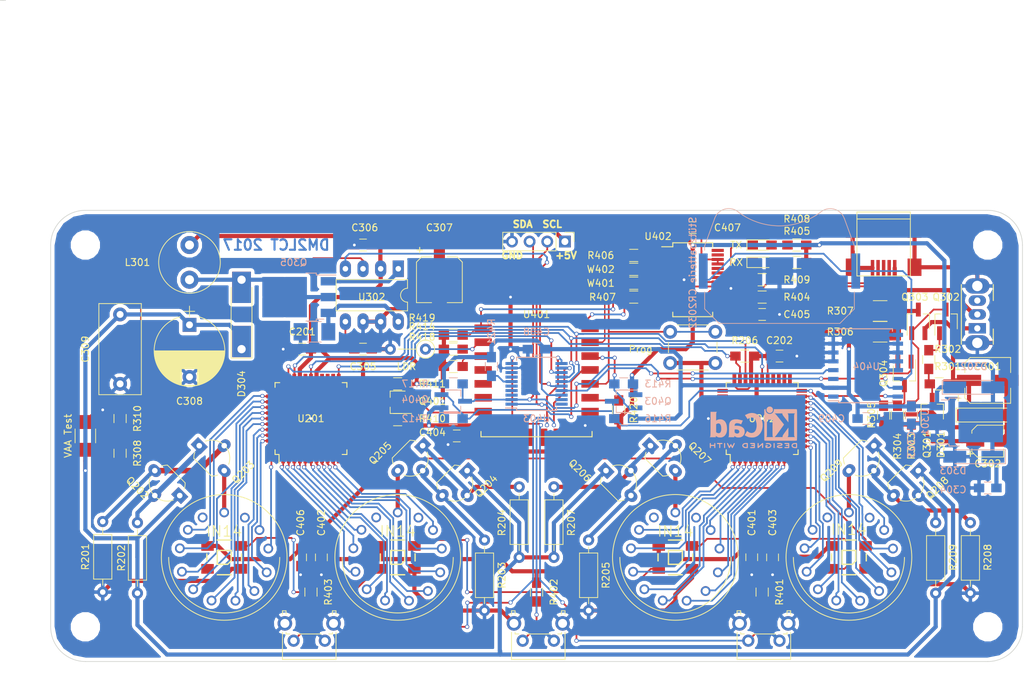
<source format=kicad_pcb>
(kicad_pcb (version 4) (host pcbnew 4.0.5+dfsg1-4)
  (layers (0 F.Cu signal) (31 B.Cu signal) (34 B.Paste user hide) (35 F.Paste user hide) (36 B.SilkS user) (37 F.SilkS user) (38 B.Mask user) (39 F.Mask user) (44 Edge.Cuts user))
  (net 0 "")
  (net 1 GND)
  (net 2 "Net-(BT401-Pad1)")
  (net 3 +5V)
  (net 4 +5VP)
  (net 5 "Net-(C302-Pad1)")
  (net 6 +3V3)
  (net 7 "Net-(C305-Pad2)")
  (net 8 VAA)
  (net 9 "Net-(C405-Pad1)")
  (net 10 "Net-(D304-Pad2)")
  (net 11 "Net-(D401-Pad1)")
  (net 12 "Net-(D401-Pad2)")
  (net 13 "Net-(D402-Pad1)")
  (net 14 "Net-(D402-Pad2)")
  (net 15 "Net-(LED401-Pad4)")
  (net 16 "Net-(LED402-Pad4)")
  (net 17 "Net-(LED403-Pad4)")
  (net 18 "Net-(LED404-Pad4)")
  (net 19 "/Microcontroller and clock/USBD-")
  (net 20 "/Microcontroller and clock/USBD+")
  (net 21 "Net-(Q202-Pad2)")
  (net 22 "Net-(Q202-Pad3)")
  (net 23 "Net-(Q204-Pad2)")
  (net 24 "Net-(Q204-Pad3)")
  (net 25 "Net-(Q206-Pad2)")
  (net 26 "Net-(Q206-Pad3)")
  (net 27 "Net-(Q208-Pad2)")
  (net 28 "Net-(Q208-Pad3)")
  (net 29 "Net-(Q301-Pad3)")
  (net 30 "Net-(Q302-Pad1)")
  (net 31 "Net-(Q303-Pad3)")
  (net 32 "Net-(Q304-Pad3)")
  (net 33 "Net-(Q305-Pad1)")
  (net 34 "Net-(Q305-Pad3)")
  (net 35 "Net-(Q401-Pad2)")
  (net 36 "Net-(Q403-Pad2)")
  (net 37 "Net-(Q404-Pad2)")
  (net 38 "Net-(R206-Pad2)")
  (net 39 "Net-(R308-Pad2)")
  (net 40 "/Microcontroller and clock/BTN1")
  (net 41 "/Microcontroller and clock/BTN2")
  (net 42 "/Microcontroller and clock/BTN3")
  (net 43 "Net-(R404-Pad1)")
  (net 44 "Net-(R405-Pad1)")
  (net 45 "Net-(R406-Pad1)")
  (net 46 "Net-(R406-Pad2)")
  (net 47 "Net-(R407-Pad1)")
  (net 48 "Net-(R407-Pad2)")
  (net 49 "Net-(R414-Pad2)")
  (net 50 "Net-(R418-Pad2)")
  (net 51 "Net-(R419-Pad2)")
  (net 52 "Net-(R420-Pad2)")
  (net 53 "Net-(R421-Pad2)")
  (net 54 "/Tubes with drivers/A7")
  (net 55 "/Tubes with drivers/A6")
  (net 56 "/Tubes with drivers/A9")
  (net 57 "/Tubes with drivers/A8")
  (net 58 "/Tubes with drivers/A4")
  (net 59 "/Tubes with drivers/A3")
  (net 60 "/Tubes with drivers/A1")
  (net 61 "/Tubes with drivers/A2")
  (net 62 "/Tubes with drivers/A0")
  (net 63 "/Tubes with drivers/A5")
  (net 64 "/Tubes with drivers/B7")
  (net 65 "/Tubes with drivers/B6")
  (net 66 "/Tubes with drivers/B9")
  (net 67 "/Tubes with drivers/B8")
  (net 68 "/Tubes with drivers/B4")
  (net 69 "/Tubes with drivers/B3")
  (net 70 "/Tubes with drivers/B1")
  (net 71 "/Tubes with drivers/B2")
  (net 72 "/Tubes with drivers/B0")
  (net 73 "/Tubes with drivers/B5")
  (net 74 "/Tubes with drivers/C7")
  (net 75 "/Tubes with drivers/C6")
  (net 76 "/Tubes with drivers/C9")
  (net 77 "/Tubes with drivers/C8")
  (net 78 "/Tubes with drivers/C4")
  (net 79 "/Tubes with drivers/C3")
  (net 80 "/Tubes with drivers/C1")
  (net 81 "/Tubes with drivers/C2")
  (net 82 "/Tubes with drivers/C5")
  (net 83 "/Tubes with drivers/D7")
  (net 84 "/Tubes with drivers/D6")
  (net 85 "/Tubes with drivers/D9")
  (net 86 "/Tubes with drivers/D8")
  (net 87 "/Tubes with drivers/D4")
  (net 88 "/Tubes with drivers/D3")
  (net 89 "/Tubes with drivers/D1")
  (net 90 "/Tubes with drivers/D2")
  (net 91 "/Tubes with drivers/D0")
  (net 92 "/Tubes with drivers/D5")
  (net 93 "/Microcontroller and clock/HV_SHDN")
  (net 94 "Net-(U402-Pad2)")
  (net 95 "Net-(U402-Pad3)")
  (net 96 "Net-(U403-Pad17)")
  (net 97 "Net-(Q203-Pad3)")
  (net 98 "Net-(Q205-Pad3)")
  (net 99 "Net-(Q207-Pad3)")
  (net 100 "Net-(Q209-Pad3)")
  (net 101 "Net-(Q302-Pad3)")
  (net 102 "Net-(P1-Pad2)")
  (net 103 "Net-(P1-Pad3)")
  (net 104 "Net-(P301-Pad1)")
  (net 105 "Net-(SW401-Pad1)")
  (net 106 "/Tubes with drivers/C0")
  (net 107 "/Microcontroller and clock/HVCLOCK")
  (net 108 "/Microcontroller and clock/HVSTROBE")
  (net 109 "/Microcontroller and clock/HVDATA")
  (module Battery_Holders:Keystone_3034_1x20mm-CoinCell (layer B.Cu) (at 140 58.75)
    (fp_text reference "Stützbatterie CR2032" (at -12.5 0.25 90) (layer B.SilkS) (effects (justify mirror)))
    (fp_text value Battery_Cell)
    (pad 2 smd rect (at 0 0) (size 3.96 3.96) (layers B.Cu B.Paste B.Mask) (net 1 GND))
    (pad 1 smd rect (at 10.985 0) (size 1.27 5.08) (layers B.Cu B.Paste B.Mask) (net 2 "Net-(BT401-Pad1)"))
    (pad 1 smd rect (at -10.985 0) (size 1.27 5.08) (layers B.Cu B.Paste B.Mask) (net 2 "Net-(BT401-Pad1)"))
  )
  (module Capacitors_SMD:C_0805_HandSoldering (layer F.Cu) (at 71.25 70 180)
    (fp_text reference C201 (at 0 2.5 180) (layer F.SilkS))
    (fp_text value 100n)
    (pad 1 smd rect (at -1.25 0 180) (size 1.5 1.25) (layers F.Cu F.Paste F.Mask) (net 3 +5V))
    (pad 2 smd rect (at 1.25 0 180) (size 1.5 1.25) (layers F.Cu F.Paste F.Mask) (net 1 GND))
  )
  (module Capacitors_SMD:C_0805_HandSoldering (layer F.Cu) (at 140 71)
    (fp_text reference C202 (at 0 -2.25) (layer F.SilkS))
    (fp_text value 100n)
    (pad 1 smd rect (at -1.25 0) (size 1.5 1.25) (layers F.Cu F.Paste F.Mask) (net 3 +5V))
    (pad 2 smd rect (at 1.25 0) (size 1.5 1.25) (layers F.Cu F.Paste F.Mask) (net 1 GND))
  )
  (module Capacitors_SMD:CP_Elec_6.3x7.7 (layer F.Cu) (at 170 74.5)
    (fp_text reference C301 (at 0 -2) (layer F.SilkS))
    (fp_text value 220u)
    (fp_text user + (at -4.25 2.5) (layer F.SilkS))
    (pad 1 smd rect (at -2.7 0 180) (size 3.5 1.6) (layers F.Cu F.Paste F.Mask) (net 4 +5VP))
    (pad 2 smd rect (at 2.7 0 180) (size 3.5 1.6) (layers F.Cu F.Paste F.Mask) (net 1 GND))
  )
  (module Capacitors_SMD:CP_Elec_4x5.7 (layer F.Cu) (at 170 83.25)
    (fp_text reference C302 (at 0 3.25) (layer F.SilkS))
    (fp_text value 1u)
    (fp_text user + (at -2.5 1.75) (layer F.SilkS))
    (pad 1 smd rect (at -1.8 0 180) (size 2.6 1.6) (layers F.Cu F.Paste F.Mask) (net 5 "Net-(C302-Pad1)"))
    (pad 2 smd rect (at 1.8 0 180) (size 2.6 1.6) (layers F.Cu F.Paste F.Mask) (net 1 GND))
  )
  (module Capacitors_SMD:C_0805_HandSoldering (layer B.Cu) (at 159 79.5 270)
    (fp_text reference C303 (at 4.25 0 270) (layer B.SilkS) (effects (justify mirror)))
    (fp_text value 100n)
    (pad 1 smd rect (at -1.25 0 270) (size 1.5 1.25) (layers B.Cu B.Paste B.Mask) (net 3 +5V))
    (pad 2 smd rect (at 1.25 0 270) (size 1.5 1.25) (layers B.Cu B.Paste B.Mask) (net 1 GND))
  )
  (module Capacitors_SMD:C_0805_HandSoldering (layer B.Cu) (at 170 90 180)
    (fp_text reference C304 (at 5 -0.25 180) (layer B.SilkS) (effects (justify mirror)))
    (fp_text value 100n)
    (pad 1 smd rect (at -1.25 0 180) (size 1.5 1.25) (layers B.Cu B.Paste B.Mask) (net 6 +3V3))
    (pad 2 smd rect (at 1.25 0 180) (size 1.5 1.25) (layers B.Cu B.Paste B.Mask) (net 1 GND))
  )
  (module Capacitors_SMD:C_0805_HandSoldering (layer F.Cu) (at 80 70 180)
    (fp_text reference C305 (at 0 -2.5 180) (layer F.SilkS))
    (fp_text value 100n)
    (pad 1 smd rect (at -1.25 0 180) (size 1.5 1.25) (layers F.Cu F.Paste F.Mask) (net 1 GND))
    (pad 2 smd rect (at 1.25 0 180) (size 1.5 1.25) (layers F.Cu F.Paste F.Mask) (net 7 "Net-(C305-Pad2)"))
  )
  (module Capacitors_SMD:C_0805_HandSoldering (layer F.Cu) (at 80 55 180)
    (fp_text reference C306 (at -0.25 2.5 180) (layer F.SilkS))
    (fp_text value 100n)
    (pad 1 smd rect (at -1.25 0 180) (size 1.5 1.25) (layers F.Cu F.Paste F.Mask) (net 3 +5V))
    (pad 2 smd rect (at 1.25 0 180) (size 1.5 1.25) (layers F.Cu F.Paste F.Mask) (net 1 GND))
  )
  (module Capacitors_SMD:CP_Elec_6.3x7.7 (layer F.Cu) (at 91 60 270)
    (fp_text reference C307 (at -7.5 0 360) (layer F.SilkS))
    (fp_text value 220u)
    (fp_text user + (at -4.28 2.91 270) (layer F.SilkS))
    (pad 1 smd rect (at -2.7 0 90) (size 3.5 1.6) (layers F.Cu F.Paste F.Mask) (net 3 +5V))
    (pad 2 smd rect (at 2.7 0 90) (size 3.5 1.6) (layers F.Cu F.Paste F.Mask) (net 1 GND))
  )
  (module Capacitors_THT:CP_Radial_D10.0mm_P7.50mm (layer F.Cu) (at 55 66.5 270)
    (fp_text reference C308 (at 11 0 360) (layer F.SilkS))
    (fp_text value 4u7,250V)
    (pad 1 thru_hole rect (at 0 0 270) (size 2 2) (drill 1) (layers *.Cu *.Mask) (net 8 VAA))
    (pad 2 thru_hole circle (at 7.5 0 270) (size 2 2) (drill 1) (layers *.Cu *.Mask) (net 1 GND))
  )
  (module Capacitors_THT:C_Rect_L13.0mm_W6.0mm_P10.00mm_FKS3_FKP3_MKS4 (layer F.Cu) (at 45 65 270)
    (fp_text reference C309 (at 5 5 270) (layer F.SilkS))
    (fp_text value 0.22u)
    (pad 1 thru_hole circle (at 0 0 270) (size 2 2) (drill 1) (layers *.Cu *.Mask) (net 8 VAA))
    (pad 2 thru_hole circle (at 10 0 270) (size 2 2) (drill 1) (layers *.Cu *.Mask) (net 1 GND))
  )
  (module Capacitors_SMD:C_0805_HandSoldering (layer F.Cu) (at 136 99.97913 270)
    (fp_text reference C401 (at -4.97913 0 270) (layer F.SilkS))
    (fp_text value 100n)
    (pad 1 smd rect (at -1.25 0 270) (size 1.5 1.25) (layers F.Cu F.Paste F.Mask) (net 3 +5V))
    (pad 2 smd rect (at 1.25 0 270) (size 1.5 1.25) (layers F.Cu F.Paste F.Mask) (net 1 GND))
  )
  (module Capacitors_SMD:C_0805_HandSoldering (layer F.Cu) (at 74 100 270)
    (fp_text reference C402 (at -5 0 270) (layer F.SilkS))
    (fp_text value 100n)
    (pad 1 smd rect (at -1.25 0 270) (size 1.5 1.25) (layers F.Cu F.Paste F.Mask) (net 3 +5V))
    (pad 2 smd rect (at 1.25 0 270) (size 1.5 1.25) (layers F.Cu F.Paste F.Mask) (net 1 GND))
  )
  (module Capacitors_SMD:C_0805_HandSoldering (layer F.Cu) (at 139 100 270)
    (fp_text reference C403 (at -5 0 270) (layer F.SilkS))
    (fp_text value 100n)
    (pad 1 smd rect (at -1.25 0 270) (size 1.5 1.25) (layers F.Cu F.Paste F.Mask) (net 3 +5V))
    (pad 2 smd rect (at 1.25 0 270) (size 1.5 1.25) (layers F.Cu F.Paste F.Mask) (net 1 GND))
  )
  (module Capacitors_SMD:C_0805_HandSoldering (layer F.Cu) (at 93.5 82.5 180)
    (fp_text reference C404 (at 3.5 0.5 180) (layer F.SilkS))
    (fp_text value 100n)
    (pad 1 smd rect (at -1.25 0 180) (size 1.5 1.25) (layers F.Cu F.Paste F.Mask) (net 6 +3V3))
    (pad 2 smd rect (at 1.25 0 180) (size 1.5 1.25) (layers F.Cu F.Paste F.Mask) (net 1 GND))
  )
  (module Capacitors_SMD:C_0805_HandSoldering (layer F.Cu) (at 137.5 65)
    (fp_text reference C405 (at 5 0 180) (layer F.SilkS))
    (fp_text value 100n)
    (pad 1 smd rect (at -1.25 0) (size 1.5 1.25) (layers F.Cu F.Paste F.Mask) (net 9 "Net-(C405-Pad1)"))
    (pad 2 smd rect (at 1.25 0) (size 1.5 1.25) (layers F.Cu F.Paste F.Mask) (net 1 GND))
  )
  (module Capacitors_SMD:C_0805_HandSoldering (layer F.Cu) (at 71 100 270)
    (fp_text reference C406 (at -5 0 270) (layer F.SilkS))
    (fp_text value 100n)
    (pad 1 smd rect (at -1.25 0 270) (size 1.5 1.25) (layers F.Cu F.Paste F.Mask) (net 3 +5V))
    (pad 2 smd rect (at 1.25 0 270) (size 1.5 1.25) (layers F.Cu F.Paste F.Mask) (net 1 GND))
  )
  (module Capacitors_SMD:C_0805_HandSoldering (layer F.Cu) (at 127.5 52.5)
    (fp_text reference C407 (at 5 0) (layer F.SilkS))
    (fp_text value 100n)
    (pad 1 smd rect (at -1.25 0) (size 1.5 1.25) (layers F.Cu F.Paste F.Mask) (net 6 +3V3))
    (pad 2 smd rect (at 1.25 0) (size 1.5 1.25) (layers F.Cu F.Paste F.Mask) (net 1 GND))
  )
  (module Capacitors_SMD:C_0805_HandSoldering (layer B.Cu) (at 105 70 180)
    (fp_text reference C408 (at 0 2.5 180) (layer B.SilkS) (effects (justify mirror)))
    (fp_text value 100n)
    (pad 1 smd rect (at -1.25 0 180) (size 1.5 1.25) (layers B.Cu B.Paste B.Mask) (net 3 +5V))
    (pad 2 smd rect (at 1.25 0 180) (size 1.5 1.25) (layers B.Cu B.Paste B.Mask) (net 1 GND))
  )
  (module Capacitors_SMD:C_0805_HandSoldering (layer B.Cu) (at 152.5 80)
    (fp_text reference C409 (at -5 0) (layer B.SilkS) (effects (justify mirror)))
    (fp_text value 100n)
    (pad 1 smd rect (at -1.25 0) (size 1.5 1.25) (layers B.Cu B.Paste B.Mask) (net 3 +5V))
    (pad 2 smd rect (at 1.25 0) (size 1.5 1.25) (layers B.Cu B.Paste B.Mask) (net 1 GND))
  )
  (module Diodes_SMD:D_MiniMELF_Handsoldering (layer F.Cu) (at 170 79.5)
    (fp_text reference D301 (at -6.75 4.25 90) (layer F.SilkS))
    (fp_text value 1N5819)
    (pad 1 smd rect (at -2.75 0) (size 3.3 1.7) (layers F.Cu F.Paste F.Mask) (net 4 +5VP))
    (pad 2 smd rect (at 2.75 0) (size 3.3 1.7) (layers F.Cu F.Paste F.Mask) (net 1 GND))
  )
  (module Diodes_SMD:D_MiniMELF_Handsoldering (layer B.Cu) (at 168 75.5)
    (fp_text reference D302 (at 0 -3) (layer B.SilkS) (effects (justify mirror)))
    (fp_text value 1N5819)
    (pad 1 smd rect (at -2.75 0) (size 3.3 1.7) (layers B.Cu B.Paste B.Mask) (net 3 +5V))
    (pad 2 smd rect (at 2.75 0) (size 3.3 1.7) (layers B.Cu B.Paste B.Mask) (net 6 +3V3))
  )
  (module Diodes_SMD:D_MiniMELF_Handsoldering (layer B.Cu) (at 168 85.5 180)
    (fp_text reference D303 (at 3 -2 180) (layer B.SilkS) (effects (justify mirror)))
    (fp_text value 1N5819)
    (pad 1 smd rect (at -2.75 0 180) (size 3.3 1.7) (layers B.Cu B.Paste B.Mask) (net 6 +3V3))
    (pad 2 smd rect (at 2.75 0 180) (size 3.3 1.7) (layers B.Cu B.Paste B.Mask) (net 1 GND))
  )
  (module Diodes_SMD:D_MELF-RM10_Universal_Handsoldering (layer F.Cu) (at 62.5 65 90)
    (fp_text reference D304 (at -10 0 90) (layer F.SilkS))
    (fp_text value EGP20D)
    (pad 1 thru_hole rect (at -5 0 90) (size 4.5 2.7) (drill 1.19888 (offset 1.1 0)) (layers *.Cu *.Mask) (net 8 VAA))
    (pad 2 thru_hole rect (at 5 0 270) (size 4.5 2.7) (drill 1.19888 (offset 1.1 0)) (layers *.Cu *.Mask) (net 10 "Net-(D304-Pad2)"))
  )
  (module LEDs:LED_0805_HandSoldering (layer F.Cu) (at 137.5 55)
    (fp_text reference TX (at -3.75 0) (layer F.SilkS))
    (fp_text value TX)
    (pad 1 smd rect (at -1.35 0) (size 1.5 1.3) (layers F.Cu F.Paste F.Mask) (net 11 "Net-(D401-Pad1)"))
    (pad 2 smd rect (at 1.35 0) (size 1.5 1.3) (layers F.Cu F.Paste F.Mask) (net 12 "Net-(D401-Pad2)"))
  )
  (module LEDs:LED_0805_HandSoldering (layer F.Cu) (at 137.5 57.5)
    (fp_text reference RX (at -3.75 0) (layer F.SilkS))
    (fp_text value RX)
    (pad 1 smd rect (at -1.35 0) (size 1.5 1.3) (layers F.Cu F.Paste F.Mask) (net 13 "Net-(D402-Pad1)"))
    (pad 2 smd rect (at 1.35 0) (size 1.5 1.3) (layers F.Cu F.Paste F.Mask) (net 14 "Net-(D402-Pad2)"))
  )
  (module Inductors_THT:L_Radial_D8.7mm_P5.00mm_Fastron_07HCP (layer F.Cu) (at 55 55 270)
    (fp_text reference L301 (at 2.5 7.5 360) (layer F.SilkS))
    (fp_text value 470uH)
    (pad 1 thru_hole circle (at 0 0 270) (size 2.6 2.6) (drill 1.3) (layers *.Cu *.Mask) (net 3 +5V))
    (pad 2 thru_hole circle (at 5 0 270) (size 2.6 2.6) (drill 1.3) (layers *.Cu *.Mask) (net 10 "Net-(D304-Pad2)"))
  )
  (module WS2812B:WS2812B (layer F.Cu) (at 60 100 90)
    (fp_text reference LED401 hide)
    (fp_text value WS2812B hide)
    (pad 1 smd rect (at 1.65 -2.4 90) (size 1.4 1.8) (layers F.Cu F.Paste F.Mask) (net 3 +5V))
    (pad 2 smd rect (at -1.65 -2.4 90) (size 1.4 1.8) (layers F.Cu F.Paste F.Mask))
    (pad 3 smd rect (at -1.65 2.4 90) (size 1.4 1.8) (layers F.Cu F.Paste F.Mask) (net 1 GND))
    (pad 4 smd rect (at 1.65 2.4 90) (size 1.4 1.8) (layers F.Cu F.Paste F.Mask) (net 15 "Net-(LED401-Pad4)"))
  )
  (module WS2812B:WS2812B (layer F.Cu) (at 85 100 90)
    (fp_text reference LED402 hide)
    (fp_text value WS2812B hide)
    (pad 1 smd rect (at 1.65 -2.4 90) (size 1.4 1.8) (layers F.Cu F.Paste F.Mask) (net 3 +5V))
    (pad 2 smd rect (at -1.65 -2.4 90) (size 1.4 1.8) (layers F.Cu F.Paste F.Mask) (net 15 "Net-(LED401-Pad4)"))
    (pad 3 smd rect (at -1.65 2.4 90) (size 1.4 1.8) (layers F.Cu F.Paste F.Mask) (net 1 GND))
    (pad 4 smd rect (at 1.65 2.4 90) (size 1.4 1.8) (layers F.Cu F.Paste F.Mask) (net 16 "Net-(LED402-Pad4)"))
  )
  (module WS2812B:WS2812B (layer F.Cu) (at 125 100 90)
    (fp_text reference LED403 hide)
    (fp_text value WS2812B hide)
    (pad 1 smd rect (at 1.65 -2.4 90) (size 1.4 1.8) (layers F.Cu F.Paste F.Mask) (net 3 +5V))
    (pad 2 smd rect (at -1.65 -2.4 90) (size 1.4 1.8) (layers F.Cu F.Paste F.Mask) (net 16 "Net-(LED402-Pad4)"))
    (pad 3 smd rect (at -1.65 2.4 90) (size 1.4 1.8) (layers F.Cu F.Paste F.Mask) (net 1 GND))
    (pad 4 smd rect (at 1.65 2.4 90) (size 1.4 1.8) (layers F.Cu F.Paste F.Mask) (net 17 "Net-(LED403-Pad4)"))
  )
  (module WS2812B:WS2812B (layer F.Cu) (at 150 100 90)
    (fp_text reference LED404 hide)
    (fp_text value WS2812B hide)
    (pad 1 smd rect (at 1.65 -2.4 90) (size 1.4 1.8) (layers F.Cu F.Paste F.Mask) (net 3 +5V))
    (pad 2 smd rect (at -1.65 -2.4 90) (size 1.4 1.8) (layers F.Cu F.Paste F.Mask) (net 17 "Net-(LED403-Pad4)"))
    (pad 3 smd rect (at -1.65 2.4 90) (size 1.4 1.8) (layers F.Cu F.Paste F.Mask) (net 1 GND))
    (pad 4 smd rect (at 1.65 2.4 90) (size 1.4 1.8) (layers F.Cu F.Paste F.Mask) (net 18 "Net-(LED404-Pad4)"))
  )
  (module Connectors:USB_Mini-B (layer F.Cu) (at 155 55.5 270)
    (fp_text reference P301 hide)
    (fp_text value USB_OTG)
    (pad 1 smd rect (at 2.8 -1.6 270) (size 2.3 0.5) (layers F.Cu F.Paste F.Mask) (net 104 "Net-(P301-Pad1)"))
    (pad 2 smd rect (at 2.8 -0.8 270) (size 2.3 0.5) (layers F.Cu F.Paste F.Mask) (net 19 "/Microcontroller and clock/USBD-"))
    (pad 3 smd rect (at 2.8 0 270) (size 2.3 0.5) (layers F.Cu F.Paste F.Mask) (net 20 "/Microcontroller and clock/USBD+"))
    (pad 4 smd rect (at 2.8 0.8 270) (size 2.3 0.5) (layers F.Cu F.Paste F.Mask))
    (pad 5 smd rect (at 2.8 1.6 270) (size 2.3 0.5) (layers F.Cu F.Paste F.Mask) (net 1 GND))
    (pad 6 smd rect (at 2.7 -4.45 270) (size 2.5 2) (layers F.Cu F.Paste F.Mask) (net 1 GND))
    (pad 6 smd rect (at -2.8 -4.45 270) (size 2.5 2) (layers F.Cu F.Paste F.Mask) (net 1 GND))
    (pad 6 smd rect (at 2.7 4.45 270) (size 2.5 2) (layers F.Cu F.Paste F.Mask) (net 1 GND))
    (pad 6 smd rect (at -2.8 4.45 270) (size 2.5 2) (layers F.Cu F.Paste F.Mask) (net 1 GND))
    (pad "" np_thru_hole circle (at 0.2 -2.2 270) (size 0.9 0.9) (drill 0.9) (layers *.Cu *.Mask))
    (pad "" np_thru_hole circle (at 0.2 2.2 270) (size 0.9 0.9) (drill 0.9) (layers *.Cu *.Mask))
  )
  (module TO_SOT_Packages_THT:TO-92_Molded_Wide_Oval (layer F.Cu) (at 53.592102 91.092102 135)
    (fp_text reference Q202 (at 5.079999 -3.535534 135) (layer F.SilkS))
    (fp_text value MPSA92)
    (pad 2 thru_hole oval (at 2.54 -2.54 225) (size 2 1.5) (drill 0.8) (layers *.Cu *.Mask) (net 21 "Net-(Q202-Pad2)"))
    (pad 1 thru_hole rect (at 0 0 225) (size 1.5 2) (drill 0.8) (layers *.Cu *.Mask) (net 8 VAA))
    (pad 3 thru_hole oval (at 5.08 0 225) (size 1.5 2) (drill 0.8) (layers *.Cu *.Mask) (net 22 "Net-(Q202-Pad3)"))
  )
  (module TO_SOT_Packages_THT:TO-92_Molded_Wide_Oval (layer F.Cu) (at 56.407898 83.907898 315)
    (fp_text reference Q203 (at 7.20132 -1.767767 405) (layer F.SilkS))
    (fp_text value MPSA92)
    (pad 2 thru_hole oval (at 2.54 -2.54 45) (size 2 1.5) (drill 0.8) (layers *.Cu *.Mask) (net 22 "Net-(Q202-Pad3)"))
    (pad 1 thru_hole rect (at 0 0 45) (size 1.5 2) (drill 0.8) (layers *.Cu *.Mask) (net 21 "Net-(Q202-Pad2)"))
    (pad 3 thru_hole oval (at 5.08 0 45) (size 1.5 2) (drill 0.8) (layers *.Cu *.Mask) (net 97 "Net-(Q203-Pad3)"))
  )
  (module TO_SOT_Packages_THT:TO-92_Molded_Wide_Oval (layer F.Cu) (at 95 87.5 225)
    (fp_text reference Q204 (at -0.353553 -3.535534 225) (layer F.SilkS))
    (fp_text value MPSA92)
    (pad 2 thru_hole oval (at 2.54 -2.54 315) (size 2 1.5) (drill 0.8) (layers *.Cu *.Mask) (net 23 "Net-(Q204-Pad2)"))
    (pad 1 thru_hole rect (at 0 0 315) (size 1.5 2) (drill 0.8) (layers *.Cu *.Mask) (net 8 VAA))
    (pad 3 thru_hole oval (at 5.08 0 315) (size 1.5 2) (drill 0.8) (layers *.Cu *.Mask) (net 24 "Net-(Q204-Pad3)"))
  )
  (module TO_SOT_Packages_THT:TO-92_Molded_Wide_Oval (layer F.Cu) (at 88.592102 83.907898 225)
    (fp_text reference Q205 (at 5.079999 3.535534 225) (layer F.SilkS))
    (fp_text value MPSA92)
    (pad 2 thru_hole oval (at 2.54 -2.54 315) (size 2 1.5) (drill 0.8) (layers *.Cu *.Mask) (net 24 "Net-(Q204-Pad3)"))
    (pad 1 thru_hole rect (at 0 0 315) (size 1.5 2) (drill 0.8) (layers *.Cu *.Mask) (net 23 "Net-(Q204-Pad2)"))
    (pad 3 thru_hole oval (at 5.08 0 315) (size 1.5 2) (drill 0.8) (layers *.Cu *.Mask) (net 98 "Net-(Q205-Pad3)"))
  )
  (module TO_SOT_Packages_THT:TO-92_Molded_Wide_Oval (layer F.Cu) (at 115 87.5 315)
    (fp_text reference Q206 (at -2.65165 2.65165 315) (layer F.SilkS))
    (fp_text value MPSA92)
    (pad 2 thru_hole oval (at 2.54 -2.54 45) (size 2 1.5) (drill 0.8) (layers *.Cu *.Mask) (net 25 "Net-(Q206-Pad2)"))
    (pad 1 thru_hole rect (at 0 0 45) (size 1.5 2) (drill 0.8) (layers *.Cu *.Mask) (net 8 VAA))
    (pad 3 thru_hole oval (at 5.08 0 45) (size 1.5 2) (drill 0.8) (layers *.Cu *.Mask) (net 26 "Net-(Q206-Pad3)"))
  )
  (module TO_SOT_Packages_THT:TO-92_Molded_Wide_Oval (layer F.Cu) (at 121.407898 83.907898 315)
    (fp_text reference Q207 (at 5.787106 -4.242641 315) (layer F.SilkS))
    (fp_text value MPSA92)
    (pad 2 thru_hole oval (at 2.54 -2.54 45) (size 2 1.5) (drill 0.8) (layers *.Cu *.Mask) (net 26 "Net-(Q206-Pad3)"))
    (pad 1 thru_hole rect (at 0 0 45) (size 1.5 2) (drill 0.8) (layers *.Cu *.Mask) (net 25 "Net-(Q206-Pad2)"))
    (pad 3 thru_hole oval (at 5.08 0 45) (size 1.5 2) (drill 0.8) (layers *.Cu *.Mask) (net 99 "Net-(Q207-Pad3)"))
  )
  (module TO_SOT_Packages_THT:TO-92_Molded_Wide_Oval (layer F.Cu) (at 160 87.5 225)
    (fp_text reference Q208 (at -0.176777 -3.712311 225) (layer F.SilkS))
    (fp_text value MPSA92)
    (pad 2 thru_hole oval (at 2.54 -2.54 315) (size 2 1.5) (drill 0.8) (layers *.Cu *.Mask) (net 27 "Net-(Q208-Pad2)"))
    (pad 1 thru_hole rect (at 0 0 315) (size 1.5 2) (drill 0.8) (layers *.Cu *.Mask) (net 8 VAA))
    (pad 3 thru_hole oval (at 5.08 0 315) (size 1.5 2) (drill 0.8) (layers *.Cu *.Mask) (net 28 "Net-(Q208-Pad3)"))
  )
  (module TO_SOT_Packages_THT:TO-92_Molded_Wide_Oval (layer F.Cu) (at 153.592102 83.907898 225)
    (fp_text reference Q209 (at 6.847766 1.767767 225) (layer F.SilkS))
    (fp_text value MPSA92)
    (pad 2 thru_hole oval (at 2.54 -2.54 315) (size 2 1.5) (drill 0.8) (layers *.Cu *.Mask) (net 28 "Net-(Q208-Pad3)"))
    (pad 1 thru_hole rect (at 0 0 315) (size 1.5 2) (drill 0.8) (layers *.Cu *.Mask) (net 27 "Net-(Q208-Pad2)"))
    (pad 3 thru_hole oval (at 5.08 0 315) (size 1.5 2) (drill 0.8) (layers *.Cu *.Mask) (net 100 "Net-(Q209-Pad3)"))
  )
  (module TO_SOT_Packages_SMD:SOT-23W_Handsoldering (layer F.Cu) (at 162 79 90)
    (fp_text reference Q301 (at -4.75 -0.75 90) (layer F.SilkS))
    (fp_text value BC847)
    (pad 1 smd rect (at -1.7 -0.95 90) (size 2 0.7) (layers F.Cu F.Paste F.Mask) (net 5 "Net-(C302-Pad1)"))
    (pad 2 smd rect (at -1.7 0.95 90) (size 2 0.7) (layers F.Cu F.Paste F.Mask) (net 1 GND))
    (pad 3 smd rect (at 1.7 0 90) (size 2 0.7) (layers F.Cu F.Paste F.Mask) (net 29 "Net-(Q301-Pad3)"))
  )
  (module TO_SOT_Packages_SMD:SOT-23W_Handsoldering (layer F.Cu) (at 164 66 90)
    (fp_text reference Q302 (at 3.5 0 180) (layer F.SilkS))
    (fp_text value BC857)
    (pad 1 smd rect (at -1.7 -0.95 90) (size 2 0.7) (layers F.Cu F.Paste F.Mask) (net 30 "Net-(Q302-Pad1)"))
    (pad 2 smd rect (at -1.7 0.95 90) (size 2 0.7) (layers F.Cu F.Paste F.Mask) (net 4 +5VP))
    (pad 3 smd rect (at 1.7 0 90) (size 2 0.7) (layers F.Cu F.Paste F.Mask) (net 101 "Net-(Q302-Pad3)"))
  )
  (module TO_SOT_Packages_SMD:SOT-23W_Handsoldering (layer F.Cu) (at 160 66 90)
    (fp_text reference Q303 (at 3.5 -0.5 180) (layer F.SilkS))
    (fp_text value "IRLML 6402")
    (pad 1 smd rect (at -1.7 -0.95 90) (size 2 0.7) (layers F.Cu F.Paste F.Mask) (net 101 "Net-(Q302-Pad3)"))
    (pad 2 smd rect (at -1.7 0.95 90) (size 2 0.7) (layers F.Cu F.Paste F.Mask) (net 4 +5VP))
    (pad 3 smd rect (at 1.7 0 90) (size 2 0.7) (layers F.Cu F.Paste F.Mask) (net 31 "Net-(Q303-Pad3)"))
  )
  (module TO_SOT_Packages_SMD:SOT-23W_Handsoldering (layer F.Cu) (at 158 73.5 270)
    (fp_text reference Q304 (at 0 3 270) (layer F.SilkS))
    (fp_text value BC857)
    (pad 1 smd rect (at -1.7 -0.95 270) (size 2 0.7) (layers F.Cu F.Paste F.Mask) (net 3 +5V))
    (pad 2 smd rect (at -1.7 0.95 270) (size 2 0.7) (layers F.Cu F.Paste F.Mask) (net 31 "Net-(Q303-Pad3)"))
    (pad 3 smd rect (at 1.7 0 270) (size 2 0.7) (layers F.Cu F.Paste F.Mask) (net 32 "Net-(Q304-Pad3)"))
  )
  (module TO_SOT_Packages_SMD:SOT-23W_Handsoldering (layer F.Cu) (at 84.988043 77.655605 180)
    (fp_text reference Q401 (at -5.011957 0.155605 180) (layer F.SilkS))
    (fp_text value BSS138)
    (pad 1 smd rect (at -1.7 -0.95 180) (size 2 0.7) (layers F.Cu F.Paste F.Mask) (net 6 +3V3))
    (pad 2 smd rect (at -1.7 0.95 180) (size 2 0.7) (layers F.Cu F.Paste F.Mask) (net 35 "Net-(Q401-Pad2)"))
    (pad 3 smd rect (at 1.7 0 180) (size 2 0.7) (layers F.Cu F.Paste F.Mask) (net 18 "Net-(LED404-Pad4)"))
  )
  (module TO_SOT_Packages_SMD:SOT-23W_Handsoldering (layer B.Cu) (at 117.546574 77.509144 180)
    (fp_text reference Q403 (at -4.953426 0.009144 180) (layer B.SilkS) (effects (justify mirror)))
    (fp_text value BSS138)
    (pad 1 smd rect (at -1.7 0.95 180) (size 2 0.7) (layers B.Cu B.Paste B.Mask) (net 6 +3V3))
    (pad 2 smd rect (at -1.7 -0.95 180) (size 2 0.7) (layers B.Cu B.Paste B.Mask) (net 36 "Net-(Q403-Pad2)"))
    (pad 3 smd rect (at 1.7 0 180) (size 2 0.7) (layers B.Cu B.Paste B.Mask) (net 102 "Net-(P1-Pad2)"))
  )
  (module TO_SOT_Packages_SMD:SOT-23W_Handsoldering (layer B.Cu) (at 93 77.504616)
    (fp_text reference Q404 (at -5.5 -0.254616) (layer B.SilkS) (effects (justify mirror)))
    (fp_text value BSS138)
    (pad 1 smd rect (at -1.7 0.95) (size 2 0.7) (layers B.Cu B.Paste B.Mask) (net 6 +3V3))
    (pad 2 smd rect (at -1.7 -0.95) (size 2 0.7) (layers B.Cu B.Paste B.Mask) (net 37 "Net-(Q404-Pad2)"))
    (pad 3 smd rect (at 1.7 0) (size 2 0.7) (layers B.Cu B.Paste B.Mask) (net 103 "Net-(P1-Pad3)"))
  )
  (module Resistors_THT:R_Axial_DIN0207_L6.3mm_D2.5mm_P10.16mm_Horizontal (layer F.Cu) (at 42.5 94.84 270)
    (fp_text reference R201 (at 5.08 2.5 270) (layer F.SilkS))
    (fp_text value 330k)
    (pad 1 thru_hole circle (at 0 0 270) (size 1.6 1.6) (drill 0.8) (layers *.Cu *.Mask) (net 22 "Net-(Q202-Pad3)"))
    (pad 2 thru_hole oval (at 10.16 0 270) (size 1.6 1.6) (drill 0.8) (layers *.Cu *.Mask) (net 1 GND))
  )
  (module Resistors_THT:R_Axial_DIN0207_L6.3mm_D2.5mm_P10.16mm_Horizontal (layer F.Cu) (at 47.5 105.16 90)
    (fp_text reference R202 (at 5.08 -2.31 90) (layer F.SilkS))
    (fp_text value 330)
    (pad 1 thru_hole circle (at 0 0 90) (size 1.6 1.6) (drill 0.8) (layers *.Cu *.Mask) (net 8 VAA))
    (pad 2 thru_hole oval (at 10.16 0 90) (size 1.6 1.6) (drill 0.8) (layers *.Cu *.Mask) (net 21 "Net-(Q202-Pad2)"))
  )
  (module Resistors_THT:R_Axial_DIN0207_L6.3mm_D2.5mm_P10.16mm_Horizontal (layer F.Cu) (at 97.5 97.5 270)
    (fp_text reference R203 (at 5.08 -2.5 270) (layer F.SilkS))
    (fp_text value 330k)
    (pad 1 thru_hole circle (at 0 0 270) (size 1.6 1.6) (drill 0.8) (layers *.Cu *.Mask) (net 24 "Net-(Q204-Pad3)"))
    (pad 2 thru_hole oval (at 10.16 0 270) (size 1.6 1.6) (drill 0.8) (layers *.Cu *.Mask) (net 1 GND))
  )
  (module Resistors_THT:R_Axial_DIN0207_L6.3mm_D2.5mm_P10.16mm_Horizontal (layer F.Cu) (at 102.5 100 90)
    (fp_text reference R204 (at 5 -2.5 90) (layer F.SilkS))
    (fp_text value 330)
    (pad 1 thru_hole circle (at 0 0 90) (size 1.6 1.6) (drill 0.8) (layers *.Cu *.Mask) (net 8 VAA))
    (pad 2 thru_hole oval (at 10.16 0 90) (size 1.6 1.6) (drill 0.8) (layers *.Cu *.Mask) (net 23 "Net-(Q204-Pad2)"))
  )
  (module Resistors_THT:R_Axial_DIN0207_L6.3mm_D2.5mm_P10.16mm_Horizontal (layer F.Cu) (at 112.5 97.5 270)
    (fp_text reference R205 (at 5.08 -2.5 270) (layer F.SilkS))
    (fp_text value 330k)
    (pad 1 thru_hole circle (at 0 0 270) (size 1.6 1.6) (drill 0.8) (layers *.Cu *.Mask) (net 26 "Net-(Q206-Pad3)"))
    (pad 2 thru_hole oval (at 10.16 0 270) (size 1.6 1.6) (drill 0.8) (layers *.Cu *.Mask) (net 1 GND))
  )
  (module Resistors_THT:R_Axial_DIN0207_L6.3mm_D2.5mm_P10.16mm_Horizontal (layer F.Cu) (at 107.5 100 90)
    (fp_text reference R207 (at 5 2.5 90) (layer F.SilkS))
    (fp_text value 330)
    (pad 1 thru_hole circle (at 0 0 90) (size 1.6 1.6) (drill 0.8) (layers *.Cu *.Mask) (net 8 VAA))
    (pad 2 thru_hole oval (at 10.16 0 90) (size 1.6 1.6) (drill 0.8) (layers *.Cu *.Mask) (net 25 "Net-(Q206-Pad2)"))
  )
  (module Resistors_THT:R_Axial_DIN0207_L6.3mm_D2.5mm_P10.16mm_Horizontal (layer F.Cu) (at 167.5 95 270)
    (fp_text reference R208 (at 5 -2.5 270) (layer F.SilkS))
    (fp_text value 330k)
    (pad 1 thru_hole circle (at 0 0 270) (size 1.6 1.6) (drill 0.8) (layers *.Cu *.Mask) (net 28 "Net-(Q208-Pad3)"))
    (pad 2 thru_hole oval (at 10.16 0 270) (size 1.6 1.6) (drill 0.8) (layers *.Cu *.Mask) (net 1 GND))
  )
  (module Resistors_THT:R_Axial_DIN0207_L6.3mm_D2.5mm_P10.16mm_Horizontal (layer F.Cu) (at 162.5 105.16 90)
    (fp_text reference R209 (at 5.16 2.5 90) (layer F.SilkS))
    (fp_text value 330)
    (pad 1 thru_hole circle (at 0 0 90) (size 1.6 1.6) (drill 0.8) (layers *.Cu *.Mask) (net 8 VAA))
    (pad 2 thru_hole oval (at 10.16 0 90) (size 1.6 1.6) (drill 0.8) (layers *.Cu *.Mask) (net 27 "Net-(Q208-Pad2)"))
  )
  (module Resistors_SMD:R_0805_HandSoldering (layer F.Cu) (at 157 79.5 270)
    (fp_text reference R304 (at 4.5 0 270) (layer F.SilkS))
    (fp_text value 560k)
    (pad 1 smd rect (at -1.35 0 270) (size 1.5 1.3) (layers F.Cu F.Paste F.Mask) (net 32 "Net-(Q304-Pad3)"))
    (pad 2 smd rect (at 1.35 0 270) (size 1.5 1.3) (layers F.Cu F.Paste F.Mask) (net 5 "Net-(C302-Pad1)"))
  )
  (module Resistors_SMD:R_0805_HandSoldering (layer F.Cu) (at 155 79.5 270)
    (fp_text reference R305 (at 0 1.75 270) (layer F.SilkS))
    (fp_text value 22k)
    (pad 1 smd rect (at -1.35 0 270) (size 1.5 1.3) (layers F.Cu F.Paste F.Mask) (net 32 "Net-(Q304-Pad3)"))
    (pad 2 smd rect (at 1.35 0 270) (size 1.5 1.3) (layers F.Cu F.Paste F.Mask) (net 1 GND))
  )
  (module Resistors_SMD:R_1210_HandSoldering (layer F.Cu) (at 154.5 67.5)
    (fp_text reference R306 (at -5.75 0) (layer F.SilkS))
    (fp_text value 2)
    (pad 1 smd rect (at -2 0) (size 2 2.5) (layers F.Cu F.Paste F.Mask) (net 3 +5V))
    (pad 2 smd rect (at 2 0) (size 2 2.5) (layers F.Cu F.Paste F.Mask) (net 31 "Net-(Q303-Pad3)"))
  )
  (module Resistors_SMD:R_1210_HandSoldering (layer F.Cu) (at 154.5 64.5)
    (fp_text reference R307 (at -5.75 0) (layer F.SilkS))
    (fp_text value R)
    (pad 1 smd rect (at -2 0) (size 2 2.5) (layers F.Cu F.Paste F.Mask) (net 3 +5V))
    (pad 2 smd rect (at 2 0) (size 2 2.5) (layers F.Cu F.Paste F.Mask) (net 31 "Net-(Q303-Pad3)"))
  )
  (module Resistors_SMD:R_0805_HandSoldering (layer F.Cu) (at 45 85 90)
    (fp_text reference R308 (at 0 2.5 90) (layer F.SilkS))
    (fp_text value 1M5)
    (pad 1 smd rect (at -1.35 0 90) (size 1.5 1.3) (layers F.Cu F.Paste F.Mask) (net 8 VAA))
    (pad 2 smd rect (at 1.35 0 90) (size 1.5 1.3) (layers F.Cu F.Paste F.Mask) (net 39 "Net-(R308-Pad2)"))
  )
  (module Resistors_SMD:R_0805_HandSoldering (layer F.Cu) (at 45 80 90)
    (fp_text reference R310 (at 0 2.5 90) (layer F.SilkS))
    (fp_text value 10k)
    (pad 1 smd rect (at -1.35 0 90) (size 1.5 1.3) (layers F.Cu F.Paste F.Mask) (net 39 "Net-(R308-Pad2)"))
    (pad 2 smd rect (at 1.35 0 90) (size 1.5 1.3) (layers F.Cu F.Paste F.Mask) (net 1 GND))
  )
  (module Resistors_SMD:R_0805_HandSoldering (layer F.Cu) (at 137.5 105 90)
    (fp_text reference R401 (at 0 2.5 90) (layer F.SilkS))
    (fp_text value 10k)
    (pad 1 smd rect (at -1.35 0 90) (size 1.5 1.3) (layers F.Cu F.Paste F.Mask) (net 40 "/Microcontroller and clock/BTN1"))
    (pad 2 smd rect (at 1.35 0 90) (size 1.5 1.3) (layers F.Cu F.Paste F.Mask) (net 3 +5V))
  )
  (module Resistors_SMD:R_0805_HandSoldering (layer F.Cu) (at 105 105 90)
    (fp_text reference R402 (at 0 2.5 90) (layer F.SilkS))
    (fp_text value 10k)
    (pad 1 smd rect (at -1.35 0 90) (size 1.5 1.3) (layers F.Cu F.Paste F.Mask) (net 41 "/Microcontroller and clock/BTN2"))
    (pad 2 smd rect (at 1.35 0 90) (size 1.5 1.3) (layers F.Cu F.Paste F.Mask) (net 3 +5V))
  )
  (module Resistors_SMD:R_0805_HandSoldering (layer F.Cu) (at 72.5 105 90)
    (fp_text reference R403 (at 0 2.5 90) (layer F.SilkS))
    (fp_text value 10k)
    (pad 1 smd rect (at -1.35 0 90) (size 1.5 1.3) (layers F.Cu F.Paste F.Mask) (net 42 "/Microcontroller and clock/BTN3"))
    (pad 2 smd rect (at 1.35 0 90) (size 1.5 1.3) (layers F.Cu F.Paste F.Mask) (net 3 +5V))
  )
  (module Resistors_SMD:R_0805_HandSoldering (layer F.Cu) (at 137.5 62.5)
    (fp_text reference R404 (at 5 0) (layer F.SilkS))
    (fp_text value 10R)
    (pad 1 smd rect (at -1.35 0) (size 1.5 1.3) (layers F.Cu F.Paste F.Mask) (net 43 "Net-(R404-Pad1)"))
    (pad 2 smd rect (at 1.35 0) (size 1.5 1.3) (layers F.Cu F.Paste F.Mask) (net 20 "/Microcontroller and clock/USBD+"))
  )
  (module Resistors_SMD:R_0805_HandSoldering (layer F.Cu) (at 137.5 60)
    (fp_text reference R405 (at 5 -7) (layer F.SilkS))
    (fp_text value 10R)
    (pad 1 smd rect (at -1.35 0) (size 1.5 1.3) (layers F.Cu F.Paste F.Mask) (net 44 "Net-(R405-Pad1)"))
    (pad 2 smd rect (at 1.35 0) (size 1.5 1.3) (layers F.Cu F.Paste F.Mask) (net 19 "/Microcontroller and clock/USBD-"))
  )
  (module Resistors_SMD:R_0805_HandSoldering (layer F.Cu) (at 119 56.5)
    (fp_text reference R406 (at -4.75 0) (layer F.SilkS))
    (fp_text value 10R)
    (pad 1 smd rect (at -1.35 0) (size 1.5 1.3) (layers F.Cu F.Paste F.Mask) (net 45 "Net-(R406-Pad1)"))
    (pad 2 smd rect (at 1.35 0) (size 1.5 1.3) (layers F.Cu F.Paste F.Mask) (net 46 "Net-(R406-Pad2)"))
  )
  (module Resistors_SMD:R_0805_HandSoldering (layer F.Cu) (at 119 62.5)
    (fp_text reference R407 (at -4.5 0) (layer F.SilkS))
    (fp_text value 10R)
    (pad 1 smd rect (at -1.35 0) (size 1.5 1.3) (layers F.Cu F.Paste F.Mask) (net 47 "Net-(R407-Pad1)"))
    (pad 2 smd rect (at 1.35 0) (size 1.5 1.3) (layers F.Cu F.Paste F.Mask) (net 48 "Net-(R407-Pad2)"))
  )
  (module Resistors_SMD:R_0805_HandSoldering (layer F.Cu) (at 142.5 55 180)
    (fp_text reference R408 (at 0 3.75 180) (layer F.SilkS))
    (fp_text value 120)
    (pad 1 smd rect (at -1.35 0 180) (size 1.5 1.3) (layers F.Cu F.Paste F.Mask) (net 6 +3V3))
    (pad 2 smd rect (at 1.35 0 180) (size 1.5 1.3) (layers F.Cu F.Paste F.Mask) (net 12 "Net-(D401-Pad2)"))
  )
  (module Resistors_SMD:R_0805_HandSoldering (layer F.Cu) (at 142.5 57.5 180)
    (fp_text reference R409 (at 0 -2.5 180) (layer F.SilkS))
    (fp_text value 120)
    (pad 1 smd rect (at -1.35 0 180) (size 1.5 1.3) (layers F.Cu F.Paste F.Mask) (net 6 +3V3))
    (pad 2 smd rect (at 1.35 0 180) (size 1.5 1.3) (layers F.Cu F.Paste F.Mask) (net 14 "Net-(D402-Pad2)"))
  )
  (module Resistors_SMD:R_0805_HandSoldering (layer F.Cu) (at 84.988043 80.155605 180)
    (fp_text reference R410 (at -5.011957 0.155605 180) (layer F.SilkS))
    (fp_text value 10k)
    (pad 1 smd rect (at -1.35 0 180) (size 1.5 1.3) (layers F.Cu F.Paste F.Mask) (net 6 +3V3))
    (pad 2 smd rect (at 1.35 0 180) (size 1.5 1.3) (layers F.Cu F.Paste F.Mask) (net 35 "Net-(Q401-Pad2)"))
  )
  (module Resistors_SMD:R_0805_HandSoldering (layer F.Cu) (at 84.988043 75 180)
    (fp_text reference R411 (at -5.011957 0 180) (layer F.SilkS))
    (fp_text value 10k)
    (pad 1 smd rect (at -1.35 0 180) (size 1.5 1.3) (layers F.Cu F.Paste F.Mask) (net 3 +5V))
    (pad 2 smd rect (at 1.35 0 180) (size 1.5 1.3) (layers F.Cu F.Paste F.Mask) (net 18 "Net-(LED404-Pad4)"))
  )
  (module Resistors_SMD:R_0805_HandSoldering (layer B.Cu) (at 93 80.004616)
    (fp_text reference R412 (at -5.5 -0.004616) (layer B.SilkS) (effects (justify mirror)))
    (fp_text value 10k)
    (pad 1 smd rect (at -1.35 0) (size 1.5 1.3) (layers B.Cu B.Paste B.Mask) (net 6 +3V3))
    (pad 2 smd rect (at 1.35 0) (size 1.5 1.3) (layers B.Cu B.Paste B.Mask) (net 37 "Net-(Q404-Pad2)"))
  )
  (module Resistors_SMD:R_0805_HandSoldering (layer B.Cu) (at 117.546574 75.009144 180)
    (fp_text reference R413 (at -4.953426 0.009144 180) (layer B.SilkS) (effects (justify mirror)))
    (fp_text value 10k)
    (pad 1 smd rect (at -1.35 0 180) (size 1.5 1.3) (layers B.Cu B.Paste B.Mask) (net 6 +3V3))
    (pad 2 smd rect (at 1.35 0 180) (size 1.5 1.3) (layers B.Cu B.Paste B.Mask) (net 36 "Net-(Q403-Pad2)"))
  )
  (module Resistors_SMD:R_0805_HandSoldering (layer F.Cu) (at 93 70)
    (fp_text reference R414 (at -4.5 -3.25) (layer F.SilkS))
    (fp_text value 10k)
    (pad 1 smd rect (at -1.35 0) (size 1.5 1.3) (layers F.Cu F.Paste F.Mask) (net 6 +3V3))
    (pad 2 smd rect (at 1.35 0) (size 1.5 1.3) (layers F.Cu F.Paste F.Mask) (net 49 "Net-(R414-Pad2)"))
  )
  (module Resistors_THT:R_Axial_DIN0207_L6.3mm_D2.5mm_P5.08mm_Vertical (layer F.Cu) (at 89 70 180)
    (fp_text reference LDR (at 2.75 -2.5 180) (layer F.SilkS))
    (fp_text value R_PHOTO)
    (pad 1 thru_hole circle (at 0 0 180) (size 1.6 1.6) (drill 0.8) (layers *.Cu *.Mask) (net 49 "Net-(R414-Pad2)"))
    (pad 2 thru_hole oval (at 5.08 0 180) (size 1.6 1.6) (drill 0.8) (layers *.Cu *.Mask) (net 1 GND))
  )
  (module Resistors_SMD:R_0805_HandSoldering (layer B.Cu) (at 117.546574 80.009144 180)
    (fp_text reference R416 (at -4.953426 0.009144 180) (layer B.SilkS) (effects (justify mirror)))
    (fp_text value 10k)
    (pad 1 smd rect (at -1.35 0 180) (size 1.5 1.3) (layers B.Cu B.Paste B.Mask) (net 3 +5V))
    (pad 2 smd rect (at 1.35 0 180) (size 1.5 1.3) (layers B.Cu B.Paste B.Mask) (net 102 "Net-(P1-Pad2)"))
  )
  (module Resistors_SMD:R_0805_HandSoldering (layer B.Cu) (at 93 75.004616)
    (fp_text reference R417 (at -5.5 -0.004616) (layer B.SilkS) (effects (justify mirror)))
    (fp_text value 10k)
    (pad 1 smd rect (at -1.35 0) (size 1.5 1.3) (layers B.Cu B.Paste B.Mask) (net 3 +5V))
    (pad 2 smd rect (at 1.35 0) (size 1.5 1.3) (layers B.Cu B.Paste B.Mask) (net 103 "Net-(P1-Pad3)"))
  )
  (module Resistors_SMD:R_0805_HandSoldering (layer F.Cu) (at 93 72.5)
    (fp_text reference R418 (at -4.5 -4.25) (layer F.SilkS))
    (fp_text value 10k)
    (pad 1 smd rect (at -1.35 0) (size 1.5 1.3) (layers F.Cu F.Paste F.Mask) (net 6 +3V3))
    (pad 2 smd rect (at 1.35 0) (size 1.5 1.3) (layers F.Cu F.Paste F.Mask) (net 50 "Net-(R418-Pad2)"))
  )
  (module Resistors_SMD:R_0805_HandSoldering (layer F.Cu) (at 93 68)
    (fp_text reference R419 (at -4.5 -2.5) (layer F.SilkS))
    (fp_text value 10k)
    (pad 1 smd rect (at -1.35 0) (size 1.5 1.3) (layers F.Cu F.Paste F.Mask) (net 6 +3V3))
    (pad 2 smd rect (at 1.35 0) (size 1.5 1.3) (layers F.Cu F.Paste F.Mask) (net 51 "Net-(R419-Pad2)"))
  )
  (module Resistors_SMD:R_0805_HandSoldering (layer F.Cu) (at 116.84 78.74 90)
    (fp_text reference R420 (at 0 2.16 90) (layer F.SilkS))
    (fp_text value 10k)
    (pad 1 smd rect (at -1.35 0 90) (size 1.5 1.3) (layers F.Cu F.Paste F.Mask) (net 6 +3V3))
    (pad 2 smd rect (at 1.35 0 90) (size 1.5 1.3) (layers F.Cu F.Paste F.Mask) (net 52 "Net-(R420-Pad2)"))
  )
  (module Resistors_SMD:R_0805_HandSoldering (layer B.Cu) (at 98.5 72.5 270)
    (fp_text reference R421 (at -5 0 270) (layer B.SilkS) (effects (justify mirror)))
    (fp_text value 10k)
    (pad 1 smd rect (at -1.35 0 270) (size 1.5 1.3) (layers B.Cu B.Paste B.Mask) (net 3 +5V))
    (pad 2 smd rect (at 1.35 0 270) (size 1.5 1.3) (layers B.Cu B.Paste B.Mask) (net 53 "Net-(R421-Pad2)"))
  )
  (module Resistors_SMD:R_1210_HandSoldering (layer B.Cu) (at 73 67.5 180)
    (fp_text reference RSENSE301 hide)
    (fp_text value 0R050)
    (pad 1 smd rect (at -2 0 180) (size 2 2.5) (layers B.Cu B.Paste B.Mask) (net 34 "Net-(Q305-Pad3)"))
    (pad 2 smd rect (at 2 0 180) (size 2 2.5) (layers B.Cu B.Paste B.Mask) (net 1 GND))
  )
  (module Buttons_Switches_THT:SW_CuK_OS102011MA1QN1_SPDT_Angled (layer F.Cu) (at 168.5 67 90)
    (fp_text reference SW301 hide)
    (fp_text value SW_DPDT_x2)
    (pad 1 thru_hole rect (at 0 0 90) (size 1.5 2.5) (drill 0.9) (layers *.Cu *.Mask) (net 4 +5VP))
    (pad 2 thru_hole oval (at 2 0 90) (size 1.5 2.5) (drill 0.9) (layers *.Cu *.Mask) (net 104 "Net-(P301-Pad1)"))
    (pad 3 thru_hole oval (at 4 0 90) (size 1.5 2.5) (drill 0.9) (layers *.Cu *.Mask))
    (pad "" thru_hole oval (at -2.1 0 90) (size 2.2 3.5) (drill 1.5) (layers *.Cu *.Mask) (net 1 GND))
    (pad "" thru_hole oval (at 6.1 0 90) (size 2.2 3.5) (drill 1.5) (layers *.Cu *.Mask) (net 1 GND))
  )
  (module Buttons_Switches_THT:SW_Tactile_SPST_Angled_PTS645Vx83-2LFS (layer F.Cu) (at 140 112 180)
    (fp_text reference SW402 hide)
    (fp_text value SW_Push)
    (pad "" thru_hole circle (at 5.76 2.49 180) (size 2.1 2.1) (drill 1.3) (layers *.Cu *.Mask) (net 1 GND))
    (pad 2 thru_hole circle (at 4.5 0 180) (size 1.75 1.75) (drill 0.99) (layers *.Cu *.Mask) (net 40 "/Microcontroller and clock/BTN1"))
    (pad 1 thru_hole circle (at 0 0 180) (size 1.75 1.75) (drill 0.99) (layers *.Cu *.Mask) (net 1 GND))
    (pad "" thru_hole circle (at -1.25 2.49 180) (size 2.1 2.1) (drill 1.3) (layers *.Cu *.Mask) (net 1 GND))
  )
  (module Buttons_Switches_THT:SW_Tactile_SPST_Angled_PTS645Vx83-2LFS (layer F.Cu) (at 107.5 112 180)
    (fp_text reference SW403 hide)
    (fp_text value SW_Push)
    (pad "" thru_hole circle (at 5.76 2.49 180) (size 2.1 2.1) (drill 1.3) (layers *.Cu *.Mask) (net 1 GND))
    (pad 2 thru_hole circle (at 4.5 0 180) (size 1.75 1.75) (drill 0.99) (layers *.Cu *.Mask) (net 41 "/Microcontroller and clock/BTN2"))
    (pad 1 thru_hole circle (at 0 0 180) (size 1.75 1.75) (drill 0.99) (layers *.Cu *.Mask) (net 1 GND))
    (pad "" thru_hole circle (at -1.25 2.49 180) (size 2.1 2.1) (drill 1.3) (layers *.Cu *.Mask) (net 1 GND))
  )
  (module Version_2:IN-14-mod (layer F.Cu) (at 60 100 180)
    (fp_text reference TBE201 hide)
    (fp_text value IN14 (at 0 3.75 180) (layer F.SilkS))
    (pad 9 thru_hole circle (at -4.348 -4.846 180) (size 1.408 1.408) (drill 0.9) (layers *.Cu *.Mask) (net 54 "/Tubes with drivers/A7"))
    (pad 8 thru_hole circle (at -1.621 -6.243) (size 1.408 1.408) (drill 0.9) (layers *.Cu *.Mask) (net 55 "/Tubes with drivers/A6"))
    (pad 11 thru_hole circle (at -6.35 1.27 180) (size 1.408 1.408) (drill 0.9) (layers *.Cu *.Mask) (net 62 "/Tubes with drivers/A0"))
    (pad 10 thru_hole circle (at -6.12 -2.154 180) (size 1.408 1.408) (drill 0.9) (layers *.Cu *.Mask) (net 57 "/Tubes with drivers/A8"))
    (pad 6 thru_hole circle (at 4.469 -4.594 180) (size 1.408 1.408) (drill 0.9) (layers *.Cu *.Mask) (net 58 "/Tubes with drivers/A4"))
    (pad 5 thru_hole circle (at 6.089 -2.063 180) (size 1.408 1.408) (drill 0.9) (layers *.Cu *.Mask) (net 59 "/Tubes with drivers/A3"))
    (pad 1 thru_hole circle (at 0 6.477 180) (size 1.408 1.408) (drill 0.9) (layers *.Cu *.Mask) (net 97 "Net-(Q203-Pad3)"))
    (pad 3 thru_hole circle (at 5.232 3.973 180) (size 1.408 1.408) (drill 0.9) (layers *.Cu *.Mask) (net 60 "/Tubes with drivers/A1"))
    (pad 4 thru_hole circle (at 6.393 1.307 180) (size 1.408 1.408) (drill 0.9) (layers *.Cu *.Mask) (net 61 "/Tubes with drivers/A2"))
    (pad 12 thru_hole circle (at -5.08 3.937 180) (size 1.408 1.408) (drill 0.9) (layers *.Cu *.Mask) (net 56 "/Tubes with drivers/A9"))
    (pad 2 thru_hole circle (at 3.104 5.752 180) (size 1.408 1.408) (drill 0.9) (layers *.Cu *.Mask))
    (pad 7 thru_hole circle (at 1.822 -6.213) (size 1.408 1.408) (drill 0.9) (layers *.Cu *.Mask) (net 63 "/Tubes with drivers/A5"))
    (pad 13 thru_hole circle (at -2.978 5.725 180) (size 1.408 1.408) (drill 0.9) (layers *.Cu *.Mask))
  )
  (module Version_2:IN-14-mod (layer F.Cu) (at 85 100 180)
    (fp_text reference TBE202 hide)
    (fp_text value IN14 (at 0 3.75 180) (layer F.SilkS))
    (pad 9 thru_hole circle (at -4.348 -4.846 180) (size 1.408 1.408) (drill 0.9) (layers *.Cu *.Mask) (net 64 "/Tubes with drivers/B7"))
    (pad 8 thru_hole circle (at -1.621 -6.243) (size 1.408 1.408) (drill 0.9) (layers *.Cu *.Mask) (net 65 "/Tubes with drivers/B6"))
    (pad 11 thru_hole circle (at -6.35 1.27 180) (size 1.408 1.408) (drill 0.9) (layers *.Cu *.Mask) (net 66 "/Tubes with drivers/B9"))
    (pad 10 thru_hole circle (at -6.12 -2.154 180) (size 1.408 1.408) (drill 0.9) (layers *.Cu *.Mask) (net 67 "/Tubes with drivers/B8"))
    (pad 6 thru_hole circle (at 4.469 -4.594 180) (size 1.408 1.408) (drill 0.9) (layers *.Cu *.Mask) (net 68 "/Tubes with drivers/B4"))
    (pad 5 thru_hole circle (at 6.089 -2.063 180) (size 1.408 1.408) (drill 0.9) (layers *.Cu *.Mask) (net 70 "/Tubes with drivers/B1"))
    (pad 1 thru_hole circle (at 0 6.477 180) (size 1.408 1.408) (drill 0.9) (layers *.Cu *.Mask) (net 98 "Net-(Q205-Pad3)"))
    (pad 3 thru_hole circle (at 5.232 3.973 180) (size 1.408 1.408) (drill 0.9) (layers *.Cu *.Mask) (net 69 "/Tubes with drivers/B3"))
    (pad 4 thru_hole circle (at 6.393 1.307 180) (size 1.408 1.408) (drill 0.9) (layers *.Cu *.Mask) (net 71 "/Tubes with drivers/B2"))
    (pad 12 thru_hole circle (at -5.08 3.937 180) (size 1.408 1.408) (drill 0.9) (layers *.Cu *.Mask) (net 72 "/Tubes with drivers/B0"))
    (pad 2 thru_hole circle (at 3.104 5.752 180) (size 1.408 1.408) (drill 0.9) (layers *.Cu *.Mask))
    (pad 7 thru_hole circle (at 1.822 -6.213) (size 1.408 1.408) (drill 0.9) (layers *.Cu *.Mask) (net 73 "/Tubes with drivers/B5"))
    (pad 13 thru_hole circle (at -2.978 5.725 180) (size 1.408 1.408) (drill 0.9) (layers *.Cu *.Mask))
  )
  (module Version_2:IN-14-mod (layer F.Cu) (at 125 100 180)
    (fp_text reference TBE203 hide)
    (fp_text value IN14 (at 0 3.75 180) (layer F.SilkS))
    (pad 9 thru_hole circle (at -4.348 -4.846 180) (size 1.408 1.408) (drill 0.9) (layers *.Cu *.Mask) (net 76 "/Tubes with drivers/C9"))
    (pad 8 thru_hole circle (at -1.621 -6.243) (size 1.408 1.408) (drill 0.9) (layers *.Cu *.Mask) (net 106 "/Tubes with drivers/C0"))
    (pad 11 thru_hole circle (at -6.35 1.27 180) (size 1.408 1.408) (drill 0.9) (layers *.Cu *.Mask) (net 74 "/Tubes with drivers/C7"))
    (pad 10 thru_hole circle (at -6.12 -2.154 180) (size 1.408 1.408) (drill 0.9) (layers *.Cu *.Mask) (net 77 "/Tubes with drivers/C8"))
    (pad 6 thru_hole circle (at 4.469 -4.594 180) (size 1.408 1.408) (drill 0.9) (layers *.Cu *.Mask) (net 78 "/Tubes with drivers/C4"))
    (pad 5 thru_hole circle (at 6.089 -2.063 180) (size 1.408 1.408) (drill 0.9) (layers *.Cu *.Mask) (net 79 "/Tubes with drivers/C3"))
    (pad 1 thru_hole circle (at 0 6.477 180) (size 1.408 1.408) (drill 0.9) (layers *.Cu *.Mask) (net 99 "Net-(Q207-Pad3)"))
    (pad 3 thru_hole circle (at 5.232 3.973 180) (size 1.408 1.408) (drill 0.9) (layers *.Cu *.Mask) (net 80 "/Tubes with drivers/C1"))
    (pad 4 thru_hole circle (at 6.393 1.307 180) (size 1.408 1.408) (drill 0.9) (layers *.Cu *.Mask) (net 81 "/Tubes with drivers/C2"))
    (pad 12 thru_hole circle (at -5.08 3.937 180) (size 1.408 1.408) (drill 0.9) (layers *.Cu *.Mask) (net 75 "/Tubes with drivers/C6"))
    (pad 2 thru_hole circle (at 3.104 5.752 180) (size 1.408 1.408) (drill 0.9) (layers *.Cu *.Mask))
    (pad 7 thru_hole circle (at 1.822 -6.213) (size 1.408 1.408) (drill 0.9) (layers *.Cu *.Mask) (net 82 "/Tubes with drivers/C5"))
    (pad 13 thru_hole circle (at -2.978 5.725 180) (size 1.408 1.408) (drill 0.9) (layers *.Cu *.Mask))
  )
  (module Version_2:IN-14-mod (layer F.Cu) (at 150 100 180)
    (fp_text reference TBE204 hide)
    (fp_text value IN14 (at 0 4 180) (layer F.SilkS))
    (pad 9 thru_hole circle (at -4.348 -4.846 180) (size 1.408 1.408) (drill 0.9) (layers *.Cu *.Mask) (net 83 "/Tubes with drivers/D7"))
    (pad 8 thru_hole circle (at -1.621 -6.243) (size 1.408 1.408) (drill 0.9) (layers *.Cu *.Mask) (net 84 "/Tubes with drivers/D6"))
    (pad 11 thru_hole circle (at -6.35 1.27 180) (size 1.408 1.408) (drill 0.9) (layers *.Cu *.Mask) (net 85 "/Tubes with drivers/D9"))
    (pad 10 thru_hole circle (at -6.12 -2.154 180) (size 1.408 1.408) (drill 0.9) (layers *.Cu *.Mask) (net 86 "/Tubes with drivers/D8"))
    (pad 6 thru_hole circle (at 4.469 -4.594 180) (size 1.408 1.408) (drill 0.9) (layers *.Cu *.Mask) (net 87 "/Tubes with drivers/D4"))
    (pad 5 thru_hole circle (at 6.089 -2.063 180) (size 1.408 1.408) (drill 0.9) (layers *.Cu *.Mask) (net 88 "/Tubes with drivers/D3"))
    (pad 1 thru_hole circle (at 0 6.477 180) (size 1.408 1.408) (drill 0.9) (layers *.Cu *.Mask) (net 100 "Net-(Q209-Pad3)"))
    (pad 3 thru_hole circle (at 5.232 3.973 180) (size 1.408 1.408) (drill 0.9) (layers *.Cu *.Mask) (net 89 "/Tubes with drivers/D1"))
    (pad 4 thru_hole circle (at 6.393 1.307 180) (size 1.408 1.408) (drill 0.9) (layers *.Cu *.Mask) (net 90 "/Tubes with drivers/D2"))
    (pad 12 thru_hole circle (at -5.08 3.937 180) (size 1.408 1.408) (drill 0.9) (layers *.Cu *.Mask) (net 91 "/Tubes with drivers/D0"))
    (pad 2 thru_hole circle (at 3.104 5.752 180) (size 1.408 1.408) (drill 0.9) (layers *.Cu *.Mask))
    (pad 7 thru_hole circle (at 1.822 -6.213) (size 1.408 1.408) (drill 0.9) (layers *.Cu *.Mask) (net 92 "/Tubes with drivers/D5"))
    (pad 13 thru_hole circle (at -2.978 5.725 180) (size 1.408 1.408) (drill 0.9) (layers *.Cu *.Mask))
  )
  (module Resistors_SMD:R_1210_HandSoldering (layer F.Cu) (at 40 82.5 90)
    (fp_text reference "VAA Test" (at 0 -2.5 90) (layer F.SilkS))
    (fp_text value TEST)
    (pad 1 smd rect (at -2 0 90) (size 2 2.5) (layers F.Cu F.Paste F.Mask) (net 8 VAA))
    (pad 2 smd rect (at 2 0 90) (size 2 2.5) (layers F.Cu F.Paste F.Mask) (net 1 GND))
  )
  (module Housings_QFP:TQFP-44_10x10mm_Pitch0.8mm (layer F.Cu) (at 72.5 80 90)
    (fp_text reference U201 (at 0 0 180) (layer F.SilkS))
    (fp_text value HV5530)
    (pad 1 smd rect (at -5.7 -4 90) (size 1.5 0.55) (layers F.Cu F.Paste F.Mask) (net 70 "/Tubes with drivers/B1"))
    (pad 2 smd rect (at -5.7 -3.2 90) (size 1.5 0.55) (layers F.Cu F.Paste F.Mask) (net 71 "/Tubes with drivers/B2"))
    (pad 3 smd rect (at -5.7 -2.4 90) (size 1.5 0.55) (layers F.Cu F.Paste F.Mask) (net 69 "/Tubes with drivers/B3"))
    (pad 4 smd rect (at -5.7 -1.6 90) (size 1.5 0.55) (layers F.Cu F.Paste F.Mask) (net 68 "/Tubes with drivers/B4"))
    (pad 5 smd rect (at -5.7 -0.8 90) (size 1.5 0.55) (layers F.Cu F.Paste F.Mask) (net 73 "/Tubes with drivers/B5"))
    (pad 6 smd rect (at -5.7 0 90) (size 1.5 0.55) (layers F.Cu F.Paste F.Mask) (net 65 "/Tubes with drivers/B6"))
    (pad 7 smd rect (at -5.7 0.8 90) (size 1.5 0.55) (layers F.Cu F.Paste F.Mask) (net 64 "/Tubes with drivers/B7"))
    (pad 8 smd rect (at -5.7 1.6 90) (size 1.5 0.55) (layers F.Cu F.Paste F.Mask) (net 67 "/Tubes with drivers/B8"))
    (pad 9 smd rect (at -5.7 2.4 90) (size 1.5 0.55) (layers F.Cu F.Paste F.Mask) (net 66 "/Tubes with drivers/B9"))
    (pad 10 smd rect (at -5.7 3.2 90) (size 1.5 0.55) (layers F.Cu F.Paste F.Mask) (net 72 "/Tubes with drivers/B0"))
    (pad 11 smd rect (at -5.7 4 90) (size 1.5 0.55) (layers F.Cu F.Paste F.Mask))
    (pad 12 smd rect (at -4 5.7 180) (size 1.5 0.55) (layers F.Cu F.Paste F.Mask))
    (pad 13 smd rect (at -3.2 5.7 180) (size 1.5 0.55) (layers F.Cu F.Paste F.Mask))
    (pad 14 smd rect (at -2.4 5.7 180) (size 1.5 0.55) (layers F.Cu F.Paste F.Mask))
    (pad 15 smd rect (at -1.6 5.7 180) (size 1.5 0.55) (layers F.Cu F.Paste F.Mask))
    (pad 16 smd rect (at -0.8 5.7 180) (size 1.5 0.55) (layers F.Cu F.Paste F.Mask))
    (pad 17 smd rect (at 0 5.7 180) (size 1.5 0.55) (layers F.Cu F.Paste F.Mask))
    (pad 18 smd rect (at 0.8 5.7 180) (size 1.5 0.55) (layers F.Cu F.Paste F.Mask))
    (pad 19 smd rect (at 1.6 5.7 180) (size 1.5 0.55) (layers F.Cu F.Paste F.Mask))
    (pad 20 smd rect (at 2.4 5.7 180) (size 1.5 0.55) (layers F.Cu F.Paste F.Mask))
    (pad 21 smd rect (at 3.2 5.7 180) (size 1.5 0.55) (layers F.Cu F.Paste F.Mask))
    (pad 22 smd rect (at 4 5.7 180) (size 1.5 0.55) (layers F.Cu F.Paste F.Mask))
    (pad 23 smd rect (at 5.7 4 90) (size 1.5 0.55) (layers F.Cu F.Paste F.Mask) (net 38 "Net-(R206-Pad2)"))
    (pad 24 smd rect (at 5.7 3.2 90) (size 1.5 0.55) (layers F.Cu F.Paste F.Mask))
    (pad 25 smd rect (at 5.7 2.4 90) (size 1.5 0.55) (layers F.Cu F.Paste F.Mask))
    (pad 26 smd rect (at 5.7 1.6 90) (size 1.5 0.55) (layers F.Cu F.Paste F.Mask))
    (pad 27 smd rect (at 5.7 0.8 90) (size 1.5 0.55) (layers F.Cu F.Paste F.Mask) (net 3 +5V))
    (pad 28 smd rect (at 5.7 0 90) (size 1.5 0.55) (layers F.Cu F.Paste F.Mask) (net 107 "/Microcontroller and clock/HVCLOCK"))
    (pad 29 smd rect (at 5.7 -0.8 90) (size 1.5 0.55) (layers F.Cu F.Paste F.Mask) (net 1 GND))
    (pad 30 smd rect (at 5.7 -1.6 90) (size 1.5 0.55) (layers F.Cu F.Paste F.Mask) (net 3 +5V))
    (pad 31 smd rect (at 5.7 -2.4 90) (size 1.5 0.55) (layers F.Cu F.Paste F.Mask) (net 108 "/Microcontroller and clock/HVSTROBE"))
    (pad 32 smd rect (at 5.7 -3.2 90) (size 1.5 0.55) (layers F.Cu F.Paste F.Mask) (net 109 "/Microcontroller and clock/HVDATA"))
    (pad 33 smd rect (at 5.7 -4 90) (size 1.5 0.55) (layers F.Cu F.Paste F.Mask) (net 3 +5V))
    (pad 34 smd rect (at 4 -5.7 180) (size 1.5 0.55) (layers F.Cu F.Paste F.Mask))
    (pad 35 smd rect (at 3.2 -5.7 180) (size 1.5 0.55) (layers F.Cu F.Paste F.Mask) (net 60 "/Tubes with drivers/A1"))
    (pad 36 smd rect (at 2.4 -5.7 180) (size 1.5 0.55) (layers F.Cu F.Paste F.Mask) (net 61 "/Tubes with drivers/A2"))
    (pad 37 smd rect (at 1.6 -5.7 180) (size 1.5 0.55) (layers F.Cu F.Paste F.Mask) (net 59 "/Tubes with drivers/A3"))
    (pad 38 smd rect (at 0.8 -5.7 180) (size 1.5 0.55) (layers F.Cu F.Paste F.Mask) (net 58 "/Tubes with drivers/A4"))
    (pad 39 smd rect (at 0 -5.7 180) (size 1.5 0.55) (layers F.Cu F.Paste F.Mask) (net 63 "/Tubes with drivers/A5"))
    (pad 40 smd rect (at -0.8 -5.7 180) (size 1.5 0.55) (layers F.Cu F.Paste F.Mask) (net 55 "/Tubes with drivers/A6"))
    (pad 41 smd rect (at -1.6 -5.7 180) (size 1.5 0.55) (layers F.Cu F.Paste F.Mask) (net 54 "/Tubes with drivers/A7"))
    (pad 42 smd rect (at -2.4 -5.7 180) (size 1.5 0.55) (layers F.Cu F.Paste F.Mask) (net 57 "/Tubes with drivers/A8"))
    (pad 43 smd rect (at -3.2 -5.7 180) (size 1.5 0.55) (layers F.Cu F.Paste F.Mask) (net 56 "/Tubes with drivers/A9"))
    (pad 44 smd rect (at -4 -5.7 180) (size 1.5 0.55) (layers F.Cu F.Paste F.Mask) (net 62 "/Tubes with drivers/A0"))
  )
  (module Housings_QFP:TQFP-44_10x10mm_Pitch0.8mm (layer F.Cu) (at 137.5 80 90)
    (fp_text reference U202 (at 0 0 180) (layer F.SilkS))
    (fp_text value HV5530)
    (pad 1 smd rect (at -5.7 -4 90) (size 1.5 0.55) (layers F.Cu F.Paste F.Mask) (net 80 "/Tubes with drivers/C1"))
    (pad 2 smd rect (at -5.7 -3.2 90) (size 1.5 0.55) (layers F.Cu F.Paste F.Mask) (net 81 "/Tubes with drivers/C2"))
    (pad 3 smd rect (at -5.7 -2.4 90) (size 1.5 0.55) (layers F.Cu F.Paste F.Mask) (net 79 "/Tubes with drivers/C3"))
    (pad 4 smd rect (at -5.7 -1.6 90) (size 1.5 0.55) (layers F.Cu F.Paste F.Mask) (net 78 "/Tubes with drivers/C4"))
    (pad 5 smd rect (at -5.7 -0.8 90) (size 1.5 0.55) (layers F.Cu F.Paste F.Mask) (net 82 "/Tubes with drivers/C5"))
    (pad 6 smd rect (at -5.7 0 90) (size 1.5 0.55) (layers F.Cu F.Paste F.Mask) (net 75 "/Tubes with drivers/C6"))
    (pad 7 smd rect (at -5.7 0.8 90) (size 1.5 0.55) (layers F.Cu F.Paste F.Mask) (net 74 "/Tubes with drivers/C7"))
    (pad 8 smd rect (at -5.7 1.6 90) (size 1.5 0.55) (layers F.Cu F.Paste F.Mask) (net 77 "/Tubes with drivers/C8"))
    (pad 9 smd rect (at -5.7 2.4 90) (size 1.5 0.55) (layers F.Cu F.Paste F.Mask) (net 76 "/Tubes with drivers/C9"))
    (pad 10 smd rect (at -5.7 3.2 90) (size 1.5 0.55) (layers F.Cu F.Paste F.Mask) (net 106 "/Tubes with drivers/C0"))
    (pad 11 smd rect (at -5.7 4 90) (size 1.5 0.55) (layers F.Cu F.Paste F.Mask))
    (pad 12 smd rect (at -4 5.7 180) (size 1.5 0.55) (layers F.Cu F.Paste F.Mask) (net 89 "/Tubes with drivers/D1"))
    (pad 13 smd rect (at -3.2 5.7 180) (size 1.5 0.55) (layers F.Cu F.Paste F.Mask) (net 90 "/Tubes with drivers/D2"))
    (pad 14 smd rect (at -2.4 5.7 180) (size 1.5 0.55) (layers F.Cu F.Paste F.Mask) (net 88 "/Tubes with drivers/D3"))
    (pad 15 smd rect (at -1.6 5.7 180) (size 1.5 0.55) (layers F.Cu F.Paste F.Mask) (net 87 "/Tubes with drivers/D4"))
    (pad 16 smd rect (at -0.8 5.7 180) (size 1.5 0.55) (layers F.Cu F.Paste F.Mask) (net 92 "/Tubes with drivers/D5"))
    (pad 17 smd rect (at 0 5.7 180) (size 1.5 0.55) (layers F.Cu F.Paste F.Mask) (net 84 "/Tubes with drivers/D6"))
    (pad 18 smd rect (at 0.8 5.7 180) (size 1.5 0.55) (layers F.Cu F.Paste F.Mask) (net 83 "/Tubes with drivers/D7"))
    (pad 19 smd rect (at 1.6 5.7 180) (size 1.5 0.55) (layers F.Cu F.Paste F.Mask) (net 86 "/Tubes with drivers/D8"))
    (pad 20 smd rect (at 2.4 5.7 180) (size 1.5 0.55) (layers F.Cu F.Paste F.Mask) (net 85 "/Tubes with drivers/D9"))
    (pad 21 smd rect (at 3.2 5.7 180) (size 1.5 0.55) (layers F.Cu F.Paste F.Mask) (net 91 "/Tubes with drivers/D0"))
    (pad 22 smd rect (at 4 5.7 180) (size 1.5 0.55) (layers F.Cu F.Paste F.Mask))
    (pad 23 smd rect (at 5.7 4 90) (size 1.5 0.55) (layers F.Cu F.Paste F.Mask))
    (pad 24 smd rect (at 5.7 3.2 90) (size 1.5 0.55) (layers F.Cu F.Paste F.Mask))
    (pad 25 smd rect (at 5.7 2.4 90) (size 1.5 0.55) (layers F.Cu F.Paste F.Mask))
    (pad 26 smd rect (at 5.7 1.6 90) (size 1.5 0.55) (layers F.Cu F.Paste F.Mask))
    (pad 27 smd rect (at 5.7 0.8 90) (size 1.5 0.55) (layers F.Cu F.Paste F.Mask) (net 3 +5V))
    (pad 28 smd rect (at 5.7 0 90) (size 1.5 0.55) (layers F.Cu F.Paste F.Mask) (net 107 "/Microcontroller and clock/HVCLOCK"))
    (pad 29 smd rect (at 5.7 -0.8 90) (size 1.5 0.55) (layers F.Cu F.Paste F.Mask) (net 1 GND))
    (pad 30 smd rect (at 5.7 -1.6 90) (size 1.5 0.55) (layers F.Cu F.Paste F.Mask) (net 3 +5V))
    (pad 31 smd rect (at 5.7 -2.4 90) (size 1.5 0.55) (layers F.Cu F.Paste F.Mask) (net 108 "/Microcontroller and clock/HVSTROBE"))
    (pad 32 smd rect (at 5.7 -3.2 90) (size 1.5 0.55) (layers F.Cu F.Paste F.Mask) (net 38 "Net-(R206-Pad2)"))
    (pad 33 smd rect (at 5.7 -4 90) (size 1.5 0.55) (layers F.Cu F.Paste F.Mask) (net 3 +5V))
    (pad 34 smd rect (at 4 -5.7 180) (size 1.5 0.55) (layers F.Cu F.Paste F.Mask))
    (pad 35 smd rect (at 3.2 -5.7 180) (size 1.5 0.55) (layers F.Cu F.Paste F.Mask))
    (pad 36 smd rect (at 2.4 -5.7 180) (size 1.5 0.55) (layers F.Cu F.Paste F.Mask))
    (pad 37 smd rect (at 1.6 -5.7 180) (size 1.5 0.55) (layers F.Cu F.Paste F.Mask))
    (pad 38 smd rect (at 0.8 -5.7 180) (size 1.5 0.55) (layers F.Cu F.Paste F.Mask))
    (pad 39 smd rect (at 0 -5.7 180) (size 1.5 0.55) (layers F.Cu F.Paste F.Mask))
    (pad 40 smd rect (at -0.8 -5.7 180) (size 1.5 0.55) (layers F.Cu F.Paste F.Mask))
    (pad 41 smd rect (at -1.6 -5.7 180) (size 1.5 0.55) (layers F.Cu F.Paste F.Mask))
    (pad 42 smd rect (at -2.4 -5.7 180) (size 1.5 0.55) (layers F.Cu F.Paste F.Mask))
    (pad 43 smd rect (at -3.2 -5.7 180) (size 1.5 0.55) (layers F.Cu F.Paste F.Mask))
    (pad 44 smd rect (at -4 -5.7 180) (size 1.5 0.55) (layers F.Cu F.Paste F.Mask))
  )
  (module TO_SOT_Packages_SMD:TO-252-2 (layer B.Cu) (at 166.9 80.5)
    (fp_text reference U301 (at -5.9 0 90) (layer B.SilkS) (effects (justify mirror)))
    (fp_text value LM1117-3.3)
    (pad 1 smd rect (at -4.2 2.28) (size 2.2 1.2) (layers B.Cu B.Paste B.Mask) (net 1 GND))
    (pad 3 smd rect (at -4.2 -2.28) (size 2.2 1.2) (layers B.Cu B.Paste B.Mask) (net 3 +5V))
    (pad 2 smd rect (at 2.1 0) (size 6.4 5.8) (layers B.Cu B.Mask) (net 6 +3V3))
    (pad 2 smd rect (at 3.775 -1.525) (size 3.05 2.75) (layers B.Cu B.Paste) (net 6 +3V3))
    (pad 2 smd rect (at 0.425 1.525) (size 3.05 2.75) (layers B.Cu B.Paste) (net 6 +3V3))
    (pad 2 smd rect (at 3.775 1.525) (size 3.05 2.75) (layers B.Cu B.Paste) (net 6 +3V3))
    (pad 2 smd rect (at 0.425 -1.525) (size 3.05 2.75) (layers B.Cu B.Paste) (net 6 +3V3))
  )
  (module Housings_DIP:DIP-8_W7.62mm_LongPads (layer F.Cu) (at 85.08 58.42 270)
    (fp_text reference U302 (at 4.08 3.83 360) (layer F.SilkS))
    (fp_text value MAX1771)
    (pad 1 thru_hole rect (at 0 0 270) (size 2.4 1.6) (drill 0.8) (layers *.Cu *.Mask) (net 33 "Net-(Q305-Pad1)"))
    (pad 5 thru_hole oval (at 7.62 7.62 270) (size 2.4 1.6) (drill 0.8) (layers *.Cu *.Mask) (net 7 "Net-(C305-Pad2)"))
    (pad 2 thru_hole oval (at 0 2.54 270) (size 2.4 1.6) (drill 0.8) (layers *.Cu *.Mask) (net 3 +5V))
    (pad 6 thru_hole oval (at 7.62 5.08 270) (size 2.4 1.6) (drill 0.8) (layers *.Cu *.Mask) (net 1 GND))
    (pad 3 thru_hole oval (at 0 5.08 270) (size 2.4 1.6) (drill 0.8) (layers *.Cu *.Mask) (net 39 "Net-(R308-Pad2)"))
    (pad 7 thru_hole oval (at 7.62 2.54 270) (size 2.4 1.6) (drill 0.8) (layers *.Cu *.Mask) (net 1 GND))
    (pad 4 thru_hole oval (at 0 7.62 270) (size 2.4 1.6) (drill 0.8) (layers *.Cu *.Mask) (net 93 "/Microcontroller and clock/HV_SHDN"))
    (pad 8 thru_hole oval (at 7.62 0 270) (size 2.4 1.6) (drill 0.8) (layers *.Cu *.Mask) (net 34 "Net-(Q305-Pad3)"))
  )
  (module ESP8266:ESP-12E_SMD (layer F.Cu) (at 98.01 67)
    (fp_text reference U401 (at 6.99 -2 180) (layer F.SilkS))
    (fp_text value ESP-12E hide)
    (pad 1 smd rect (at 0 0) (size 2.5 1.1) (drill (offset -0.7 0)) (layers F.Cu F.Paste F.Mask) (net 51 "Net-(R419-Pad2)"))
    (pad 2 smd rect (at 0 2) (size 2.5 1.1) (drill (offset -0.7 0)) (layers F.Cu F.Paste F.Mask) (net 49 "Net-(R414-Pad2)"))
    (pad 3 smd rect (at 0 4) (size 2.5 1.1) (drill (offset -0.7 0)) (layers F.Cu F.Paste F.Mask) (net 50 "Net-(R418-Pad2)"))
    (pad 4 smd rect (at 0 6) (size 2.5 1.1) (drill (offset -0.7 0)) (layers F.Cu F.Paste F.Mask))
    (pad 5 smd rect (at 0 8) (size 2.5 1.1) (drill (offset -0.7 0)) (layers F.Cu F.Paste F.Mask))
    (pad 6 smd rect (at 0 10) (size 2.5 1.1) (drill (offset -0.7 0)) (layers F.Cu F.Paste F.Mask))
    (pad 7 smd rect (at 0 12) (size 2.5 1.1) (drill (offset -0.7 0)) (layers F.Cu F.Paste F.Mask) (net 35 "Net-(Q401-Pad2)"))
    (pad 8 smd rect (at 0 14) (size 2.5 1.1) (drill (offset -0.7 0)) (layers F.Cu F.Paste F.Mask) (net 6 +3V3))
    (pad 9 smd rect (at 14 14) (size 2.5 1.1) (drill (offset 0.7 0)) (layers F.Cu F.Paste F.Mask) (net 1 GND))
    (pad 10 smd rect (at 14 12) (size 2.5 1.1) (drill (offset 0.7 0)) (layers F.Cu F.Paste F.Mask) (net 1 GND))
    (pad 11 smd rect (at 14 10) (size 2.5 1.1) (drill (offset 0.7 0)) (layers F.Cu F.Paste F.Mask) (net 52 "Net-(R420-Pad2)"))
    (pad 12 smd rect (at 14 8) (size 2.5 1.1) (drill (offset 0.7 0)) (layers F.Cu F.Paste F.Mask) (net 105 "Net-(SW401-Pad1)"))
    (pad 13 smd rect (at 14 6) (size 2.5 1.1) (drill (offset 0.7 0)) (layers F.Cu F.Paste F.Mask) (net 37 "Net-(Q404-Pad2)"))
    (pad 14 smd rect (at 14 4) (size 2.5 1.1) (drill (offset 0.7 0)) (layers F.Cu F.Paste F.Mask) (net 36 "Net-(Q403-Pad2)"))
    (pad 15 smd rect (at 14 2) (size 2.5 1.1) (drill (offset 0.7 0)) (layers F.Cu F.Paste F.Mask) (net 45 "Net-(R406-Pad1)"))
    (pad 16 smd rect (at 14 0) (size 2.5 1.1) (drill (offset 0.7 0)) (layers F.Cu F.Paste F.Mask) (net 47 "Net-(R407-Pad1)"))
    (pad 17 smd rect (at 1.99 15 90) (size 2.5 1.1) (drill (offset -0.7 0)) (layers F.Cu F.Paste F.Mask))
    (pad 18 smd rect (at 3.99 15 90) (size 2.5 1.1) (drill (offset -0.7 0)) (layers F.Cu F.Paste F.Mask))
    (pad 19 smd rect (at 5.99 15 90) (size 2.5 1.1) (drill (offset -0.7 0)) (layers F.Cu F.Paste F.Mask))
    (pad 20 smd rect (at 7.99 15 90) (size 2.5 1.1) (drill (offset -0.7 0)) (layers F.Cu F.Paste F.Mask))
    (pad 21 smd rect (at 9.99 15 90) (size 2.5 1.1) (drill (offset -0.7 0)) (layers F.Cu F.Paste F.Mask))
    (pad 22 smd rect (at 11.99 15 90) (size 2.5 1.1) (drill (offset -0.7 0)) (layers F.Cu F.Paste F.Mask))
  )
  (module Housings_SSOP:SSOP-28_5.3x10.2mm_Pitch0.65mm (layer F.Cu) (at 127.5 60)
    (fp_text reference U402 (at -5 -6.25) (layer F.SilkS))
    (fp_text value FT232RL)
    (pad 1 smd rect (at -3.6 -4.225) (size 1.75 0.45) (layers F.Cu F.Paste F.Mask) (net 46 "Net-(R406-Pad2)"))
    (pad 2 smd rect (at -3.6 -3.575) (size 1.75 0.45) (layers F.Cu F.Paste F.Mask) (net 94 "Net-(U402-Pad2)"))
    (pad 3 smd rect (at -3.6 -2.925) (size 1.75 0.45) (layers F.Cu F.Paste F.Mask) (net 95 "Net-(U402-Pad3)"))
    (pad 4 smd rect (at -3.6 -2.275) (size 1.75 0.45) (layers F.Cu F.Paste F.Mask) (net 6 +3V3))
    (pad 5 smd rect (at -3.6 -1.625) (size 1.75 0.45) (layers F.Cu F.Paste F.Mask) (net 48 "Net-(R407-Pad2)"))
    (pad 6 smd rect (at -3.6 -0.975) (size 1.75 0.45) (layers F.Cu F.Paste F.Mask))
    (pad 7 smd rect (at -3.6 -0.325) (size 1.75 0.45) (layers F.Cu F.Paste F.Mask) (net 1 GND))
    (pad 8 smd rect (at -3.6 0.325) (size 1.75 0.45) (layers F.Cu F.Paste F.Mask))
    (pad 9 smd rect (at -3.6 0.975) (size 1.75 0.45) (layers F.Cu F.Paste F.Mask))
    (pad 10 smd rect (at -3.6 1.625) (size 1.75 0.45) (layers F.Cu F.Paste F.Mask))
    (pad 11 smd rect (at -3.6 2.275) (size 1.75 0.45) (layers F.Cu F.Paste F.Mask))
    (pad 12 smd rect (at -3.6 2.925) (size 1.75 0.45) (layers F.Cu F.Paste F.Mask))
    (pad 13 smd rect (at -3.6 3.575) (size 1.75 0.45) (layers F.Cu F.Paste F.Mask))
    (pad 14 smd rect (at -3.6 4.225) (size 1.75 0.45) (layers F.Cu F.Paste F.Mask))
    (pad 15 smd rect (at 3.6 4.225) (size 1.75 0.45) (layers F.Cu F.Paste F.Mask) (net 43 "Net-(R404-Pad1)"))
    (pad 16 smd rect (at 3.6 3.575) (size 1.75 0.45) (layers F.Cu F.Paste F.Mask) (net 44 "Net-(R405-Pad1)"))
    (pad 17 smd rect (at 3.6 2.925) (size 1.75 0.45) (layers F.Cu F.Paste F.Mask) (net 9 "Net-(C405-Pad1)"))
    (pad 18 smd rect (at 3.6 2.275) (size 1.75 0.45) (layers F.Cu F.Paste F.Mask) (net 1 GND))
    (pad 19 smd rect (at 3.6 1.625) (size 1.75 0.45) (layers F.Cu F.Paste F.Mask) (net 9 "Net-(C405-Pad1)"))
    (pad 20 smd rect (at 3.6 0.975) (size 1.75 0.45) (layers F.Cu F.Paste F.Mask) (net 6 +3V3))
    (pad 21 smd rect (at 3.6 0.325) (size 1.75 0.45) (layers F.Cu F.Paste F.Mask) (net 1 GND))
    (pad 22 smd rect (at 3.6 -0.325) (size 1.75 0.45) (layers F.Cu F.Paste F.Mask) (net 13 "Net-(D402-Pad1)"))
    (pad 23 smd rect (at 3.6 -0.975) (size 1.75 0.45) (layers F.Cu F.Paste F.Mask) (net 11 "Net-(D401-Pad1)"))
    (pad 24 smd rect (at 3.6 -1.625) (size 1.75 0.45) (layers F.Cu F.Paste F.Mask))
    (pad 25 smd rect (at 3.6 -2.275) (size 1.75 0.45) (layers F.Cu F.Paste F.Mask) (net 1 GND))
    (pad 26 smd rect (at 3.6 -2.925) (size 1.75 0.45) (layers F.Cu F.Paste F.Mask) (net 1 GND))
    (pad 27 smd rect (at 3.6 -3.575) (size 1.75 0.45) (layers F.Cu F.Paste F.Mask))
    (pad 28 smd rect (at 3.6 -4.225) (size 1.75 0.45) (layers F.Cu F.Paste F.Mask))
  )
  (module Housings_SSOP:SSOP-20_5.3x7.2mm_Pitch0.65mm (layer B.Cu) (at 105 75)
    (fp_text reference U403 (at 0 5) (layer B.SilkS) (effects (justify mirror)))
    (fp_text value MCP23008)
    (pad 1 smd rect (at -3.6 2.925) (size 1.75 0.45) (layers B.Cu B.Paste B.Mask) (net 102 "Net-(P1-Pad2)"))
    (pad 2 smd rect (at -3.6 2.275) (size 1.75 0.45) (layers B.Cu B.Paste B.Mask) (net 103 "Net-(P1-Pad3)"))
    (pad 3 smd rect (at -3.6 1.625) (size 1.75 0.45) (layers B.Cu B.Paste B.Mask))
    (pad 4 smd rect (at -3.6 0.975) (size 1.75 0.45) (layers B.Cu B.Paste B.Mask))
    (pad 5 smd rect (at -3.6 0.325) (size 1.75 0.45) (layers B.Cu B.Paste B.Mask))
    (pad 6 smd rect (at -3.6 -0.325) (size 1.75 0.45) (layers B.Cu B.Paste B.Mask) (net 53 "Net-(R421-Pad2)"))
    (pad 7 smd rect (at -3.6 -0.975) (size 1.75 0.45) (layers B.Cu B.Paste B.Mask))
    (pad 8 smd rect (at -3.6 -1.625) (size 1.75 0.45) (layers B.Cu B.Paste B.Mask))
    (pad 9 smd rect (at -3.6 -2.275) (size 1.75 0.45) (layers B.Cu B.Paste B.Mask) (net 1 GND))
    (pad 10 smd rect (at -3.6 -2.925) (size 1.75 0.45) (layers B.Cu B.Paste B.Mask) (net 40 "/Microcontroller and clock/BTN1"))
    (pad 11 smd rect (at 3.6 -2.925) (size 1.75 0.45) (layers B.Cu B.Paste B.Mask) (net 41 "/Microcontroller and clock/BTN2"))
    (pad 12 smd rect (at 3.6 -2.275) (size 1.75 0.45) (layers B.Cu B.Paste B.Mask) (net 42 "/Microcontroller and clock/BTN3"))
    (pad 13 smd rect (at 3.6 -1.625) (size 1.75 0.45) (layers B.Cu B.Paste B.Mask) (net 109 "/Microcontroller and clock/HVDATA"))
    (pad 14 smd rect (at 3.6 -0.975) (size 1.75 0.45) (layers B.Cu B.Paste B.Mask) (net 107 "/Microcontroller and clock/HVCLOCK"))
    (pad 15 smd rect (at 3.6 -0.325) (size 1.75 0.45) (layers B.Cu B.Paste B.Mask) (net 108 "/Microcontroller and clock/HVSTROBE"))
    (pad 16 smd rect (at 3.6 0.325) (size 1.75 0.45) (layers B.Cu B.Paste B.Mask) (net 93 "/Microcontroller and clock/HV_SHDN"))
    (pad 17 smd rect (at 3.6 0.975) (size 1.75 0.45) (layers B.Cu B.Paste B.Mask) (net 96 "Net-(U403-Pad17)"))
    (pad 18 smd rect (at 3.6 1.625) (size 1.75 0.45) (layers B.Cu B.Paste B.Mask) (net 3 +5V))
    (pad 19 smd rect (at 3.6 2.275) (size 1.75 0.45) (layers B.Cu B.Paste B.Mask))
    (pad 20 smd rect (at 3.6 2.925) (size 1.75 0.45) (layers B.Cu B.Paste B.Mask))
  )
  (module Housings_SOIC:SOIC-16W_7.5x10.3mm_Pitch1.27mm (layer B.Cu) (at 152.4 72.39)
    (fp_text reference U404 (at 0.1 0.11) (layer B.SilkS) (effects (justify mirror)))
    (fp_text value DS3231)
    (pad 1 smd rect (at -4.65 4.445) (size 1.5 0.6) (layers B.Cu B.Paste B.Mask))
    (pad 2 smd rect (at -4.65 3.175) (size 1.5 0.6) (layers B.Cu B.Paste B.Mask) (net 3 +5V))
    (pad 3 smd rect (at -4.65 1.905) (size 1.5 0.6) (layers B.Cu B.Paste B.Mask))
    (pad 4 smd rect (at -4.65 0.635) (size 1.5 0.6) (layers B.Cu B.Paste B.Mask) (net 96 "Net-(U403-Pad17)"))
    (pad 5 smd rect (at -4.65 -0.635) (size 1.5 0.6) (layers B.Cu B.Paste B.Mask) (net 1 GND))
    (pad 6 smd rect (at -4.65 -1.905) (size 1.5 0.6) (layers B.Cu B.Paste B.Mask) (net 1 GND))
    (pad 7 smd rect (at -4.65 -3.175) (size 1.5 0.6) (layers B.Cu B.Paste B.Mask) (net 1 GND))
    (pad 8 smd rect (at -4.65 -4.445) (size 1.5 0.6) (layers B.Cu B.Paste B.Mask) (net 1 GND))
    (pad 9 smd rect (at 4.65 -4.445) (size 1.5 0.6) (layers B.Cu B.Paste B.Mask) (net 1 GND))
    (pad 10 smd rect (at 4.65 -3.175) (size 1.5 0.6) (layers B.Cu B.Paste B.Mask) (net 1 GND))
    (pad 11 smd rect (at 4.65 -1.905) (size 1.5 0.6) (layers B.Cu B.Paste B.Mask) (net 1 GND))
    (pad 12 smd rect (at 4.65 -0.635) (size 1.5 0.6) (layers B.Cu B.Paste B.Mask) (net 1 GND))
    (pad 13 smd rect (at 4.65 0.635) (size 1.5 0.6) (layers B.Cu B.Paste B.Mask) (net 1 GND))
    (pad 14 smd rect (at 4.65 1.905) (size 1.5 0.6) (layers B.Cu B.Paste B.Mask) (net 2 "Net-(BT401-Pad1)"))
    (pad 15 smd rect (at 4.65 3.175) (size 1.5 0.6) (layers B.Cu B.Paste B.Mask) (net 103 "Net-(P1-Pad3)"))
    (pad 16 smd rect (at 4.65 4.445) (size 1.5 0.6) (layers B.Cu B.Paste B.Mask) (net 102 "Net-(P1-Pad2)"))
  )
  (module Resistors_SMD:R_0805_HandSoldering (layer F.Cu) (at 119 60.5 180)
    (fp_text reference W401 (at 4.75 0 180) (layer F.SilkS))
    (fp_text value TEST_2P)
    (pad 1 smd rect (at -1.35 0 180) (size 1.5 1.3) (layers F.Cu F.Paste F.Mask) (net 95 "Net-(U402-Pad3)"))
    (pad 2 smd rect (at 1.35 0 180) (size 1.5 1.3) (layers F.Cu F.Paste F.Mask) (net 51 "Net-(R419-Pad2)"))
  )
  (module Resistors_SMD:R_0805_HandSoldering (layer F.Cu) (at 119 58.5 180)
    (fp_text reference W402 (at 4.75 0 180) (layer F.SilkS))
    (fp_text value TEST_2P)
    (pad 1 smd rect (at -1.35 0 180) (size 1.5 1.3) (layers F.Cu F.Paste F.Mask) (net 94 "Net-(U402-Pad2)"))
    (pad 2 smd rect (at 1.35 0 180) (size 1.5 1.3) (layers F.Cu F.Paste F.Mask) (net 105 "Net-(SW401-Pad1)"))
  )
  (module TO_SOT_Packages_SMD:TO-252-3_TabPin2 (layer B.Cu) (at 70.8 62.5 180)
    (fp_text reference Q305 (at 0.8 5 180) (layer B.SilkS) (effects (justify mirror)))
    (fp_text value IRFU420)
    (pad 1 smd rect (at -4.2 2.28 180) (size 2.2 1.2) (layers B.Cu B.Paste B.Mask) (net 33 "Net-(Q305-Pad1)"))
    (pad 2 smd rect (at -4.2 0 180) (size 2.2 1.2) (layers B.Cu B.Paste B.Mask) (net 10 "Net-(D304-Pad2)"))
    (pad 3 smd rect (at -4.2 -2.28 180) (size 2.2 1.2) (layers B.Cu B.Paste B.Mask) (net 34 "Net-(Q305-Pad3)"))
    (pad 2 smd rect (at 2.1 0 180) (size 6.4 5.8) (layers B.Cu B.Mask) (net 10 "Net-(D304-Pad2)"))
    (pad 2 smd rect (at 3.775 -1.525 180) (size 3.05 2.75) (layers B.Cu B.Paste) (net 10 "Net-(D304-Pad2)"))
    (pad 2 smd rect (at 0.425 1.525 180) (size 3.05 2.75) (layers B.Cu B.Paste) (net 10 "Net-(D304-Pad2)"))
    (pad 2 smd rect (at 3.775 1.525 180) (size 3.05 2.75) (layers B.Cu B.Paste) (net 10 "Net-(D304-Pad2)"))
    (pad 2 smd rect (at 0.425 -1.525 180) (size 3.05 2.75) (layers B.Cu B.Paste) (net 10 "Net-(D304-Pad2)"))
  )
  (module Pin_Headers:Pin_Header_Straight_1x04_Pitch2.54mm (layer F.Cu) (at 109.08 54.5 270)
    (fp_text reference "SPI Interface" hide)
    (fp_text value CONN_01X04)
    (pad 1 thru_hole rect (at 0 0 270) (size 1.7 1.7) (drill 1) (layers *.Cu *.Mask) (net 3 +5V))
    (pad 2 thru_hole oval (at 0 2.54 270) (size 1.7 1.7) (drill 1) (layers *.Cu *.Mask) (net 102 "Net-(P1-Pad2)"))
    (pad 3 thru_hole oval (at 0 5.08 270) (size 1.7 1.7) (drill 1) (layers *.Cu *.Mask) (net 103 "Net-(P1-Pad3)"))
    (pad 4 thru_hole oval (at 0 7.62 270) (size 1.7 1.7) (drill 1) (layers *.Cu *.Mask) (net 1 GND))
  )
  (module Resistors_SMD:R_0805_HandSoldering (layer F.Cu) (at 135 71 180)
    (fp_text reference R206 (at 0 2.25 180) (layer F.SilkS))
    (fp_text value 10k)
    (pad 1 smd rect (at -1.35 0 180) (size 1.5 1.3) (layers F.Cu F.Paste F.Mask) (net 3 +5V))
    (pad 2 smd rect (at 1.35 0 180) (size 1.5 1.3) (layers F.Cu F.Paste F.Mask) (net 38 "Net-(R206-Pad2)"))
  )
  (module Buttons_Switches_THT:SW_Tactile_SPST_Angled_PTS645Vx39-2LFS (layer F.Cu) (at 74.5 112 180)
    (fp_text reference SW404 hide)
    (fp_text value SW_Push)
    (pad "" thru_hole circle (at 5.76 2.49 180) (size 2.1 2.1) (drill 1.3) (layers *.Cu *.Mask) (net 1 GND))
    (pad 2 thru_hole circle (at 4.5 0 180) (size 1.75 1.75) (drill 0.99) (layers *.Cu *.Mask) (net 42 "/Microcontroller and clock/BTN3"))
    (pad 1 thru_hole circle (at 0 0 180) (size 1.75 1.75) (drill 0.99) (layers *.Cu *.Mask) (net 1 GND))
    (pad "" thru_hole circle (at -1.25 2.49 180) (size 2.1 2.1) (drill 1.3) (layers *.Cu *.Mask) (net 1 GND))
  )
  (module Resistors_SMD:R_0805_HandSoldering (layer F.Cu) (at 163 75 180)
    (fp_text reference R301 (at -1.25 2.5 180) (layer F.SilkS))
    (fp_text value 22k)
    (pad 1 smd rect (at -1.35 0 180) (size 1.5 1.3) (layers F.Cu F.Paste F.Mask) (net 4 +5VP))
    (pad 2 smd rect (at 1.35 0 180) (size 1.5 1.3) (layers F.Cu F.Paste F.Mask) (net 29 "Net-(Q301-Pad3)"))
  )
  (module Resistors_SMD:R_0805_HandSoldering (layer F.Cu) (at 161.5 71.5 90)
    (fp_text reference R302 (at 1.5 2.75 180) (layer F.SilkS))
    (fp_text value 22k)
    (pad 1 smd rect (at -1.35 0 90) (size 1.5 1.3) (layers F.Cu F.Paste F.Mask) (net 29 "Net-(Q301-Pad3)"))
    (pad 2 smd rect (at 1.35 0 90) (size 1.5 1.3) (layers F.Cu F.Paste F.Mask) (net 30 "Net-(Q302-Pad1)"))
  )
  (module Resistors_SMD:R_0805_HandSoldering (layer F.Cu) (at 159 79.5 90)
    (fp_text reference R303 (at -4.5 0 90) (layer F.SilkS))
    (fp_text value 22k)
    (pad 1 smd rect (at -1.35 0 90) (size 1.5 1.3) (layers F.Cu F.Paste F.Mask) (net 5 "Net-(C302-Pad1)"))
    (pad 2 smd rect (at 1.35 0 90) (size 1.5 1.3) (layers F.Cu F.Paste F.Mask) (net 101 "Net-(Q302-Pad3)"))
  )
  (module Mounting_Holes:MountingHole_3.2mm_M3_DIN965 (layer F.Cu) (at 170 110)
    (fp_text reference REF** hide)
    (fp_text value MountingHole_3.2mm_M3_DIN965)
    (pad 1 np_thru_hole circle (at 0 0) (size 3.2 3.2) (drill 3.2) (layers *.Cu *.Mask))
  )
  (module Mounting_Holes:MountingHole_3.2mm_M3_DIN965 (layer F.Cu) (at 40 55)
    (fp_text reference REF** hide)
    (fp_text value MountingHole_3.2mm_M3_DIN965)
    (pad 1 np_thru_hole circle (at 0 0) (size 3.2 3.2) (drill 3.2) (layers *.Cu *.Mask))
  )
  (module Mounting_Holes:MountingHole_3.2mm_M3_DIN965 (layer F.Cu) (at 40 110)
    (fp_text reference REF** hide)
    (fp_text value MountingHole_3.2mm_M3_DIN965)
    (pad 1 np_thru_hole circle (at 0 0) (size 3.2 3.2) (drill 3.2) (layers *.Cu *.Mask))
  )
  (module Mounting_Holes:MountingHole_3.2mm_M3_DIN965 (layer F.Cu) (at 170 55)
    (fp_text reference REF** hide)
    (fp_text value MountingHole_3.2mm_M3_DIN965)
    (pad 1 np_thru_hole circle (at 0 0) (size 3.2 3.2) (drill 3.2) (layers *.Cu *.Mask))
  )
  (module Buttons_Switches_THT:SW_PUSH_6mm_h4.3mm (layer F.Cu) (at 124.25 67.5)
    (fp_text reference Prog (at -4.25 2.5) (layer F.SilkS))
    (fp_text value SW_Push)
    (pad 2 thru_hole circle (at 0 4.5 90) (size 2 2) (drill 1.1) (layers *.Cu *.Mask) (net 1 GND))
    (pad 1 thru_hole circle (at 0 0 90) (size 2 2) (drill 1.1) (layers *.Cu *.Mask) (net 105 "Net-(SW401-Pad1)"))
    (pad 2 thru_hole circle (at 6.5 4.5 90) (size 2 2) (drill 1.1) (layers *.Cu *.Mask) (net 1 GND))
    (pad 1 thru_hole circle (at 6.5 0 90) (size 2 2) (drill 1.1) (layers *.Cu *.Mask) (net 105 "Net-(SW401-Pad1)"))
  )
  (module Symbols:KiCad-Logo2_6mm_SilkScreen (layer B.Cu) (at 136.25 81.25 180)
    (fp_text reference REF*** hide)
    (fp_text value KiCad-Logo2_6mm_SilkScreen hide)
  )
  (module TL_LOGO:TL_SMALL (layer B.Cu) (at 79 80 180)
    (fp_text reference G*** hide)
    (fp_text value TL_Small hide)
  )
  (module TL_LOGO:Schriftzug (layer B.Cu) (at 105 60.5 180)
    (fp_text reference G*** hide)
    (fp_text value LOGO hide)
  )
  (gr_text "DM2LCT 2017" (at 67.5 55) (layer B.Cu) (effects (font (size 1.5 1.5) (thickness 0.3)) (justify mirror)))
  (gr_text GND (at 101.5 56.5 360) (layer F.SilkS) (effects (font (size 1 1) (thickness 0.25))))
  (gr_text +5V (at 109.25 56.5 360) (layer F.SilkS) (effects (font (size 1 1) (thickness 0.25))))
  (gr_text SDA (at 103 52 360) (layer F.SilkS) (effects (font (size 1 1) (thickness 0.25))))
  (gr_text SCL (at 107.25 52 360) (layer F.SilkS) (effects (font (size 1 1) (thickness 0.25))))
  (gr_arc (start 170 55) (end 170 50) (angle 90) (layer Edge.Cuts) (width 0.1))
  (gr_arc (start 170 110) (end 175 110) (angle 90) (layer Edge.Cuts) (width 0.1))
  (gr_arc (start 40 110) (end 40 115) (angle 90) (layer Edge.Cuts) (width 0.1))
  (gr_arc (start 40 55) (end 35 55) (angle 90) (layer Edge.Cuts) (width 0.1))
  (gr_line (start 170 115) (end 40 115) (layer Edge.Cuts) (width 0.1))
  (gr_line (start 175 55) (end 175 110) (layer Edge.Cuts) (width 0.1))
  (gr_line (start 40 50) (end 170 50) (layer Edge.Cuts) (width 0.1))
  (gr_line (start 35 110) (end 35 55) (layer Edge.Cuts) (width 0.1))
  (gr_line (start 28.5 19.75) (end 27.75 19.75) (angle 90) (layer Edge.Cuts) (width 0.1))
  (segment (start 138.75 65) (end 140 65) (width 0.6) (layer F.Cu) (net 1))
  (segment (start 140 58.75) (end 140 65) (width 0.6) (layer B.Cu) (net 1))
  (via (at 140 65) (size 0.6) (drill 0.4) (layers F.Cu B.Cu) (net 1))
  (segment (start 141.25 71) (end 142.5 71) (width 0.6) (layer F.Cu) (net 1))
  (via (at 142.5 71) (size 0.6) (drill 0.4) (layers F.Cu B.Cu) (net 1))
  (segment (start 70 70) (end 68.5 70) (width 0.6) (layer F.Cu) (net 1))
  (via (at 68.5 70) (size 0.6) (drill 0.4) (layers F.Cu B.Cu) (net 1))
  (segment (start 92.25 83.75) (end 92.25 82.5) (width 0.6) (layer F.Cu) (net 1))
  (via (at 92.25 83.75) (size 0.6) (drill 0.4) (layers F.Cu B.Cu) (net 1))
  (segment (start 74 102.5) (end 74 101.25) (width 0.6) (layer F.Cu) (net 1))
  (via (at 74 102.5) (size 0.6) (drill 0.4) (layers F.Cu B.Cu) (net 1))
  (segment (start 71 102.5) (end 71 101.25) (width 0.6) (layer F.Cu) (net 1))
  (via (at 71 102.5) (size 0.6) (drill 0.4) (layers F.Cu B.Cu) (net 1))
  (segment (start 139 102.5) (end 139 101.25) (width 0.6) (layer F.Cu) (net 1))
  (via (at 139 102.5) (size 0.6) (drill 0.4) (layers F.Cu B.Cu) (net 1))
  (segment (start 136 102.5) (end 136 101.22913) (width 0.6) (layer F.Cu) (net 1))
  (via (at 136 102.5) (size 0.6) (drill 0.4) (layers F.Cu B.Cu) (net 1))
  (segment (start 42.499992 78.75) (end 44.9 78.75) (width 0.6) (layer F.Cu) (net 1))
  (segment (start 44.9 78.75) (end 45 78.65) (width 0.6) (layer F.Cu) (net 1))
  (segment (start 42.075728 78.75) (end 42.499992 78.75) (width 0.6) (layer F.Cu) (net 1))
  (segment (start 41.100009 79.482206) (end 41.832215 78.75) (width 0.6) (layer F.Cu) (net 1))
  (segment (start 41.832215 78.75) (end 42.075728 78.75) (width 0.6) (layer F.Cu) (net 1))
  (via (at 42.499992 78.75) (size 0.6) (drill 0.4) (layers F.Cu B.Cu) (net 1))
  (segment (start 40 80.5) (end 40.082215 80.5) (width 0.6) (layer F.Cu) (net 1))
  (segment (start 40.082215 80.5) (end 41.100009 79.482206) (width 0.6) (layer F.Cu) (net 1))
  (segment (start 155 80.85) (end 155 80) (width 0.6) (layer F.Cu) (net 1))
  (segment (start 155 80) (end 155.599999 79.400001) (width 0.6) (layer F.Cu) (net 1))
  (segment (start 155.599999 79.400001) (end 160.099997 79.400001) (width 0.6) (layer F.Cu) (net 1))
  (segment (start 160.099997 79.400001) (end 160.399998 79.1) (width 0.6) (layer F.Cu) (net 1))
  (segment (start 160.399998 79.1) (end 162 79.1) (width 0.6) (layer F.Cu) (net 1))
  (segment (start 162.95 80.05) (end 162.95 80.7) (width 0.6) (layer F.Cu) (net 1))
  (segment (start 162 79.1) (end 162.95 80.05) (width 0.6) (layer F.Cu) (net 1))
  (segment (start 162.95 80.7) (end 162.95 81.2) (width 0.6) (layer F.Cu) (net 1))
  (segment (start 162.95 81.2) (end 163 81.25) (width 0.6) (layer F.Cu) (net 1))
  (segment (start 163 81.25) (end 172.75 81.25) (width 0.6) (layer F.Cu) (net 1))
  (segment (start 168.5 69.1) (end 171.6 69.1) (width 0.6) (layer F.Cu) (net 1))
  (segment (start 171.6 69.1) (end 172.7 70.2) (width 0.6) (layer F.Cu) (net 1))
  (segment (start 172.7 70.2) (end 172.7 74.5) (width 0.6) (layer F.Cu) (net 1))
  (segment (start 152.4 101.65) (end 153.4 101.65) (width 0.6) (layer F.Cu) (net 1))
  (segment (start 153.4 101.65) (end 155.609999 103.859999) (width 0.6) (layer F.Cu) (net 1))
  (segment (start 155.609999 103.859999) (end 166.199999 103.859999) (width 0.6) (layer F.Cu) (net 1))
  (segment (start 166.199999 103.859999) (end 166.700001 104.360001) (width 0.6) (layer F.Cu) (net 1))
  (segment (start 166.700001 104.360001) (end 167.5 105.16) (width 0.6) (layer F.Cu) (net 1))
  (segment (start 72.200005 79.700001) (end 72.500004 80) (width 0.6) (layer F.Cu) (net 1))
  (segment (start 71.7 79.199996) (end 72.200005 79.700001) (width 0.6) (layer F.Cu) (net 1))
  (segment (start 71.7 74.3) (end 71.7 79.199996) (width 0.6) (layer F.Cu) (net 1))
  (via (at 72.500004 80) (size 0.6) (drill 0.4) (layers F.Cu B.Cu) (net 1))
  (segment (start 41.100009 79.482206) (end 40.80001 79.782205) (width 0.6) (layer F.Cu) (net 1))
  (segment (start 133 61.25) (end 133 60.75) (width 0.25) (layer F.Cu) (net 1))
  (segment (start 133 61.75) (end 133 61.25) (width 0.25) (layer F.Cu) (net 1))
  (via (at 133 61.25) (size 0.6) (drill 0.4) (layers F.Cu B.Cu) (net 1))
  (via (at 126.249978 60) (size 0.6) (drill 0.4) (layers F.Cu B.Cu) (net 1))
  (segment (start 101.25 70) (end 101.25 62.5) (width 0.6) (layer F.Cu) (net 1))
  (segment (start 103.75 70) (end 101.25 70) (width 0.6) (layer B.Cu) (net 1))
  (via (at 101.25 62.5) (size 0.6) (drill 0.4) (layers F.Cu B.Cu) (net 1))
  (via (at 101.25 70) (size 0.6) (drill 0.4) (layers F.Cu B.Cu) (net 1))
  (segment (start 97.5 107.66) (end 99.89 107.66) (width 0.6) (layer F.Cu) (net 1))
  (segment (start 99.89 107.66) (end 101.74 109.51) (width 0.6) (layer F.Cu) (net 1))
  (segment (start 125.949979 59.700001) (end 126.249978 60) (width 0.25) (layer F.Cu) (net 1))
  (segment (start 123.9 59.675) (end 125.924978 59.675) (width 0.25) (layer F.Cu) (net 1))
  (segment (start 125.924978 59.675) (end 125.949979 59.700001) (width 0.25) (layer F.Cu) (net 1))
  (segment (start 131.1 60.325) (end 129.075 60.325) (width 0.25) (layer F.Cu) (net 1))
  (segment (start 129.075 60.325) (end 128.75 60) (width 0.25) (layer F.Cu) (net 1))
  (segment (start 130.75 72) (end 128.75 72) (width 0.6) (layer F.Cu) (net 1))
  (segment (start 128.75 72) (end 128.75 79) (width 0.6) (layer F.Cu) (net 1))
  (segment (start 128.75 79) (end 129.75 80) (width 0.6) (layer F.Cu) (net 1))
  (via (at 129.75 80) (size 0.6) (drill 0.4) (layers F.Cu B.Cu) (net 1))
  (segment (start 124.25 72) (end 125.664213 72) (width 0.6) (layer F.Cu) (net 1))
  (segment (start 125.664213 72) (end 130.75 72) (width 0.6) (layer F.Cu) (net 1))
  (segment (start 81.25 70) (end 83.92 70) (width 0.6) (layer F.Cu) (net 1))
  (via (at 78.75 55) (size 0.6) (drill 0.4) (layers F.Cu B.Cu) (net 1))
  (segment (start 172.75 79.5) (end 172.75 81.25) (width 0.6) (layer F.Cu) (net 1))
  (segment (start 172.75 81.25) (end 172.75 82.3) (width 0.6) (layer F.Cu) (net 1))
  (segment (start 172.75 82.3) (end 171.8 83.25) (width 0.6) (layer F.Cu) (net 1))
  (segment (start 136.7 79.2) (end 137.5 80) (width 0.6) (layer F.Cu) (net 1))
  (via (at 137.5 80) (size 0.6) (drill 0.4) (layers F.Cu B.Cu) (net 1))
  (segment (start 136.7 74.3) (end 136.7 79.2) (width 0.6) (layer F.Cu) (net 1))
  (segment (start 101.4 72.725) (end 99.775 72.725) (width 0.25) (layer B.Cu) (net 1))
  (segment (start 101.4 72.725) (end 102.525 72.725) (width 0.25) (layer B.Cu) (net 1))
  (segment (start 102.525 72.725) (end 103.75 71.5) (width 0.25) (layer B.Cu) (net 1))
  (segment (start 103.75 71.5) (end 103.75 70.875) (width 0.25) (layer B.Cu) (net 1))
  (segment (start 103.75 70.875) (end 103.75 70) (width 0.25) (layer B.Cu) (net 1))
  (via (at 112.01 81) (size 0.6) (drill 0.4) (layers F.Cu B.Cu) (net 1))
  (segment (start 159.45 58.2) (end 167.5 58.2) (width 0.6) (layer F.Cu) (net 1))
  (segment (start 167.5 58.2) (end 168.5 59.2) (width 0.6) (layer F.Cu) (net 1))
  (segment (start 168.5 59.2) (end 168.5 60.9) (width 0.6) (layer F.Cu) (net 1))
  (segment (start 172.7 74.5) (end 172.7 79.45) (width 0.6) (layer F.Cu) (net 1))
  (segment (start 172.7 79.45) (end 172.75 79.5) (width 0.6) (layer F.Cu) (net 1))
  (segment (start 82.54 65.64) (end 82.54 66.04) (width 0.6) (layer F.Cu) (net 1))
  (segment (start 83.94 64.24) (end 82.54 65.64) (width 0.6) (layer F.Cu) (net 1))
  (segment (start 88.06 64.24) (end 83.94 64.24) (width 0.6) (layer F.Cu) (net 1))
  (segment (start 89.6 62.7) (end 88.06 64.24) (width 0.6) (layer F.Cu) (net 1))
  (segment (start 91 62.7) (end 89.6 62.7) (width 0.6) (layer F.Cu) (net 1))
  (segment (start 153.4 58.3) (end 150.65 58.3) (width 0.6) (layer F.Cu) (net 1))
  (segment (start 150.65 58.3) (end 150.55 58.2) (width 0.6) (layer F.Cu) (net 1))
  (segment (start 159.45 52.7) (end 159.45 58.2) (width 0.6) (layer F.Cu) (net 1))
  (segment (start 150.55 52.7) (end 152.15 52.7) (width 0.6) (layer F.Cu) (net 1))
  (segment (start 152.15 52.7) (end 159.45 52.7) (width 0.6) (layer F.Cu) (net 1))
  (segment (start 150.55 58.2) (end 150.55 52.7) (width 0.6) (layer F.Cu) (net 1))
  (segment (start 82.54 66.04) (end 80 66.04) (width 0.6) (layer F.Cu) (net 1))
  (segment (start 62.4 101.65) (end 61.1 101.65) (width 0.6) (layer F.Cu) (net 1))
  (segment (start 44.110001 103.389999) (end 43.299999 104.200001) (width 0.6) (layer F.Cu) (net 1))
  (segment (start 61.1 101.65) (end 59.360001 103.389999) (width 0.6) (layer F.Cu) (net 1))
  (segment (start 59.360001 103.389999) (end 44.110001 103.389999) (width 0.6) (layer F.Cu) (net 1))
  (segment (start 43.299999 104.200001) (end 42.5 105) (width 0.6) (layer F.Cu) (net 1))
  (segment (start 127.4 101.65) (end 127.4 102.95) (width 0.6) (layer F.Cu) (net 1))
  (segment (start 127.4 102.95) (end 125 105.35) (width 0.6) (layer F.Cu) (net 1))
  (segment (start 125 105.35) (end 125 106.25) (width 0.6) (layer F.Cu) (net 1))
  (segment (start 125 106.25) (end 123.59 107.66) (width 0.6) (layer F.Cu) (net 1))
  (segment (start 123.59 107.66) (end 113.63137 107.66) (width 0.6) (layer F.Cu) (net 1))
  (segment (start 113.63137 107.66) (end 112.5 107.66) (width 0.6) (layer F.Cu) (net 1))
  (segment (start 87.4 101.65) (end 87.4 104.9) (width 0.6) (layer F.Cu) (net 1))
  (segment (start 87.4 104.9) (end 90.16 107.66) (width 0.6) (layer F.Cu) (net 1))
  (segment (start 90.16 107.66) (end 96.36863 107.66) (width 0.6) (layer F.Cu) (net 1))
  (segment (start 96.36863 107.66) (end 97.5 107.66) (width 0.6) (layer F.Cu) (net 1))
  (segment (start 112.01 81) (end 112.01 79) (width 0.6) (layer F.Cu) (net 1))
  (segment (start 128.75 60) (end 128.75 55.85) (width 0.25) (layer F.Cu) (net 1))
  (segment (start 131.1 62.275) (end 132.475 62.275) (width 0.25) (layer F.Cu) (net 1))
  (segment (start 132.575 60.325) (end 131.1 60.325) (width 0.25) (layer F.Cu) (net 1))
  (segment (start 132.475 62.275) (end 133 61.75) (width 0.25) (layer F.Cu) (net 1))
  (segment (start 133 60.75) (end 132.575 60.325) (width 0.25) (layer F.Cu) (net 1))
  (segment (start 128.75 55.85) (end 128.75 57.075) (width 0.25) (layer F.Cu) (net 1))
  (segment (start 128.75 57.075) (end 131.1 57.075) (width 0.25) (layer F.Cu) (net 1))
  (segment (start 131.1 57.075) (end 131.1 57.725) (width 0.25) (layer F.Cu) (net 1))
  (segment (start 128.75 52.5) (end 128.75 55.85) (width 0.25) (layer F.Cu) (net 1))
  (segment (start 129.015 60) (end 129.9 60) (width 0.25) (layer B.Cu) (net 2))
  (segment (start 129.9 60) (end 133.65 56.25) (width 0.25) (layer B.Cu) (net 2))
  (segment (start 133.65 56.25) (end 146.35 56.25) (width 0.25) (layer B.Cu) (net 2))
  (segment (start 146.35 56.25) (end 147.5 57.4) (width 0.25) (layer B.Cu) (net 2))
  (segment (start 150.985 58.75) (end 157.75 58.75) (width 0.25) (layer B.Cu) (net 2))
  (segment (start 157.75 58.75) (end 159 60) (width 0.25) (layer B.Cu) (net 2))
  (segment (start 159 60) (end 159 73.5) (width 0.25) (layer B.Cu) (net 2))
  (segment (start 159 73.5) (end 158.205 74.295) (width 0.25) (layer B.Cu) (net 2))
  (segment (start 158.205 74.295) (end 157.05 74.295) (width 0.25) (layer B.Cu) (net 2))
  (segment (start 147.5 57.4) (end 148.85 58.75) (width 0.25) (layer B.Cu) (net 2))
  (segment (start 148.85 58.75) (end 150.985 58.75) (width 0.25) (layer B.Cu) (net 2))
  (segment (start 147.31 57.21) (end 147.5 57.4) (width 0.25) (layer B.Cu) (net 2))
  (segment (start 80 71.300001) (end 87.050001 71.300001) (width 0.6) (layer F.Cu) (net 3))
  (segment (start 87.050001 71.300001) (end 87.75 72) (width 0.6) (layer F.Cu) (net 3))
  (segment (start 87.75 72) (end 87.75 75) (width 0.6) (layer F.Cu) (net 3))
  (segment (start 87.754616 75.004616) (end 87.75 75) (width 0.6) (layer B.Cu) (net 3))
  (segment (start 91.65 75.004616) (end 87.754616 75.004616) (width 0.6) (layer B.Cu) (net 3))
  (segment (start 86.338043 75) (end 87.75 75) (width 0.6) (layer F.Cu) (net 3))
  (via (at 87.75 75) (size 0.6) (drill 0.4) (layers F.Cu B.Cu) (net 3))
  (segment (start 138.3 74.3) (end 138.3 71.45) (width 0.25) (layer F.Cu) (net 3))
  (segment (start 138.3 71.45) (end 138.75 71) (width 0.25) (layer F.Cu) (net 3))
  (segment (start 133.5 74.3) (end 133.5 75.3) (width 0.25) (layer F.Cu) (net 3))
  (segment (start 133.5 75.3) (end 133.95 75.75) (width 0.25) (layer F.Cu) (net 3))
  (segment (start 133.95 75.75) (end 135.45 75.75) (width 0.25) (layer F.Cu) (net 3))
  (segment (start 135.9 75.3) (end 135.9 74.3) (width 0.25) (layer F.Cu) (net 3))
  (segment (start 135.45 75.75) (end 135.9 75.3) (width 0.25) (layer F.Cu) (net 3))
  (segment (start 70.9 74.3) (end 70.9 75.3) (width 0.25) (layer F.Cu) (net 3))
  (segment (start 70.9 75.3) (end 70.45 75.75) (width 0.25) (layer F.Cu) (net 3))
  (segment (start 70.45 75.75) (end 68.95 75.75) (width 0.25) (layer F.Cu) (net 3))
  (segment (start 68.95 75.75) (end 68.5 75.3) (width 0.25) (layer F.Cu) (net 3))
  (segment (start 68.5 75.3) (end 68.5 74.3) (width 0.25) (layer F.Cu) (net 3))
  (segment (start 73.3 74.3) (end 73.3 73.174998) (width 0.6) (layer F.Cu) (net 3))
  (segment (start 73.3 73.174998) (end 75.150001 71.324997) (width 0.6) (layer F.Cu) (net 3))
  (segment (start 75.150001 71.324997) (end 75.150001 71.300001) (width 0.6) (layer F.Cu) (net 3))
  (segment (start 150 67.5) (end 139.75 67.5) (width 0.6) (layer F.Cu) (net 3))
  (segment (start 139.75 67.5) (end 138.75 68.5) (width 0.6) (layer F.Cu) (net 3))
  (segment (start 138.75 68.5) (end 138.75 71) (width 0.6) (layer F.Cu) (net 3))
  (segment (start 136 98.72913) (end 134.775 98.72913) (width 0.6) (layer F.Cu) (net 3))
  (segment (start 134.775 98.72913) (end 133.25413 100.25) (width 0.6) (layer F.Cu) (net 3))
  (segment (start 133.25413 100.25) (end 122.6 100.25) (width 0.6) (layer F.Cu) (net 3))
  (segment (start 122.6 98.35) (end 122.6 100.25) (width 0.6) (layer F.Cu) (net 3))
  (segment (start 122.6 100.25) (end 110 100.25) (width 0.6) (layer F.Cu) (net 3))
  (segment (start 110 100.25) (end 108.25 102) (width 0.6) (layer F.Cu) (net 3))
  (segment (start 108.25 102) (end 105 102) (width 0.6) (layer F.Cu) (net 3))
  (segment (start 105 102) (end 101.5 102) (width 0.6) (layer F.Cu) (net 3))
  (segment (start 101.5 102) (end 99.75 100.25) (width 0.6) (layer F.Cu) (net 3))
  (segment (start 99.75 100.25) (end 82.75 100.25) (width 0.6) (layer F.Cu) (net 3))
  (segment (start 82.75 100.25) (end 82.6 100.1) (width 0.6) (layer F.Cu) (net 3))
  (segment (start 82.6 100.1) (end 82.6 98.35) (width 0.6) (layer F.Cu) (net 3))
  (segment (start 82.6 98.35) (end 82.6 100.25) (width 0.6) (layer F.Cu) (net 3))
  (segment (start 82.6 100.25) (end 75.5 100.25) (width 0.6) (layer F.Cu) (net 3))
  (segment (start 75.5 100.25) (end 74.75 99.5) (width 0.6) (layer F.Cu) (net 3))
  (segment (start 74.75 99.5) (end 74 98.75) (width 0.6) (layer F.Cu) (net 3))
  (segment (start 165.25 75.5) (end 163.25 75.5) (width 0.6) (layer B.Cu) (net 3))
  (segment (start 163.25 75.5) (end 162.7 76.05) (width 0.6) (layer B.Cu) (net 3))
  (segment (start 162.7 76.05) (end 162.7 78.22) (width 0.6) (layer B.Cu) (net 3))
  (segment (start 80 71.300001) (end 80 90) (width 0.6) (layer F.Cu) (net 3))
  (segment (start 80 90) (end 72.5 97.5) (width 0.6) (layer F.Cu) (net 3))
  (segment (start 72.5 97.5) (end 72.5 98.75) (width 0.6) (layer F.Cu) (net 3))
  (segment (start 75.150001 71.300001) (end 80 71.300001) (width 0.6) (layer F.Cu) (net 3))
  (segment (start 57.6 98.35) (end 57.75 98.5) (width 0.6) (layer F.Cu) (net 3))
  (segment (start 72.5 63.75) (end 72.5 68.75) (width 0.6) (layer F.Cu) (net 3))
  (segment (start 72.5 68.75) (end 72.5 70) (width 0.6) (layer F.Cu) (net 3))
  (segment (start 80.75 62.5) (end 82.54 60.71) (width 0.6) (layer F.Cu) (net 3))
  (segment (start 82.54 60.71) (end 82.54 58.42) (width 0.6) (layer F.Cu) (net 3))
  (segment (start 73.75 62.5) (end 80.75 62.5) (width 0.6) (layer F.Cu) (net 3))
  (segment (start 91 57.3) (end 91 55) (width 0.6) (layer F.Cu) (net 3))
  (segment (start 91 55) (end 82 55) (width 0.6) (layer F.Cu) (net 3))
  (segment (start 82 55) (end 81.25 55) (width 0.6) (layer F.Cu) (net 3))
  (segment (start 109.08 54.5) (end 107.08 52.5) (width 0.6) (layer F.Cu) (net 3))
  (segment (start 107.08 52.5) (end 92.5 52.5) (width 0.6) (layer F.Cu) (net 3))
  (segment (start 92.5 52.5) (end 91 54) (width 0.6) (layer F.Cu) (net 3))
  (segment (start 91 54) (end 91 57.3) (width 0.6) (layer F.Cu) (net 3))
  (segment (start 124.820036 70.350034) (end 125.750001 71.279999) (width 0.6) (layer B.Cu) (net 3))
  (segment (start 122.982311 70.350034) (end 124.820036 70.350034) (width 0.6) (layer B.Cu) (net 3))
  (segment (start 125.750001 71.279999) (end 125.750001 75.25) (width 0.6) (layer B.Cu) (net 3))
  (segment (start 106.25 70) (end 122.632277 70) (width 0.6) (layer B.Cu) (net 3))
  (segment (start 122.632277 70) (end 122.982311 70.350034) (width 0.6) (layer B.Cu) (net 3))
  (segment (start 106.25 70) (end 106 70) (width 0.25) (layer B.Cu) (net 3))
  (segment (start 106 70) (end 105.75 70.25) (width 0.25) (layer B.Cu) (net 3))
  (segment (start 105.75 70.25) (end 105.75 75.75) (width 0.25) (layer B.Cu) (net 3))
  (segment (start 105.75 75.75) (end 106.625 76.625) (width 0.25) (layer B.Cu) (net 3))
  (segment (start 106.625 76.625) (end 108.6 76.625) (width 0.25) (layer B.Cu) (net 3))
  (segment (start 73.75 62.5) (end 72.75 63.5) (width 0.6) (layer F.Cu) (net 3))
  (segment (start 72.75 63.5) (end 72.5 63.75) (width 0.6) (layer F.Cu) (net 3))
  (segment (start 125.750001 75.25) (end 125.750001 75.500001) (width 0.6) (layer B.Cu) (net 3))
  (segment (start 146.034998 75.199998) (end 125.800003 75.199998) (width 0.6) (layer B.Cu) (net 3))
  (segment (start 125.800003 75.199998) (end 125.750001 75.25) (width 0.6) (layer B.Cu) (net 3))
  (segment (start 146.034998 75.199998) (end 146.4 75.565) (width 0.6) (layer B.Cu) (net 3))
  (segment (start 146.4 75.565) (end 147.75 75.565) (width 0.6) (layer B.Cu) (net 3))
  (segment (start 125.750001 75.500001) (end 126.050004 75.199998) (width 0.6) (layer B.Cu) (net 3))
  (segment (start 91.65 75.004616) (end 91.65 72.85) (width 0.6) (layer B.Cu) (net 3))
  (segment (start 91.65 72.85) (end 93.35 71.15) (width 0.6) (layer B.Cu) (net 3))
  (segment (start 93.35 71.15) (end 97.25 71.15) (width 0.6) (layer B.Cu) (net 3))
  (segment (start 97.25 71.15) (end 98.5 71.15) (width 0.6) (layer B.Cu) (net 3))
  (segment (start 98.5 71.15) (end 98.5 69.5) (width 0.6) (layer B.Cu) (net 3))
  (segment (start 98.5 69.5) (end 99.25 68.75) (width 0.6) (layer B.Cu) (net 3))
  (segment (start 99.25 68.75) (end 105 68.75) (width 0.6) (layer B.Cu) (net 3))
  (segment (start 105 68.75) (end 106.25 70) (width 0.6) (layer B.Cu) (net 3))
  (segment (start 118.896574 80.009144) (end 124.990856 80.009144) (width 0.6) (layer B.Cu) (net 3))
  (segment (start 124.990856 80.009144) (end 125.750001 79.249999) (width 0.6) (layer B.Cu) (net 3))
  (segment (start 125.750001 79.249999) (end 125.750001 75.500001) (width 0.6) (layer B.Cu) (net 3))
  (segment (start 91 57.3) (end 91 58.25) (width 0.6) (layer F.Cu) (net 3))
  (segment (start 72.5 70) (end 73.85 70) (width 0.6) (layer F.Cu) (net 3))
  (segment (start 73.85 70) (end 75.150001 71.300001) (width 0.6) (layer F.Cu) (net 3))
  (segment (start 70.9 74.3) (end 70.9 72.842736) (width 0.6) (layer F.Cu) (net 3))
  (segment (start 72.5 71.242736) (end 72.5 71.225) (width 0.6) (layer F.Cu) (net 3))
  (segment (start 70.9 72.842736) (end 72.5 71.242736) (width 0.6) (layer F.Cu) (net 3))
  (segment (start 72.5 71.225) (end 72.5 70) (width 0.6) (layer F.Cu) (net 3))
  (segment (start 150 76.465) (end 150 75.75) (width 0.6) (layer B.Cu) (net 3))
  (segment (start 150 75.75) (end 149.815 75.565) (width 0.6) (layer B.Cu) (net 3))
  (segment (start 149.815 75.565) (end 147.75 75.565) (width 0.6) (layer B.Cu) (net 3))
  (segment (start 151.25 77.715) (end 151 77.465) (width 0.6) (layer B.Cu) (net 3))
  (segment (start 150 70) (end 150 76.465) (width 0.6) (layer B.Cu) (net 3))
  (segment (start 150 76.465) (end 151 77.465) (width 0.6) (layer B.Cu) (net 3))
  (segment (start 152.5 67.5) (end 150 67.5) (width 0.6) (layer F.Cu) (net 3))
  (segment (start 150 67.5) (end 150 70) (width 0.6) (layer F.Cu) (net 3))
  (via (at 150 70) (size 0.6) (drill 0.4) (layers F.Cu B.Cu) (net 3))
  (segment (start 81.25 55) (end 82.5 55) (width 0.6) (layer F.Cu) (net 3))
  (segment (start 82.5 55) (end 82.5 58.38) (width 0.6) (layer F.Cu) (net 3))
  (segment (start 82.5 58.38) (end 82.54 58.42) (width 0.6) (layer F.Cu) (net 3))
  (segment (start 139 98.75) (end 137.5 98.75) (width 0.6) (layer F.Cu) (net 3))
  (segment (start 137.5 98.75) (end 136.02087 98.75) (width 0.6) (layer F.Cu) (net 3))
  (segment (start 137.5 103.65) (end 137.5 98.75) (width 0.6) (layer F.Cu) (net 3))
  (segment (start 105 102.3) (end 105 102) (width 0.6) (layer F.Cu) (net 3))
  (segment (start 105 103.65) (end 105 102.3) (width 0.6) (layer F.Cu) (net 3))
  (segment (start 72.5 98.75) (end 74 98.75) (width 0.6) (layer F.Cu) (net 3))
  (segment (start 71 98.75) (end 72.5 98.75) (width 0.6) (layer F.Cu) (net 3))
  (segment (start 72.5 98.75) (end 72.5 103.65) (width 0.6) (layer F.Cu) (net 3))
  (segment (start 147.6 98.35) (end 147.15 98.35) (width 0.6) (layer F.Cu) (net 3))
  (segment (start 147.15 98.35) (end 145.602999 99.897001) (width 0.6) (layer F.Cu) (net 3))
  (segment (start 145.602999 99.897001) (end 141.372001 99.897001) (width 0.6) (layer F.Cu) (net 3))
  (segment (start 141.372001 99.897001) (end 140.225 98.75) (width 0.6) (layer F.Cu) (net 3))
  (segment (start 140.225 98.75) (end 139 98.75) (width 0.6) (layer F.Cu) (net 3))
  (segment (start 71 98.75) (end 69.5 100.25) (width 0.6) (layer F.Cu) (net 3))
  (segment (start 69.5 100.25) (end 61 100.25) (width 0.6) (layer F.Cu) (net 3))
  (segment (start 61 100.25) (end 59.1 98.35) (width 0.6) (layer F.Cu) (net 3))
  (segment (start 59.1 98.35) (end 57.6 98.35) (width 0.6) (layer F.Cu) (net 3))
  (segment (start 136.02087 98.75) (end 136 98.72913) (width 0.6) (layer F.Cu) (net 3))
  (segment (start 151.25 80) (end 151.25 78.25) (width 0.6) (layer B.Cu) (net 3))
  (segment (start 151.25 78.25) (end 151.25 77.715) (width 0.6) (layer B.Cu) (net 3))
  (segment (start 159 78.25) (end 151.25 78.25) (width 0.6) (layer B.Cu) (net 3))
  (segment (start 162.7 78.22) (end 159.03 78.22) (width 0.6) (layer B.Cu) (net 3))
  (segment (start 159.03 78.22) (end 159 78.25) (width 0.6) (layer B.Cu) (net 3))
  (segment (start 152.5 64.5) (end 152.5 67.5) (width 0.6) (layer F.Cu) (net 3))
  (segment (start 135.9 74.3) (end 135.9 71.45) (width 0.6) (layer F.Cu) (net 3))
  (segment (start 135.9 71.45) (end 136.35 71) (width 0.6) (layer F.Cu) (net 3))
  (segment (start 136.35 71) (end 138.75 71) (width 0.6) (layer F.Cu) (net 3))
  (segment (start 55 55) (end 56.299999 53.700001) (width 0.6) (layer F.Cu) (net 3))
  (segment (start 56.299999 53.700001) (end 79.825001 53.700001) (width 0.6) (layer F.Cu) (net 3))
  (segment (start 79.825001 53.700001) (end 81.125 55) (width 0.6) (layer F.Cu) (net 3))
  (segment (start 81.125 55) (end 81.25 55) (width 0.6) (layer F.Cu) (net 3))
  (segment (start 158.95 71.8) (end 158.95 73.05) (width 0.25) (layer F.Cu) (net 3))
  (segment (start 158.95 73.05) (end 158.5 73.5) (width 0.25) (layer F.Cu) (net 3))
  (segment (start 158.5 73.5) (end 153 73.5) (width 0.25) (layer F.Cu) (net 3))
  (segment (start 153 73.5) (end 152.5 73) (width 0.25) (layer F.Cu) (net 3))
  (segment (start 152.5 73) (end 152.5 69) (width 0.25) (layer F.Cu) (net 3))
  (segment (start 152.5 69) (end 152.5 67.5) (width 0.25) (layer F.Cu) (net 3))
  (segment (start 168.5 67) (end 165 67) (width 0.6) (layer F.Cu) (net 4))
  (segment (start 165 67) (end 165 67.65) (width 0.6) (layer F.Cu) (net 4))
  (segment (start 165 67.65) (end 164.95 67.7) (width 0.6) (layer F.Cu) (net 4))
  (segment (start 160.95 67.7) (end 160.95 67.05) (width 0.6) (layer F.Cu) (net 4))
  (segment (start 160.95 67.05) (end 161.9 66.1) (width 0.6) (layer F.Cu) (net 4))
  (segment (start 161.9 66.1) (end 164 66.1) (width 0.6) (layer F.Cu) (net 4))
  (segment (start 164 66.1) (end 164.95 67.05) (width 0.6) (layer F.Cu) (net 4))
  (segment (start 164.95 67.05) (end 164.95 67.7) (width 0.6) (layer F.Cu) (net 4))
  (segment (start 164.95 67.7) (end 165 67.75) (width 0.6) (layer F.Cu) (net 4))
  (segment (start 165 67.75) (end 165 74.5) (width 0.6) (layer F.Cu) (net 4))
  (segment (start 165 74.5) (end 167.3 74.5) (width 0.6) (layer F.Cu) (net 4))
  (segment (start 167.3 74.5) (end 167.3 79.45) (width 0.6) (layer F.Cu) (net 4))
  (segment (start 167.3 79.45) (end 167.25 79.5) (width 0.6) (layer F.Cu) (net 4))
  (segment (start 164.35 75) (end 166.8 75) (width 0.6) (layer F.Cu) (net 4))
  (segment (start 166.8 75) (end 167.3 74.5) (width 0.6) (layer F.Cu) (net 4))
  (segment (start 159 80.85) (end 157 80.85) (width 0.6) (layer F.Cu) (net 5))
  (segment (start 161.05 80.7) (end 159.15 80.7) (width 0.6) (layer F.Cu) (net 5))
  (segment (start 159.15 80.7) (end 159 80.85) (width 0.6) (layer F.Cu) (net 5))
  (segment (start 161.05 80.7) (end 161.05 82.3) (width 0.6) (layer F.Cu) (net 5))
  (segment (start 166.3 83.25) (end 168.2 83.25) (width 0.6) (layer F.Cu) (net 5))
  (segment (start 161.05 82.3) (end 162 83.25) (width 0.6) (layer F.Cu) (net 5))
  (segment (start 162 83.25) (end 166.3 83.25) (width 0.6) (layer F.Cu) (net 5))
  (segment (start 161.05 81.35) (end 161.05 80.7) (width 0.25) (layer F.Cu) (net 5))
  (segment (start 118.75 73.749992) (end 118.75 74.86257) (width 0.6) (layer B.Cu) (net 6))
  (segment (start 118.75 74.86257) (end 118.896574 75.009144) (width 0.6) (layer B.Cu) (net 6))
  (segment (start 118.75 78.08) (end 118.75 73.749992) (width 0.6) (layer F.Cu) (net 6))
  (segment (start 116.84 79.99) (end 118.75 78.08) (width 0.6) (layer F.Cu) (net 6))
  (segment (start 119.049999 73.449993) (end 118.75 73.749992) (width 0.6) (layer F.Cu) (net 6))
  (segment (start 122.499992 70) (end 119.049999 73.449993) (width 0.6) (layer F.Cu) (net 6))
  (segment (start 126.5 70) (end 122.499992 70) (width 0.6) (layer F.Cu) (net 6))
  (segment (start 127.500004 68.999996) (end 126.5 70) (width 0.6) (layer F.Cu) (net 6))
  (segment (start 127.500004 61) (end 127.500004 68.999996) (width 0.6) (layer F.Cu) (net 6))
  (segment (start 116.84 80.09) (end 116.84 79.99) (width 0.6) (layer F.Cu) (net 6))
  (via (at 118.75 73.749992) (size 0.6) (drill 0.4) (layers F.Cu B.Cu) (net 6))
  (segment (start 91.65 72.5) (end 91.5 72.65) (width 0.6) (layer F.Cu) (net 6))
  (segment (start 91.5 72.65) (end 91.5 77.5) (width 0.6) (layer F.Cu) (net 6))
  (segment (start 91.5 77.5) (end 91.5 78.254616) (width 0.6) (layer B.Cu) (net 6))
  (segment (start 91.5 78.254616) (end 91.3 78.454616) (width 0.6) (layer B.Cu) (net 6))
  (via (at 91.5 77.5) (size 0.6) (drill 0.4) (layers F.Cu B.Cu) (net 6))
  (segment (start 91.3 78.454616) (end 91.3 79.654616) (width 0.6) (layer B.Cu) (net 6))
  (segment (start 91.3 79.654616) (end 91.65 80.004616) (width 0.6) (layer B.Cu) (net 6))
  (segment (start 91.3 78.454616) (end 90.295384 78.454616) (width 0.6) (layer B.Cu) (net 6))
  (segment (start 90.295384 78.454616) (end 89.5 79.25) (width 0.6) (layer B.Cu) (net 6))
  (segment (start 89.5 79.25) (end 89.5 81) (width 0.6) (layer B.Cu) (net 6))
  (segment (start 91.75 81) (end 89.5 81) (width 0.6) (layer F.Cu) (net 6))
  (via (at 89.5 81) (size 0.6) (drill 0.4) (layers F.Cu B.Cu) (net 6))
  (segment (start 127.500004 61) (end 127.5 60.999996) (width 0.6) (layer F.Cu) (net 6))
  (segment (start 127.5 60.999996) (end 127.5 57.500004) (width 0.6) (layer F.Cu) (net 6))
  (segment (start 127.5 57.500004) (end 127.500004 57.5) (width 0.6) (layer F.Cu) (net 6))
  (segment (start 145.75 55) (end 145.325736 55) (width 0.6) (layer B.Cu) (net 6))
  (segment (start 145.325736 55) (end 127.500004 55) (width 0.6) (layer B.Cu) (net 6))
  (segment (start 170.75 75.5) (end 170.75 73) (width 0.6) (layer B.Cu) (net 6))
  (segment (start 170.75 73) (end 170 72.25) (width 0.6) (layer B.Cu) (net 6))
  (segment (start 170 72.25) (end 165 72.25) (width 0.6) (layer B.Cu) (net 6))
  (segment (start 165 72.25) (end 163.75 71) (width 0.6) (layer B.Cu) (net 6))
  (segment (start 163.75 71) (end 163.75 57.249998) (width 0.6) (layer B.Cu) (net 6))
  (segment (start 163.75 57.249998) (end 161.249999 54.749999) (width 0.6) (layer B.Cu) (net 6))
  (segment (start 146.000001 54.749999) (end 145.75 55) (width 0.6) (layer B.Cu) (net 6))
  (segment (start 161.249999 54.749999) (end 146.000001 54.749999) (width 0.6) (layer B.Cu) (net 6))
  (segment (start 119.246574 76.559144) (end 119.246574 75.359144) (width 0.6) (layer B.Cu) (net 6))
  (segment (start 119.246574 75.359144) (end 118.896574 75.009144) (width 0.6) (layer B.Cu) (net 6))
  (segment (start 127.525004 60.975) (end 127.500004 61) (width 0.25) (layer F.Cu) (net 6))
  (segment (start 131.1 60.975) (end 127.525004 60.975) (width 0.25) (layer F.Cu) (net 6))
  (segment (start 127.500004 57.5) (end 127.500004 55.424264) (width 0.6) (layer F.Cu) (net 6))
  (segment (start 123.9 57.725) (end 127.275004 57.725) (width 0.25) (layer F.Cu) (net 6))
  (segment (start 127.275004 57.725) (end 127.500004 57.5) (width 0.25) (layer F.Cu) (net 6))
  (segment (start 126.25 52.5) (end 126.25 53.749996) (width 0.6) (layer F.Cu) (net 6))
  (segment (start 126.25 53.749996) (end 127.500004 55) (width 0.6) (layer F.Cu) (net 6))
  (segment (start 127.500004 55.424264) (end 127.500004 55) (width 0.6) (layer F.Cu) (net 6))
  (via (at 127.500004 55) (size 0.6) (drill 0.4) (layers F.Cu B.Cu) (net 6))
  (segment (start 88.532438 81) (end 91.75 81) (width 0.6) (layer F.Cu) (net 6))
  (segment (start 91.75 81) (end 98.01 81) (width 0.6) (layer F.Cu) (net 6))
  (segment (start 98.01 81) (end 94.75 81) (width 0.6) (layer F.Cu) (net 6))
  (segment (start 94.75 81) (end 94.75 82.5) (width 0.6) (layer F.Cu) (net 6))
  (segment (start 86.338043 80.155605) (end 87.688043 80.155605) (width 0.6) (layer F.Cu) (net 6))
  (segment (start 87.688043 80.155605) (end 88.532438 81) (width 0.6) (layer F.Cu) (net 6))
  (segment (start 116.84 80.09) (end 116.84 83.41) (width 0.6) (layer F.Cu) (net 6))
  (segment (start 95.75 84.75) (end 94.75 83.75) (width 0.6) (layer F.Cu) (net 6))
  (segment (start 116.84 83.41) (end 115.5 84.75) (width 0.6) (layer F.Cu) (net 6))
  (segment (start 94.75 83.75) (end 94.75 82.5) (width 0.6) (layer F.Cu) (net 6))
  (segment (start 115.5 84.75) (end 95.75 84.75) (width 0.6) (layer F.Cu) (net 6))
  (segment (start 143.85 55) (end 145.75 55) (width 0.6) (layer F.Cu) (net 6))
  (via (at 145.75 55) (size 0.6) (drill 0.4) (layers F.Cu B.Cu) (net 6))
  (segment (start 170.75 75.5) (end 170.75 81.95) (width 0.6) (layer B.Cu) (net 6))
  (segment (start 170.75 81.95) (end 170.675 82.025) (width 0.6) (layer B.Cu) (net 6))
  (segment (start 86.338043 80.155605) (end 86.338043 78.955605) (width 0.6) (layer F.Cu) (net 6))
  (segment (start 86.338043 78.955605) (end 86.688043 78.605605) (width 0.6) (layer F.Cu) (net 6))
  (segment (start 171.25 90) (end 171.25 86) (width 0.6) (layer B.Cu) (net 6))
  (segment (start 171.25 86) (end 170.75 85.5) (width 0.6) (layer B.Cu) (net 6))
  (segment (start 170.675 82.025) (end 170.675 85.425) (width 0.6) (layer B.Cu) (net 6))
  (segment (start 170.675 85.425) (end 170.75 85.5) (width 0.6) (layer B.Cu) (net 6))
  (segment (start 91.65 70) (end 91.65 72.5) (width 0.6) (layer F.Cu) (net 6))
  (segment (start 91.65 68) (end 91.65 70) (width 0.6) (layer F.Cu) (net 6))
  (segment (start 143.85 55) (end 143.85 57.5) (width 0.6) (layer F.Cu) (net 6))
  (segment (start 77.46 66.04) (end 77.46 68.835) (width 0.25) (layer F.Cu) (net 7))
  (segment (start 77.46 68.835) (end 78.625 70) (width 0.25) (layer F.Cu) (net 7))
  (segment (start 78.625 70) (end 78.75 70) (width 0.25) (layer F.Cu) (net 7))
  (segment (start 40 70) (end 40 87.5) (width 0.6) (layer B.Cu) (net 8))
  (segment (start 40 87.5) (end 40 96) (width 0.6) (layer B.Cu) (net 8))
  (segment (start 40 86.1) (end 40 87.5) (width 0.6) (layer F.Cu) (net 8))
  (via (at 40 87.5) (size 0.6) (drill 0.4) (layers F.Cu B.Cu) (net 8))
  (segment (start 40 84.5) (end 40 86.1) (width 0.6) (layer F.Cu) (net 8))
  (segment (start 47.5 105.16) (end 47.5 109.75) (width 0.6) (layer B.Cu) (net 8))
  (segment (start 47.5 109.75) (end 51.75 114) (width 0.6) (layer B.Cu) (net 8))
  (segment (start 51.75 114) (end 99.75 114) (width 0.6) (layer B.Cu) (net 8))
  (segment (start 162.5 105.16) (end 162.5 110) (width 0.6) (layer B.Cu) (net 8))
  (segment (start 162.5 110) (end 158.5 114) (width 0.6) (layer B.Cu) (net 8))
  (segment (start 158.5 114) (end 99.75 114) (width 0.6) (layer B.Cu) (net 8))
  (segment (start 62.5 70) (end 62.5 68.25) (width 0.6) (layer B.Cu) (net 8))
  (segment (start 62.5 68.25) (end 60.75 66.5) (width 0.6) (layer B.Cu) (net 8))
  (segment (start 60.75 66.5) (end 55 66.5) (width 0.6) (layer B.Cu) (net 8))
  (segment (start 45 65) (end 40 70) (width 0.6) (layer B.Cu) (net 8))
  (segment (start 40 96) (end 41.25 97.25) (width 0.6) (layer B.Cu) (net 8))
  (segment (start 41.25 97.25) (end 47.5 97.25) (width 0.6) (layer B.Cu) (net 8))
  (segment (start 47.5 97.25) (end 47.5 100) (width 0.6) (layer B.Cu) (net 8))
  (segment (start 45 65) (end 53.5 65) (width 0.6) (layer B.Cu) (net 8))
  (segment (start 53.5 65) (end 55 66.5) (width 0.6) (layer B.Cu) (net 8))
  (segment (start 99.75 114) (end 99.75 113.5) (width 0.6) (layer B.Cu) (net 8))
  (segment (start 102.5 100) (end 99.699999 102.800001) (width 0.6) (layer B.Cu) (net 8))
  (segment (start 99.699999 102.800001) (end 99.699999 113.949999) (width 0.6) (layer B.Cu) (net 8))
  (segment (start 99.699999 113.949999) (end 99.75 113.899998) (width 0.6) (layer B.Cu) (net 8))
  (segment (start 99.75 113.899998) (end 99.75 113.5) (width 0.6) (layer B.Cu) (net 8))
  (segment (start 102.5 100) (end 107.5 100) (width 0.6) (layer F.Cu) (net 8))
  (segment (start 47.5 105.16) (end 47.5 100) (width 0.6) (layer B.Cu) (net 8))
  (segment (start 47.5 100) (end 47.5 97.184204) (width 0.6) (layer B.Cu) (net 8))
  (segment (start 47.5 97.184204) (end 52.991062 91.693142) (width 0.6) (layer B.Cu) (net 8))
  (segment (start 52.991062 91.693142) (end 53.592102 91.092102) (width 0.6) (layer B.Cu) (net 8))
  (segment (start 160 87.5) (end 165 92.5) (width 0.6) (layer B.Cu) (net 8))
  (segment (start 165 92.5) (end 165 102.66) (width 0.6) (layer B.Cu) (net 8))
  (segment (start 165 102.66) (end 163.299999 104.360001) (width 0.6) (layer B.Cu) (net 8))
  (segment (start 163.299999 104.360001) (end 162.5 105.16) (width 0.6) (layer B.Cu) (net 8))
  (segment (start 107.5 100) (end 107.5 95) (width 0.6) (layer B.Cu) (net 8))
  (segment (start 107.5 95) (end 115 87.5) (width 0.6) (layer B.Cu) (net 8))
  (segment (start 95 87.5) (end 102.5 95) (width 0.6) (layer B.Cu) (net 8))
  (segment (start 102.5 95) (end 102.5 100) (width 0.6) (layer B.Cu) (net 8))
  (segment (start 40 84.5) (end 43.15 84.5) (width 0.6) (layer F.Cu) (net 8))
  (segment (start 43.15 84.5) (end 45 86.35) (width 0.6) (layer F.Cu) (net 8))
  (segment (start 131.1 62.925) (end 129.5 62.925) (width 0.25) (layer F.Cu) (net 9))
  (segment (start 129.5 62.925) (end 129.5 63.4) (width 0.25) (layer F.Cu) (net 9))
  (segment (start 131.1 61.625) (end 129.975 61.625) (width 0.25) (layer F.Cu) (net 9))
  (segment (start 129.975 61.625) (end 129.5 62.1) (width 0.25) (layer F.Cu) (net 9))
  (segment (start 129.5 62.1) (end 129.5 63.4) (width 0.25) (layer F.Cu) (net 9))
  (segment (start 129.5 63.4) (end 129.5 64.5) (width 0.25) (layer F.Cu) (net 9))
  (segment (start 129.5 64.5) (end 130 65) (width 0.25) (layer F.Cu) (net 9))
  (segment (start 130 65) (end 135.25 65) (width 0.25) (layer F.Cu) (net 9))
  (segment (start 135.25 65) (end 136.25 65) (width 0.25) (layer F.Cu) (net 9))
  (segment (start 62.5 60) (end 68.5 60) (width 0.6) (layer B.Cu) (net 10))
  (segment (start 68.5 60) (end 68.7 60.2) (width 0.6) (layer B.Cu) (net 10))
  (segment (start 68.7 60.2) (end 68.7 62.5) (width 0.6) (layer B.Cu) (net 10))
  (segment (start 62.5 60) (end 55 60) (width 0.6) (layer B.Cu) (net 10))
  (segment (start 75 62.5) (end 68.7 62.5) (width 0.6) (layer B.Cu) (net 10))
  (segment (start 136.15 55) (end 133.5 55) (width 0.25) (layer F.Cu) (net 11))
  (segment (start 133.5 55) (end 133 55.5) (width 0.25) (layer F.Cu) (net 11))
  (segment (start 133 55.5) (end 133 58.5) (width 0.25) (layer F.Cu) (net 11))
  (segment (start 131.1 58.925001) (end 131.1 59.025) (width 0.25) (layer F.Cu) (net 11))
  (segment (start 133 58.5) (end 132.574999 58.925001) (width 0.25) (layer F.Cu) (net 11))
  (segment (start 132.574999 58.925001) (end 131.1 58.925001) (width 0.25) (layer F.Cu) (net 11))
  (segment (start 141.15 55) (end 138.85 55) (width 0.25) (layer F.Cu) (net 12))
  (segment (start 136.15 57.5) (end 134 57.5) (width 0.25) (layer F.Cu) (net 13))
  (segment (start 134 57.5) (end 133.75 57.75) (width 0.25) (layer F.Cu) (net 13))
  (segment (start 133.75 57.75) (end 133.75 59.25) (width 0.25) (layer F.Cu) (net 13))
  (segment (start 133.75 59.25) (end 133.325 59.675) (width 0.25) (layer F.Cu) (net 13))
  (segment (start 133.325 59.675) (end 131.1 59.675) (width 0.25) (layer F.Cu) (net 13))
  (segment (start 141.15 57.5) (end 138.85 57.5) (width 0.25) (layer F.Cu) (net 14))
  (segment (start 70 97.5) (end 69.700001 97.200001) (width 0.25) (layer F.Cu) (net 15))
  (segment (start 64.699999 97.200001) (end 63.55 98.35) (width 0.25) (layer F.Cu) (net 15))
  (segment (start 69.700001 97.200001) (end 64.699999 97.200001) (width 0.25) (layer F.Cu) (net 15))
  (segment (start 63.55 98.35) (end 62.4 98.35) (width 0.25) (layer F.Cu) (net 15))
  (via (at 70 97.5) (size 0.6) (drill 0.4) (layers F.Cu B.Cu) (net 15))
  (segment (start 70 105) (end 70 97.5) (width 0.25) (layer B.Cu) (net 15))
  (segment (start 78.602078 105) (end 70 105) (width 0.25) (layer F.Cu) (net 15))
  (via (at 70 105) (size 0.6) (drill 0.4) (layers F.Cu B.Cu) (net 15))
  (segment (start 82.6 101.65) (end 81.952078 101.65) (width 0.25) (layer F.Cu) (net 15))
  (segment (start 81.952078 101.65) (end 78.602078 105) (width 0.25) (layer F.Cu) (net 15))
  (segment (start 95 97.5) (end 88.25 97.5) (width 0.25) (layer F.Cu) (net 16))
  (segment (start 88.25 97.5) (end 87.4 98.35) (width 0.25) (layer F.Cu) (net 16))
  (segment (start 122.6 101.65) (end 121.45 101.65) (width 0.25) (layer F.Cu) (net 16))
  (segment (start 121.45 101.65) (end 118.1 105) (width 0.25) (layer F.Cu) (net 16))
  (segment (start 118.1 105) (end 95 105) (width 0.25) (layer F.Cu) (net 16))
  (via (at 95 97.5) (size 0.6) (drill 0.4) (layers F.Cu B.Cu) (net 16))
  (segment (start 95 105) (end 95 97.5) (width 0.25) (layer B.Cu) (net 16))
  (via (at 95 105) (size 0.6) (drill 0.4) (layers F.Cu B.Cu) (net 16))
  (segment (start 147.6 101.65) (end 149.35 101.65) (width 0.25) (layer F.Cu) (net 17))
  (segment (start 149.35 101.65) (end 150 101) (width 0.25) (layer F.Cu) (net 17))
  (segment (start 150 101) (end 150 98) (width 0.25) (layer F.Cu) (net 17))
  (segment (start 149.324999 97.324999) (end 129.575001 97.324999) (width 0.25) (layer F.Cu) (net 17))
  (segment (start 150 98) (end 149.324999 97.324999) (width 0.25) (layer F.Cu) (net 17))
  (segment (start 129.575001 97.324999) (end 128.55 98.35) (width 0.25) (layer F.Cu) (net 17))
  (segment (start 128.55 98.35) (end 127.4 98.35) (width 0.25) (layer F.Cu) (net 17))
  (segment (start 83.288043 77.655605) (end 82.344395 77.655605) (width 0.25) (layer F.Cu) (net 18))
  (segment (start 127.5 85.75) (end 131.75 90) (width 0.25) (layer F.Cu) (net 18))
  (segment (start 82.344395 77.655605) (end 81.25 78.75) (width 0.25) (layer F.Cu) (net 18))
  (segment (start 82.75 85.75) (end 127.5 85.75) (width 0.25) (layer F.Cu) (net 18))
  (segment (start 81.25 78.75) (end 81.25 84.25) (width 0.25) (layer F.Cu) (net 18))
  (segment (start 81.25 84.25) (end 82.75 85.75) (width 0.25) (layer F.Cu) (net 18))
  (segment (start 131.75 90) (end 145 90) (width 0.25) (layer F.Cu) (net 18))
  (segment (start 145 90) (end 152.4 97.4) (width 0.25) (layer F.Cu) (net 18))
  (segment (start 152.4 97.4) (end 152.4 98.35) (width 0.25) (layer F.Cu) (net 18))
  (segment (start 83.638043 75) (end 83.638043 77.305605) (width 0.25) (layer F.Cu) (net 18))
  (segment (start 83.638043 77.305605) (end 83.288043 77.655605) (width 0.25) (layer F.Cu) (net 18))
  (segment (start 138.85 60) (end 138.75 60) (width 0.25) (layer F.Cu) (net 19))
  (segment (start 138.75 60) (end 137.5 61.25) (width 0.25) (layer F.Cu) (net 19))
  (segment (start 137.5 61.25) (end 137.5 63.25) (width 0.25) (layer F.Cu) (net 19))
  (segment (start 155.8 59.7) (end 155.8 58.3) (width 0.25) (layer F.Cu) (net 19))
  (segment (start 137.5 63.25) (end 138 63.75) (width 0.25) (layer F.Cu) (net 19))
  (segment (start 138 63.75) (end 143.5 63.75) (width 0.25) (layer F.Cu) (net 19))
  (segment (start 143.5 63.75) (end 146.29999 60.95001) (width 0.25) (layer F.Cu) (net 19))
  (segment (start 146.29999 60.95001) (end 154.54999 60.95001) (width 0.25) (layer F.Cu) (net 19))
  (segment (start 154.54999 60.95001) (end 155.8 59.7) (width 0.25) (layer F.Cu) (net 19))
  (segment (start 155 58.3) (end 155 59.75) (width 0.25) (layer F.Cu) (net 20))
  (segment (start 155 59.75) (end 154.25 60.5) (width 0.25) (layer F.Cu) (net 20))
  (segment (start 154.25 60.5) (end 146 60.5) (width 0.25) (layer F.Cu) (net 20))
  (segment (start 146 60.5) (end 144 62.5) (width 0.25) (layer F.Cu) (net 20))
  (segment (start 144 62.5) (end 138.85 62.5) (width 0.25) (layer F.Cu) (net 20))
  (segment (start 50 91.092102) (end 56.407898 84.684204) (width 0.8) (layer B.Cu) (net 21))
  (segment (start 56.407898 84.684204) (end 56.407898 83.907898) (width 0.8) (layer B.Cu) (net 21))
  (segment (start 47.5 95) (end 47.5 93.592102) (width 0.6) (layer B.Cu) (net 21))
  (segment (start 47.5 93.592102) (end 50 91.092102) (width 0.6) (layer B.Cu) (net 21))
  (segment (start 50 87.5) (end 56.407898 87.5) (width 0.8) (layer F.Cu) (net 22))
  (segment (start 56.407898 87.5) (end 60 83.907898) (width 0.8) (layer F.Cu) (net 22))
  (segment (start 42.5 94.84) (end 49.84 87.5) (width 0.6) (layer B.Cu) (net 22))
  (segment (start 49.84 87.5) (end 50 87.5) (width 0.6) (layer B.Cu) (net 22))
  (segment (start 102.5 89.84) (end 96.252102 89.84) (width 0.6) (layer F.Cu) (net 23))
  (segment (start 96.252102 89.84) (end 95 91.092102) (width 0.6) (layer F.Cu) (net 23))
  (segment (start 88.592102 83.907898) (end 95 90.315796) (width 0.6) (layer B.Cu) (net 23))
  (segment (start 95 90.315796) (end 95 91.092102) (width 0.6) (layer B.Cu) (net 23))
  (segment (start 91.407898 91.092102) (end 97.5 97.184204) (width 0.6) (layer B.Cu) (net 24))
  (segment (start 97.5 97.184204) (end 97.5 97.5) (width 0.6) (layer B.Cu) (net 24))
  (segment (start 88.592102 87.5) (end 88.592102 88.276306) (width 0.6) (layer B.Cu) (net 24))
  (segment (start 88.592102 88.276306) (end 91.407898 91.092102) (width 0.6) (layer B.Cu) (net 24))
  (segment (start 121.657898 84.842102) (end 121.657898 84.657898) (width 0.6) (layer B.Cu) (net 25))
  (segment (start 118.592102 87.5) (end 118.592102 86.907898) (width 0.6) (layer B.Cu) (net 25))
  (segment (start 118.592102 86.907898) (end 121.407898 84.092102) (width 0.6) (layer B.Cu) (net 25))
  (segment (start 107.5 89.84) (end 116.252102 89.84) (width 0.6) (layer F.Cu) (net 25))
  (segment (start 116.252102 89.84) (end 118.592102 87.5) (width 0.6) (layer F.Cu) (net 25))
  (segment (start 118.592102 91.092102) (end 112.5 97.184204) (width 0.6) (layer B.Cu) (net 26))
  (segment (start 112.5 97.184204) (end 112.5 97.5) (width 0.6) (layer B.Cu) (net 26))
  (segment (start 125 83.907898) (end 118.592102 90.315796) (width 0.6) (layer B.Cu) (net 26))
  (segment (start 118.592102 90.315796) (end 118.592102 91.092102) (width 0.6) (layer B.Cu) (net 26))
  (segment (start 160 91.092102) (end 160.342102 91.092102) (width 0.6) (layer B.Cu) (net 27))
  (segment (start 162.5 93.25) (end 162.5 95) (width 0.6) (layer B.Cu) (net 27))
  (segment (start 160.342102 91.092102) (end 162.5 93.25) (width 0.6) (layer B.Cu) (net 27))
  (segment (start 153.592102 83.907898) (end 160 90.315796) (width 0.6) (layer B.Cu) (net 27))
  (segment (start 160 90.315796) (end 160 91.092102) (width 0.6) (layer B.Cu) (net 27))
  (segment (start 153.592102 87.5) (end 153.592102 88.342102) (width 0.6) (layer B.Cu) (net 28))
  (segment (start 153.592102 88.342102) (end 156.342102 91.092102) (width 0.6) (layer B.Cu) (net 28))
  (segment (start 156.342102 91.092102) (end 156.407898 91.092102) (width 0.6) (layer B.Cu) (net 28))
  (segment (start 156.407898 91.092102) (end 158.565796 93.25) (width 0.6) (layer F.Cu) (net 28))
  (segment (start 158.565796 93.25) (end 165.75 93.25) (width 0.6) (layer F.Cu) (net 28))
  (segment (start 165.75 93.25) (end 166.700001 94.200001) (width 0.6) (layer F.Cu) (net 28))
  (segment (start 166.700001 94.200001) (end 167.5 95) (width 0.6) (layer F.Cu) (net 28))
  (segment (start 161.65 75) (end 162 75.35) (width 0.25) (layer F.Cu) (net 29))
  (segment (start 162 75.35) (end 162 77.3) (width 0.25) (layer F.Cu) (net 29))
  (segment (start 161.5 72.85) (end 161.5 74.85) (width 0.25) (layer F.Cu) (net 29))
  (segment (start 161.5 74.85) (end 161.65 75) (width 0.25) (layer F.Cu) (net 29))
  (segment (start 163.05 67.7) (end 163.05 69.7) (width 0.25) (layer F.Cu) (net 30))
  (segment (start 163.05 69.7) (end 162.6 70.15) (width 0.25) (layer F.Cu) (net 30))
  (segment (start 162.6 70.15) (end 161.5 70.15) (width 0.25) (layer F.Cu) (net 30))
  (segment (start 156.5 67.5) (end 157 68) (width 0.25) (layer F.Cu) (net 31))
  (segment (start 157 68) (end 157 71.75) (width 0.25) (layer F.Cu) (net 31))
  (segment (start 157 71.75) (end 157.05 71.8) (width 0.25) (layer F.Cu) (net 31))
  (segment (start 156.5 64.5) (end 159.8 64.5) (width 0.6) (layer F.Cu) (net 31))
  (segment (start 159.8 64.5) (end 160 64.3) (width 0.6) (layer F.Cu) (net 31))
  (segment (start 156.5 64.5) (end 156.5 67.5) (width 0.6) (layer F.Cu) (net 31))
  (segment (start 158 75.2) (end 158 77.75) (width 0.25) (layer F.Cu) (net 32))
  (segment (start 158 77.75) (end 157.6 78.15) (width 0.25) (layer F.Cu) (net 32))
  (segment (start 157.6 78.15) (end 157 78.15) (width 0.25) (layer F.Cu) (net 32))
  (segment (start 155 78.15) (end 157 78.15) (width 0.25) (layer F.Cu) (net 32))
  (segment (start 85.08 58.42) (end 85.08 58.82) (width 0.6) (layer B.Cu) (net 33))
  (segment (start 85.08 58.82) (end 83.68 60.22) (width 0.6) (layer B.Cu) (net 33))
  (segment (start 83.68 60.22) (end 76.7 60.22) (width 0.6) (layer B.Cu) (net 33))
  (segment (start 76.7 60.22) (end 75 60.22) (width 0.6) (layer B.Cu) (net 33))
  (segment (start 75 64.78) (end 75.5 64.78) (width 0.6) (layer B.Cu) (net 34))
  (segment (start 75.5 64.78) (end 76.53 63.75) (width 0.6) (layer B.Cu) (net 34))
  (segment (start 76.53 63.75) (end 83.19 63.75) (width 0.6) (layer B.Cu) (net 34))
  (segment (start 83.19 63.75) (end 85.08 65.64) (width 0.6) (layer B.Cu) (net 34))
  (segment (start 85.08 65.64) (end 85.08 66.04) (width 0.6) (layer B.Cu) (net 34))
  (segment (start 85.08 66.04) (end 85.08 66.17) (width 0.6) (layer B.Cu) (net 34))
  (segment (start 75 64.78) (end 75 67.5) (width 0.6) (layer B.Cu) (net 34))
  (segment (start 87.338043 76.705605) (end 89.75744 79.125002) (width 0.25) (layer F.Cu) (net 35))
  (segment (start 86.688043 76.705605) (end 87.338043 76.705605) (width 0.25) (layer F.Cu) (net 35))
  (segment (start 89.75744 79.125002) (end 97.884998 79.125002) (width 0.25) (layer F.Cu) (net 35))
  (segment (start 97.884998 79.125002) (end 98.01 79) (width 0.25) (layer F.Cu) (net 35))
  (segment (start 86.688043 76.705605) (end 85.794395 76.705605) (width 0.25) (layer F.Cu) (net 35))
  (segment (start 85.794395 76.705605) (end 85 77.5) (width 0.25) (layer F.Cu) (net 35))
  (segment (start 85 77.5) (end 85 78) (width 0.25) (layer F.Cu) (net 35))
  (segment (start 85 78) (end 83.638043 79.361957) (width 0.25) (layer F.Cu) (net 35))
  (segment (start 83.638043 79.361957) (end 83.638043 80.155605) (width 0.25) (layer F.Cu) (net 35))
  (segment (start 116.196574 73.80343) (end 116.25 73.750004) (width 0.25) (layer B.Cu) (net 36))
  (segment (start 116.196574 75.009144) (end 116.196574 73.80343) (width 0.25) (layer B.Cu) (net 36))
  (segment (start 116.25 71.25) (end 116.25 73.750004) (width 0.25) (layer F.Cu) (net 36))
  (via (at 116.25 73.750004) (size 0.6) (drill 0.4) (layers F.Cu B.Cu) (net 36))
  (segment (start 114.075736 71.25) (end 114.5 71.25) (width 0.25) (layer F.Cu) (net 36))
  (segment (start 112.26 71.25) (end 114.075736 71.25) (width 0.25) (layer F.Cu) (net 36))
  (segment (start 112.01 71) (end 112.26 71.25) (width 0.25) (layer F.Cu) (net 36))
  (segment (start 115.75 71.25) (end 114.5 71.25) (width 0.25) (layer B.Cu) (net 36))
  (via (at 114.5 71.25) (size 0.6) (drill 0.4) (layers F.Cu B.Cu) (net 36))
  (segment (start 116 71.25) (end 115.75 71.25) (width 0.25) (layer B.Cu) (net 36))
  (segment (start 116.25 71.25) (end 115.75 71.25) (width 0.25) (layer B.Cu) (net 36))
  (via (at 116.25 71.25) (size 0.6) (drill 0.4) (layers F.Cu B.Cu) (net 36))
  (segment (start 116.196574 75.009144) (end 116.196574 75.909144) (width 0.25) (layer B.Cu) (net 36))
  (segment (start 116.196574 75.909144) (end 117.570343 77.282913) (width 0.25) (layer B.Cu) (net 36))
  (segment (start 117.570343 77.282913) (end 117.570343 77.737037) (width 0.25) (layer B.Cu) (net 36))
  (segment (start 117.570343 77.737037) (end 118.29245 78.459144) (width 0.25) (layer B.Cu) (net 36))
  (segment (start 118.29245 78.459144) (end 119.246574 78.459144) (width 0.25) (layer B.Cu) (net 36))
  (segment (start 94.35 80.004616) (end 95.35 80.004616) (width 0.25) (layer B.Cu) (net 37))
  (segment (start 109.625023 79.375023) (end 110 79.75) (width 0.25) (layer B.Cu) (net 37))
  (segment (start 95.35 80.004616) (end 96.604616 78.75) (width 0.25) (layer B.Cu) (net 37))
  (segment (start 96.604616 78.75) (end 106.467176 78.75) (width 0.25) (layer B.Cu) (net 37))
  (segment (start 106.467176 78.75) (end 107.092199 79.375023) (width 0.25) (layer B.Cu) (net 37))
  (segment (start 107.092199 79.375023) (end 109.625023 79.375023) (width 0.25) (layer B.Cu) (net 37))
  (segment (start 110 79.325736) (end 110 79.75) (width 0.25) (layer F.Cu) (net 37))
  (segment (start 112.01 73) (end 111.636411 73) (width 0.25) (layer F.Cu) (net 37))
  (segment (start 111.636411 73) (end 110 74.636411) (width 0.25) (layer F.Cu) (net 37))
  (segment (start 110 74.636411) (end 110 79.325736) (width 0.25) (layer F.Cu) (net 37))
  (via (at 110 79.75) (size 0.6) (drill 0.4) (layers F.Cu B.Cu) (net 37))
  (segment (start 94.35 80.004616) (end 94.35 79.354616) (width 0.25) (layer B.Cu) (net 37))
  (segment (start 94.35 79.354616) (end 93 78.004616) (width 0.25) (layer B.Cu) (net 37))
  (segment (start 93 78.004616) (end 93 77.604616) (width 0.25) (layer B.Cu) (net 37))
  (segment (start 93 77.604616) (end 91.95 76.554616) (width 0.25) (layer B.Cu) (net 37))
  (segment (start 91.95 76.554616) (end 91.3 76.554616) (width 0.25) (layer B.Cu) (net 37))
  (segment (start 131.750014 70.25) (end 132.200015 70.700001) (width 0.25) (layer B.Cu) (net 38))
  (segment (start 129.25 70.25) (end 131.750014 70.25) (width 0.25) (layer B.Cu) (net 38))
  (segment (start 128.725023 69.725023) (end 129.25 70.25) (width 0.25) (layer B.Cu) (net 38))
  (segment (start 123.241199 69.725023) (end 128.725023 69.725023) (width 0.25) (layer B.Cu) (net 38))
  (segment (start 122.766177 69.25) (end 123.241199 69.725023) (width 0.25) (layer B.Cu) (net 38))
  (segment (start 109.75 69.25) (end 122.766177 69.25) (width 0.25) (layer B.Cu) (net 38))
  (segment (start 132.200015 70.700001) (end 132.500014 71) (width 0.25) (layer B.Cu) (net 38))
  (segment (start 88.325022 67.674978) (end 108.174978 67.674978) (width 0.25) (layer B.Cu) (net 38))
  (segment (start 87 69) (end 88.325022 67.674978) (width 0.25) (layer B.Cu) (net 38))
  (segment (start 87 71) (end 87 69) (width 0.25) (layer B.Cu) (net 38))
  (segment (start 108.174978 67.674978) (end 109.75 69.25) (width 0.25) (layer B.Cu) (net 38))
  (segment (start 85.5 72.5) (end 87 71) (width 0.25) (layer B.Cu) (net 38))
  (segment (start 76.500006 72.5) (end 85.5 72.5) (width 0.25) (layer B.Cu) (net 38))
  (segment (start 133.65 71) (end 132.500014 71) (width 0.25) (layer F.Cu) (net 38))
  (via (at 132.500014 71) (size 0.6) (drill 0.4) (layers F.Cu B.Cu) (net 38))
  (segment (start 76.5 74.3) (end 76.5 72.500006) (width 0.25) (layer F.Cu) (net 38))
  (via (at 76.500006 72.5) (size 0.6) (drill 0.4) (layers F.Cu B.Cu) (net 38))
  (segment (start 76.5 72.500006) (end 76.500006 72.5) (width 0.25) (layer F.Cu) (net 38))
  (segment (start 133.65 71) (end 133.75 71.1) (width 0.25) (layer F.Cu) (net 38))
  (segment (start 133.75 71.1) (end 133.75 72) (width 0.25) (layer F.Cu) (net 38))
  (segment (start 133.75 72) (end 134.3 72.55) (width 0.25) (layer F.Cu) (net 38))
  (segment (start 134.3 72.55) (end 134.3 73.3) (width 0.25) (layer F.Cu) (net 38))
  (segment (start 134.3 73.3) (end 134.3 74.3) (width 0.25) (layer F.Cu) (net 38))
  (segment (start 45 81.35) (end 46.15 81.35) (width 0.25) (layer F.Cu) (net 39))
  (segment (start 46.15 81.35) (end 48 79.5) (width 0.25) (layer F.Cu) (net 39))
  (segment (start 48 79.5) (end 48 59) (width 0.25) (layer F.Cu) (net 39))
  (segment (start 48 59) (end 49.5 57.5) (width 0.25) (layer F.Cu) (net 39))
  (segment (start 49.5 57.5) (end 72.25 57.5) (width 0.25) (layer F.Cu) (net 39))
  (segment (start 72.25 57.5) (end 72.85501 56.89499) (width 0.25) (layer F.Cu) (net 39))
  (segment (start 72.85501 56.89499) (end 79.64499 56.89499) (width 0.25) (layer F.Cu) (net 39))
  (segment (start 79.64499 56.89499) (end 80 57.25) (width 0.25) (layer F.Cu) (net 39))
  (segment (start 80 57.25) (end 80 58.42) (width 0.25) (layer F.Cu) (net 39))
  (segment (start 45 81.35) (end 45 83.65) (width 0.6) (layer F.Cu) (net 39))
  (segment (start 105.62501 80.949923) (end 105.5 81.074933) (width 0.25) (layer B.Cu) (net 40))
  (segment (start 105.5 81.074933) (end 105.5 103.249992) (width 0.25) (layer B.Cu) (net 40))
  (segment (start 105.5 103.249992) (end 108.450001 106.199993) (width 0.25) (layer B.Cu) (net 40))
  (segment (start 108.450001 106.199993) (end 108.75 106.499992) (width 0.25) (layer B.Cu) (net 40))
  (segment (start 109.049999 106.799991) (end 108.75 106.499992) (width 0.25) (layer F.Cu) (net 40))
  (segment (start 110.75 108.499992) (end 109.049999 106.799991) (width 0.25) (layer F.Cu) (net 40))
  (segment (start 110.75 112) (end 110.75 108.499992) (width 0.25) (layer F.Cu) (net 40))
  (via (at 108.75 106.499992) (size 0.6) (drill 0.4) (layers F.Cu B.Cu) (net 40))
  (segment (start 135.5 112) (end 110.75 112) (width 0.25) (layer B.Cu) (net 40))
  (via (at 110.75 112) (size 0.6) (drill 0.4) (layers F.Cu B.Cu) (net 40))
  (segment (start 101.5 71.25) (end 101.5 79.75) (width 0.25) (layer F.Cu) (net 40))
  (segment (start 101.5 79.75) (end 102.5 80.75) (width 0.25) (layer F.Cu) (net 40))
  (segment (start 102.5 80.75) (end 105.425087 80.75) (width 0.25) (layer F.Cu) (net 40))
  (segment (start 105.425087 80.75) (end 105.62501 80.949923) (width 0.25) (layer F.Cu) (net 40))
  (via (at 105.62501 80.949923) (size 0.6) (drill 0.4) (layers F.Cu B.Cu) (net 40))
  (segment (start 101.4 72.075) (end 101.4 71.35) (width 0.25) (layer B.Cu) (net 40))
  (segment (start 101.4 71.35) (end 101.5 71.25) (width 0.25) (layer B.Cu) (net 40))
  (via (at 101.5 71.25) (size 0.6) (drill 0.4) (layers F.Cu B.Cu) (net 40))
  (segment (start 137.5 106.35) (end 137.5 110) (width 0.25) (layer F.Cu) (net 40))
  (segment (start 137.5 110) (end 135.5 112) (width 0.25) (layer F.Cu) (net 40))
  (segment (start 105 106.35) (end 105 108.249988) (width 0.25) (layer F.Cu) (net 41))
  (segment (start 105 107.825724) (end 105 108.249988) (width 0.25) (layer B.Cu) (net 41))
  (segment (start 105.199999 80.324913) (end 105 80.524912) (width 0.25) (layer B.Cu) (net 41))
  (segment (start 106.299223 80.324913) (end 105.199999 80.324913) (width 0.25) (layer B.Cu) (net 41))
  (segment (start 105 80.524912) (end 105 107.825724) (width 0.25) (layer B.Cu) (net 41))
  (segment (start 106.5 80.52569) (end 106.299223 80.324913) (width 0.25) (layer B.Cu) (net 41))
  (segment (start 106.5 80.949954) (end 106.5 80.52569) (width 0.25) (layer B.Cu) (net 41))
  (segment (start 105 108.674252) (end 105 108.249988) (width 0.25) (layer F.Cu) (net 41))
  (segment (start 105 110) (end 105 108.674252) (width 0.25) (layer F.Cu) (net 41))
  (segment (start 103 112) (end 105 110) (width 0.25) (layer F.Cu) (net 41))
  (via (at 105 108.249988) (size 0.6) (drill 0.4) (layers F.Cu B.Cu) (net 41))
  (segment (start 106.5 80.52569) (end 106.5 80.949954) (width 0.25) (layer F.Cu) (net 41))
  (segment (start 106.5 76.86359) (end 106.5 80.52569) (width 0.25) (layer F.Cu) (net 41))
  (segment (start 108.086616 75.276974) (end 106.5 76.86359) (width 0.25) (layer F.Cu) (net 41))
  (segment (start 108.086616 71.25) (end 108.086616 75.276974) (width 0.25) (layer F.Cu) (net 41))
  (via (at 106.5 80.949954) (size 0.6) (drill 0.4) (layers F.Cu B.Cu) (net 41))
  (via (at 108.086616 71.25) (size 0.6) (drill 0.4) (layers F.Cu B.Cu) (net 41))
  (segment (start 108.6 72.075) (end 108.6 71.6) (width 0.25) (layer B.Cu) (net 41))
  (segment (start 108.25 71.25) (end 108.086616 71.25) (width 0.25) (layer B.Cu) (net 41))
  (segment (start 108.6 71.6) (end 108.25 71.25) (width 0.25) (layer B.Cu) (net 41))
  (segment (start 109.758265 72.737978) (end 109.262022 72.737978) (width 0.25) (layer F.Cu) (net 42))
  (segment (start 109.262022 72.737978) (end 109 73) (width 0.25) (layer F.Cu) (net 42))
  (segment (start 109 73) (end 109 76.25) (width 0.25) (layer F.Cu) (net 42))
  (segment (start 109 76.25) (end 107.5 77.75) (width 0.25) (layer F.Cu) (net 42))
  (segment (start 107.5 77.75) (end 107.5 80.525688) (width 0.25) (layer F.Cu) (net 42))
  (segment (start 107.5 80.525688) (end 107.5 80.949952) (width 0.25) (layer F.Cu) (net 42))
  (segment (start 72.5 106.35) (end 77.35 106.35) (width 0.25) (layer F.Cu) (net 42))
  (segment (start 81 110) (end 94.57573 110) (width 0.25) (layer F.Cu) (net 42))
  (segment (start 77.35 106.35) (end 81 110) (width 0.25) (layer F.Cu) (net 42))
  (segment (start 94.57573 110) (end 94.999994 110) (width 0.25) (layer F.Cu) (net 42))
  (segment (start 95.034999 109.964995) (end 94.999994 110) (width 0.25) (layer B.Cu) (net 42))
  (segment (start 95.034999 106.534999) (end 95.034999 109.964995) (width 0.25) (layer B.Cu) (net 42))
  (via (at 94.999994 110) (size 0.6) (drill 0.4) (layers F.Cu B.Cu) (net 42))
  (segment (start 95.034999 106.534999) (end 101.215001 106.534999) (width 0.25) (layer F.Cu) (net 42))
  (segment (start 101.215001 106.534999) (end 101.25 106.5) (width 0.25) (layer F.Cu) (net 42))
  (segment (start 104.5 103.25) (end 101.549999 106.200001) (width 0.25) (layer B.Cu) (net 42))
  (segment (start 105.013599 79.874902) (end 104.5 80.388502) (width 0.25) (layer B.Cu) (net 42))
  (segment (start 106.849214 79.874902) (end 105.013599 79.874902) (width 0.25) (layer B.Cu) (net 42))
  (segment (start 107.5 80.525688) (end 106.849214 79.874902) (width 0.25) (layer B.Cu) (net 42))
  (segment (start 107.5 80.949952) (end 107.5 80.525688) (width 0.25) (layer B.Cu) (net 42))
  (segment (start 101.549999 106.200001) (end 101.25 106.5) (width 0.25) (layer B.Cu) (net 42))
  (segment (start 104.5 80.388502) (end 104.5 103.25) (width 0.25) (layer B.Cu) (net 42))
  (via (at 101.25 106.5) (size 0.6) (drill 0.4) (layers F.Cu B.Cu) (net 42))
  (via (at 95.034999 106.534999) (size 0.6) (drill 0.4) (layers F.Cu B.Cu) (net 42))
  (via (at 107.5 80.949952) (size 0.6) (drill 0.4) (layers F.Cu B.Cu) (net 42))
  (via (at 109.758265 72.737978) (size 0.6) (drill 0.4) (layers F.Cu B.Cu) (net 42))
  (segment (start 108.6 72.725) (end 109.745287 72.725) (width 0.25) (layer B.Cu) (net 42))
  (segment (start 109.745287 72.725) (end 109.758265 72.737978) (width 0.25) (layer B.Cu) (net 42))
  (segment (start 72.5 106.35) (end 72.5 109.5) (width 0.25) (layer F.Cu) (net 42))
  (segment (start 72.5 109.5) (end 70 112) (width 0.25) (layer F.Cu) (net 42))
  (segment (start 136.15 62.5) (end 134.5 62.5) (width 0.25) (layer F.Cu) (net 43))
  (segment (start 134.5 62.5) (end 132.775 64.225) (width 0.25) (layer F.Cu) (net 43))
  (segment (start 132.775 64.225) (end 132.225 64.225) (width 0.25) (layer F.Cu) (net 43))
  (segment (start 132.225 64.225) (end 131.1 64.225) (width 0.25) (layer F.Cu) (net 43))
  (segment (start 136.15 60) (end 135.5 60) (width 0.25) (layer F.Cu) (net 44))
  (segment (start 135.5 60) (end 134.25 61.25) (width 0.25) (layer F.Cu) (net 44))
  (segment (start 134.25 61.25) (end 134.25 62) (width 0.25) (layer F.Cu) (net 44))
  (segment (start 134.25 62) (end 132.675 63.575) (width 0.25) (layer F.Cu) (net 44))
  (segment (start 132.675 63.575) (end 131.1 63.575) (width 0.25) (layer F.Cu) (net 44))
  (segment (start 114.5 69) (end 112.01 69) (width 0.2) (layer F.Cu) (net 45))
  (segment (start 114.82499 58.37501) (end 114.82499 68.67501) (width 0.2) (layer F.Cu) (net 45))
  (segment (start 117.65 56.5) (end 116.7 56.5) (width 0.2) (layer F.Cu) (net 45))
  (segment (start 114.82499 68.67501) (end 114.5 69) (width 0.2) (layer F.Cu) (net 45))
  (segment (start 116.7 56.5) (end 114.82499 58.37501) (width 0.2) (layer F.Cu) (net 45))
  (segment (start 123.9 55.775) (end 121.975 55.775) (width 0.25) (layer F.Cu) (net 46))
  (segment (start 121.975 55.775) (end 121.25 56.5) (width 0.25) (layer F.Cu) (net 46))
  (segment (start 121.25 56.5) (end 120.35 56.5) (width 0.25) (layer F.Cu) (net 46))
  (segment (start 112.01 67) (end 112.01 65.99) (width 0.25) (layer F.Cu) (net 47))
  (segment (start 112.01 65.99) (end 113 65) (width 0.25) (layer F.Cu) (net 47))
  (via (at 113 65) (size 0.6) (drill 0.4) (layers F.Cu B.Cu) (net 47))
  (segment (start 117.5 65) (end 113 65) (width 0.25) (layer B.Cu) (net 47))
  (segment (start 117.65 62.5) (end 117.65 64.85) (width 0.25) (layer F.Cu) (net 47))
  (segment (start 117.65 64.85) (end 117.5 65) (width 0.25) (layer F.Cu) (net 47))
  (via (at 117.5 65) (size 0.6) (drill 0.4) (layers F.Cu B.Cu) (net 47))
  (segment (start 123.9 58.375) (end 122.864998 58.375) (width 0.25) (layer F.Cu) (net 48))
  (segment (start 122.864998 58.375) (end 122.45001 58.789988) (width 0.25) (layer F.Cu) (net 48))
  (segment (start 122.45001 58.789988) (end 122.45001 62.04999) (width 0.25) (layer F.Cu) (net 48))
  (segment (start 122.45001 62.04999) (end 122 62.5) (width 0.25) (layer F.Cu) (net 48))
  (segment (start 122 62.5) (end 120.35 62.5) (width 0.25) (layer F.Cu) (net 48))
  (segment (start 95.750008 70) (end 94.35 70) (width 0.25) (layer F.Cu) (net 49))
  (segment (start 96.750008 69) (end 96.050007 69.700001) (width 0.2) (layer F.Cu) (net 49))
  (segment (start 98.01 69) (end 96.750008 69) (width 0.2) (layer F.Cu) (net 49))
  (segment (start 96.050007 69.700001) (end 95.750008 70) (width 0.2) (layer F.Cu) (net 49))
  (segment (start 89 70) (end 95.750008 70) (width 0.25) (layer B.Cu) (net 49))
  (via (at 95.750008 70) (size 0.6) (drill 0.4) (layers F.Cu B.Cu) (net 49))
  (segment (start 94.35 72.5) (end 94.35 71.65) (width 0.2) (layer F.Cu) (net 50))
  (segment (start 94.35 71.65) (end 95 71) (width 0.2) (layer F.Cu) (net 50))
  (segment (start 95 71) (end 98.01 71) (width 0.2) (layer F.Cu) (net 50))
  (segment (start 117.65 60.5) (end 116.5 60.5) (width 0.25) (layer F.Cu) (net 51))
  (segment (start 116.025009 63.827323) (end 116.025009 64.251587) (width 0.25) (layer F.Cu) (net 51))
  (segment (start 116.5 60.5) (end 116.025009 60.974991) (width 0.25) (layer F.Cu) (net 51))
  (segment (start 116.025009 60.974991) (end 116.025009 63.827323) (width 0.25) (layer F.Cu) (net 51))
  (segment (start 116.023422 64.25) (end 116.025009 64.251587) (width 0.25) (layer B.Cu) (net 51))
  (via (at 116.025009 64.251587) (size 0.6) (drill 0.4) (layers F.Cu B.Cu) (net 51))
  (segment (start 97 64.25) (end 116.023422 64.25) (width 0.25) (layer B.Cu) (net 51))
  (segment (start 97 64.25) (end 97 67) (width 0.25) (layer F.Cu) (net 51))
  (segment (start 97 67) (end 98.01 67) (width 0.25) (layer F.Cu) (net 51))
  (via (at 97 64.25) (size 0.6) (drill 0.4) (layers F.Cu B.Cu) (net 51))
  (segment (start 94.35 68) (end 95.3 68) (width 0.2) (layer F.Cu) (net 51))
  (segment (start 95.3 68) (end 96.3 67) (width 0.2) (layer F.Cu) (net 51))
  (segment (start 96.3 67) (end 98.01 67) (width 0.2) (layer F.Cu) (net 51))
  (segment (start 112.01 77) (end 112.4 77.39) (width 0.25) (layer F.Cu) (net 52))
  (segment (start 112.4 77.39) (end 116.84 77.39) (width 0.25) (layer F.Cu) (net 52))
  (segment (start 98.5 73.85) (end 99.4 73.85) (width 0.25) (layer B.Cu) (net 53))
  (segment (start 99.4 73.85) (end 100.225 74.675) (width 0.25) (layer B.Cu) (net 53))
  (segment (start 100.225 74.675) (end 100.275 74.675) (width 0.25) (layer B.Cu) (net 53))
  (segment (start 100.275 74.675) (end 101.4 74.675) (width 0.25) (layer B.Cu) (net 53))
  (segment (start 64.348 104.846) (end 63.5 103.998) (width 0.25) (layer B.Cu) (net 54))
  (segment (start 63.5 103.998) (end 63.5 95.275922) (width 0.25) (layer B.Cu) (net 54))
  (segment (start 63.5 95.275922) (end 64.25 94.525922) (width 0.25) (layer B.Cu) (net 54))
  (segment (start 64.25 94.525922) (end 64.25 82.425909) (width 0.25) (layer B.Cu) (net 54))
  (segment (start 64.25 82.425909) (end 65.075931 81.599978) (width 0.25) (layer B.Cu) (net 54))
  (segment (start 65.075931 81.599978) (end 65.500195 81.599978) (width 0.25) (layer B.Cu) (net 54))
  (segment (start 65.500217 81.6) (end 65.500195 81.599978) (width 0.25) (layer F.Cu) (net 54))
  (segment (start 66.8 81.6) (end 65.500217 81.6) (width 0.25) (layer F.Cu) (net 54))
  (via (at 65.500195 81.599978) (size 0.6) (drill 0.4) (layers F.Cu B.Cu) (net 54))
  (segment (start 61.621 105.247394) (end 61.948999 104.919395) (width 0.25) (layer B.Cu) (net 55))
  (segment (start 64.200033 80.799967) (end 65.500206 80.799967) (width 0.25) (layer B.Cu) (net 55))
  (segment (start 61.621 106.243) (end 61.621 105.247394) (width 0.25) (layer B.Cu) (net 55))
  (segment (start 61.948999 104.919395) (end 61.948999 90.4613) (width 0.25) (layer B.Cu) (net 55))
  (segment (start 63.200011 89.210288) (end 63.200011 81.799989) (width 0.25) (layer B.Cu) (net 55))
  (segment (start 61.948999 90.4613) (end 63.200011 89.210288) (width 0.25) (layer B.Cu) (net 55))
  (segment (start 63.200011 81.799989) (end 64.200033 80.799967) (width 0.25) (layer B.Cu) (net 55))
  (segment (start 66.8 80.8) (end 65.500239 80.8) (width 0.25) (layer F.Cu) (net 55))
  (via (at 65.500206 80.799967) (size 0.6) (drill 0.4) (layers F.Cu B.Cu) (net 55))
  (segment (start 65.500239 80.8) (end 65.500206 80.799967) (width 0.25) (layer F.Cu) (net 55))
  (segment (start 65.08 96.063) (end 65.25 95.893) (width 0.25) (layer B.Cu) (net 56))
  (segment (start 65.25 95.893) (end 65.25 83.52504) (width 0.25) (layer B.Cu) (net 56))
  (segment (start 65.25 83.52504) (end 65.525032 83.250008) (width 0.25) (layer B.Cu) (net 56))
  (segment (start 66.8 83.2) (end 65.57504 83.2) (width 0.25) (layer F.Cu) (net 56))
  (segment (start 65.57504 83.2) (end 65.525032 83.250008) (width 0.25) (layer F.Cu) (net 56))
  (via (at 65.525032 83.250008) (size 0.6) (drill 0.4) (layers F.Cu B.Cu) (net 56))
  (segment (start 66.12 102.154) (end 64 100.034) (width 0.25) (layer B.Cu) (net 57))
  (segment (start 64 100.034) (end 64 95.620078) (width 0.25) (layer B.Cu) (net 57))
  (segment (start 65.091565 82.450049) (end 65.515829 82.450049) (width 0.25) (layer B.Cu) (net 57))
  (segment (start 64 95.620078) (end 64.75 94.870078) (width 0.25) (layer B.Cu) (net 57))
  (segment (start 64.75 94.870078) (end 64.75 82.791614) (width 0.25) (layer B.Cu) (net 57))
  (segment (start 64.75 82.791614) (end 65.091565 82.450049) (width 0.25) (layer B.Cu) (net 57))
  (segment (start 65.565878 82.4) (end 65.515829 82.450049) (width 0.25) (layer F.Cu) (net 57))
  (segment (start 66.8 82.4) (end 65.565878 82.4) (width 0.25) (layer F.Cu) (net 57))
  (via (at 65.515829 82.450049) (size 0.6) (drill 0.4) (layers F.Cu B.Cu) (net 57))
  (segment (start 55.531 104.594) (end 61.048977 99.076023) (width 0.25) (layer B.Cu) (net 58))
  (segment (start 61.048977 99.076023) (end 61.048977 90.0885) (width 0.25) (layer B.Cu) (net 58))
  (segment (start 61.048977 90.0885) (end 62.25 88.887477) (width 0.25) (layer B.Cu) (net 58))
  (segment (start 62.25 88.887477) (end 62.25 81) (width 0.25) (layer B.Cu) (net 58))
  (segment (start 62.25 81) (end 64.050041 79.199959) (width 0.25) (layer B.Cu) (net 58))
  (segment (start 64.050041 79.199959) (end 65.50022 79.199959) (width 0.25) (layer B.Cu) (net 58))
  (segment (start 65.500261 79.2) (end 65.50022 79.199959) (width 0.25) (layer F.Cu) (net 58))
  (segment (start 66.8 79.2) (end 65.500261 79.2) (width 0.25) (layer F.Cu) (net 58))
  (via (at 65.50022 79.199959) (size 0.6) (drill 0.4) (layers F.Cu B.Cu) (net 58))
  (segment (start 65.5 78.350026) (end 64.149974 78.350026) (width 0.25) (layer B.Cu) (net 59))
  (segment (start 64.149974 78.350026) (end 61.75 80.75) (width 0.25) (layer B.Cu) (net 59))
  (segment (start 61.75 80.75) (end 61.75 88.751067) (width 0.25) (layer B.Cu) (net 59))
  (segment (start 58.950011 99.299989) (end 56.187 102.063) (width 0.25) (layer B.Cu) (net 59))
  (segment (start 56.187 102.063) (end 53.911 102.063) (width 0.25) (layer B.Cu) (net 59))
  (segment (start 61.75 88.751067) (end 58.950011 91.551056) (width 0.25) (layer B.Cu) (net 59))
  (segment (start 58.950011 91.551056) (end 58.950011 99.299989) (width 0.25) (layer B.Cu) (net 59))
  (segment (start 66.8 78.4) (end 65.549974 78.4) (width 0.25) (layer F.Cu) (net 59))
  (via (at 65.5 78.350026) (size 0.6) (drill 0.4) (layers F.Cu B.Cu) (net 59))
  (segment (start 65.549974 78.4) (end 65.5 78.350026) (width 0.25) (layer F.Cu) (net 59))
  (segment (start 65.5 76.75) (end 64.25 76.75) (width 0.25) (layer B.Cu) (net 60))
  (segment (start 57.241 96.009) (end 54.75 96.009) (width 0.25) (layer B.Cu) (net 60))
  (segment (start 64.25 76.75) (end 57.970345 83.029655) (width 0.25) (layer B.Cu) (net 60))
  (segment (start 57.970345 83.029655) (end 57.970345 95.279655) (width 0.25) (layer B.Cu) (net 60))
  (segment (start 57.970345 95.279655) (end 57.241 96.009) (width 0.25) (layer B.Cu) (net 60))
  (segment (start 54.75 96.009) (end 54.768 96.027) (width 0.25) (layer B.Cu) (net 60))
  (via (at 65.5 76.75) (size 0.6) (drill 0.4) (layers F.Cu B.Cu) (net 60))
  (segment (start 66.8 76.8) (end 65.55 76.8) (width 0.25) (layer F.Cu) (net 60))
  (segment (start 65.55 76.8) (end 65.5 76.75) (width 0.25) (layer F.Cu) (net 60))
  (segment (start 65.5 77.550013) (end 64.199987 77.550013) (width 0.25) (layer B.Cu) (net 61))
  (segment (start 64.199987 77.550013) (end 58.5 83.25) (width 0.25) (layer B.Cu) (net 61))
  (segment (start 58.5 83.25) (end 58.5 97.75) (width 0.25) (layer B.Cu) (net 61))
  (segment (start 58.5 97.75) (end 57.557 98.693) (width 0.25) (layer B.Cu) (net 61))
  (segment (start 57.557 98.693) (end 53.607 98.693) (width 0.25) (layer B.Cu) (net 61))
  (segment (start 65.549987 77.6) (end 65.5 77.550013) (width 0.25) (layer F.Cu) (net 61))
  (segment (start 66.8 77.6) (end 65.549987 77.6) (width 0.25) (layer F.Cu) (net 61))
  (via (at 65.5 77.550013) (size 0.6) (drill 0.4) (layers F.Cu B.Cu) (net 61))
  (segment (start 66.75 87) (end 66.75 98.33) (width 0.25) (layer B.Cu) (net 62))
  (segment (start 66.75 98.33) (end 66.35 98.73) (width 0.25) (layer B.Cu) (net 62))
  (segment (start 66.8 86.95) (end 66.75 87) (width 0.25) (layer F.Cu) (net 62))
  (segment (start 66.8 84) (end 66.8 86.95) (width 0.25) (layer F.Cu) (net 62))
  (via (at 66.75 87) (size 0.6) (drill 0.4) (layers F.Cu B.Cu) (net 62))
  (segment (start 58.178 106.213) (end 61.498988 102.892012) (width 0.25) (layer B.Cu) (net 63))
  (segment (start 61.498988 102.892012) (end 61.498988 90.2749) (width 0.25) (layer B.Cu) (net 63))
  (segment (start 61.498988 90.2749) (end 62.75 89.023888) (width 0.25) (layer B.Cu) (net 63))
  (segment (start 62.75 89.023888) (end 62.75 81.25) (width 0.25) (layer B.Cu) (net 63))
  (segment (start 62.75 81.25) (end 64.000037 79.999963) (width 0.25) (layer B.Cu) (net 63))
  (segment (start 64.000037 79.999963) (end 65.496633 79.999963) (width 0.25) (layer B.Cu) (net 63))
  (segment (start 65.49667 80) (end 65.496633 79.999963) (width 0.25) (layer F.Cu) (net 63))
  (segment (start 66.8 80) (end 65.49667 80) (width 0.25) (layer F.Cu) (net 63))
  (via (at 65.496633 79.999963) (size 0.6) (drill 0.4) (layers F.Cu B.Cu) (net 63))
  (segment (start 89.348 104.846) (end 86.346 104.846) (width 0.25) (layer B.Cu) (net 64))
  (segment (start 86.346 104.846) (end 84.350033 102.850033) (width 0.25) (layer B.Cu) (net 64))
  (segment (start 84.350033 102.850033) (end 84.350033 94.350033) (width 0.25) (layer B.Cu) (net 64))
  (segment (start 84.350033 94.350033) (end 82.25 92.25) (width 0.25) (layer B.Cu) (net 64))
  (segment (start 82.25 92.25) (end 78.425725 92.25) (width 0.25) (layer B.Cu) (net 64))
  (segment (start 78.425725 92.25) (end 73.599978 87.424253) (width 0.25) (layer B.Cu) (net 64))
  (segment (start 73.599978 87.424253) (end 73.599978 86.999989) (width 0.25) (layer B.Cu) (net 64))
  (segment (start 73.599978 86.82495) (end 73.599978 86.999989) (width 0.25) (layer F.Cu) (net 64))
  (segment (start 73.3 86.524972) (end 73.599978 86.82495) (width 0.25) (layer F.Cu) (net 64))
  (segment (start 73.3 85.7) (end 73.3 86.524972) (width 0.25) (layer F.Cu) (net 64))
  (via (at 73.599978 86.999989) (size 0.6) (drill 0.4) (layers F.Cu B.Cu) (net 64))
  (segment (start 86.621 106.243) (end 83.900022 103.522022) (width 0.25) (layer B.Cu) (net 65))
  (segment (start 78.144691 92.768988) (end 72.799967 87.424264) (width 0.25) (layer B.Cu) (net 65))
  (segment (start 72.799967 87.424264) (end 72.799967 87) (width 0.25) (layer B.Cu) (net 65))
  (segment (start 83.900022 103.522022) (end 83.900022 94.650022) (width 0.25) (layer B.Cu) (net 65))
  (segment (start 83.900022 94.650022) (end 82.018988 92.768988) (width 0.25) (layer B.Cu) (net 65))
  (segment (start 82.018988 92.768988) (end 78.144691 92.768988) (width 0.25) (layer B.Cu) (net 65))
  (segment (start 72.5 86.700033) (end 72.799967 87) (width 0.25) (layer F.Cu) (net 65))
  (segment (start 72.5 85.7) (end 72.5 86.700033) (width 0.25) (layer F.Cu) (net 65))
  (via (at 72.799967 87) (size 0.6) (drill 0.4) (layers F.Cu B.Cu) (net 65))
  (segment (start 75.199994 86.996833) (end 75.199994 87.421097) (width 0.25) (layer B.Cu) (net 66))
  (segment (start 75.199994 87.421097) (end 79.078886 91.299989) (width 0.25) (layer B.Cu) (net 66))
  (segment (start 79.078886 91.299989) (end 85.049989 91.299989) (width 0.25) (layer B.Cu) (net 66))
  (segment (start 85.049989 91.299989) (end 86.75 93) (width 0.25) (layer B.Cu) (net 66))
  (segment (start 86.75 93) (end 86.75 97.75) (width 0.25) (layer B.Cu) (net 66))
  (segment (start 86.75 97.75) (end 87.73 98.73) (width 0.25) (layer B.Cu) (net 66))
  (segment (start 87.73 98.73) (end 91.35 98.73) (width 0.25) (layer B.Cu) (net 66))
  (segment (start 74.9 86.524946) (end 75.199994 86.82494) (width 0.25) (layer F.Cu) (net 66))
  (segment (start 75.199994 86.82494) (end 75.199994 86.996833) (width 0.25) (layer F.Cu) (net 66))
  (via (at 75.199994 86.996833) (size 0.6) (drill 0.4) (layers F.Cu B.Cu) (net 66))
  (segment (start 74.9 85.7) (end 74.9 86.524946) (width 0.25) (layer F.Cu) (net 66))
  (segment (start 91.12 102.154) (end 90.966 102) (width 0.25) (layer B.Cu) (net 67))
  (segment (start 90.966 102) (end 87.25 102) (width 0.25) (layer B.Cu) (net 67))
  (segment (start 87.25 102) (end 86.25 101) (width 0.25) (layer B.Cu) (net 67))
  (segment (start 86.25 101) (end 86.25 93.25) (width 0.25) (layer B.Cu) (net 67))
  (segment (start 86.25 93.25) (end 84.75 91.75) (width 0.25) (layer B.Cu) (net 67))
  (segment (start 84.75 91.75) (end 78.725518 91.75) (width 0.25) (layer B.Cu) (net 67))
  (segment (start 78.725518 91.75) (end 74.399989 87.424471) (width 0.25) (layer B.Cu) (net 67))
  (segment (start 74.399989 87.424471) (end 74.399989 87.000207) (width 0.25) (layer B.Cu) (net 67))
  (segment (start 74.1 86.524959) (end 74.399989 86.824948) (width 0.25) (layer F.Cu) (net 67))
  (segment (start 74.399989 86.824948) (end 74.399989 87.000207) (width 0.25) (layer F.Cu) (net 67))
  (via (at 74.399989 87.000207) (size 0.6) (drill 0.4) (layers F.Cu B.Cu) (net 67))
  (segment (start 74.1 85.7) (end 74.1 86.524959) (width 0.25) (layer F.Cu) (net 67))
  (segment (start 70.699987 87) (end 70.699987 87.124989) (width 0.25) (layer B.Cu) (net 68))
  (segment (start 70.699987 87.124989) (end 77.824998 94.25) (width 0.25) (layer B.Cu) (net 68))
  (segment (start 77.824998 94.25) (end 79.61359 94.25) (width 0.25) (layer B.Cu) (net 68))
  (segment (start 83 102.125) (end 80.531 104.594) (width 0.25) (layer B.Cu) (net 68))
  (segment (start 79.61359 94.25) (end 83 97.63641) (width 0.25) (layer B.Cu) (net 68))
  (segment (start 83 97.63641) (end 83 102.125) (width 0.25) (layer B.Cu) (net 68))
  (segment (start 70.9 86.799987) (end 70.699987 87) (width 0.25) (layer F.Cu) (net 68))
  (via (at 70.699987 87) (size 0.6) (drill 0.4) (layers F.Cu B.Cu) (net 68))
  (segment (start 70.9 85.7) (end 70.9 86.799987) (width 0.25) (layer F.Cu) (net 68))
  (segment (start 69.899974 87) (end 69.899974 87.149974) (width 0.25) (layer B.Cu) (net 69))
  (segment (start 69.899974 87.149974) (end 78.772394 96.022394) (width 0.25) (layer B.Cu) (net 69))
  (segment (start 78.772394 96.022394) (end 78.772394 96.027) (width 0.25) (layer B.Cu) (net 69))
  (segment (start 78.772394 96.027) (end 79.768 96.027) (width 0.25) (layer B.Cu) (net 69))
  (segment (start 70.1 86.799974) (end 69.899974 87) (width 0.25) (layer F.Cu) (net 69))
  (via (at 69.899974 87) (size 0.6) (drill 0.4) (layers F.Cu B.Cu) (net 69))
  (segment (start 70.1 85.7) (end 70.1 86.799974) (width 0.25) (layer F.Cu) (net 69))
  (segment (start 68.299948 87) (end 68.299948 87.299948) (width 0.25) (layer B.Cu) (net 70))
  (segment (start 68.299948 87.299948) (end 77.25 96.25) (width 0.25) (layer B.Cu) (net 70))
  (segment (start 78.063 102.063) (end 78.911 102.063) (width 0.25) (layer B.Cu) (net 70))
  (segment (start 77.25 96.25) (end 77.25 101.25) (width 0.25) (layer B.Cu) (net 70))
  (segment (start 77.25 101.25) (end 78.063 102.063) (width 0.25) (layer B.Cu) (net 70))
  (segment (start 68.5 85.7) (end 68.5 86.799948) (width 0.25) (layer F.Cu) (net 70))
  (via (at 68.299948 87) (size 0.6) (drill 0.4) (layers F.Cu B.Cu) (net 70))
  (segment (start 68.5 86.799948) (end 68.299948 87) (width 0.25) (layer F.Cu) (net 70))
  (segment (start 69.099961 87) (end 69.099961 87.349961) (width 0.25) (layer B.Cu) (net 71))
  (segment (start 69.099961 87.349961) (end 78.607 96.857) (width 0.25) (layer B.Cu) (net 71))
  (segment (start 78.607 96.857) (end 78.607 98.693) (width 0.25) (layer B.Cu) (net 71))
  (segment (start 69.3 85.7) (end 69.3 86.799961) (width 0.25) (layer F.Cu) (net 71))
  (segment (start 69.3 86.799961) (end 69.099961 87) (width 0.25) (layer F.Cu) (net 71))
  (via (at 69.099961 87) (size 0.6) (drill 0.4) (layers F.Cu B.Cu) (net 71))
  (segment (start 76 87) (end 79.849978 90.849978) (width 0.25) (layer B.Cu) (net 72))
  (segment (start 79.849978 90.849978) (end 86.099978 90.849978) (width 0.25) (layer B.Cu) (net 72))
  (segment (start 86.099978 90.849978) (end 90.08 94.83) (width 0.25) (layer B.Cu) (net 72))
  (segment (start 90.08 94.83) (end 90.08 96.063) (width 0.25) (layer B.Cu) (net 72))
  (segment (start 76 86.75) (end 76 87) (width 0.25) (layer F.Cu) (net 72))
  (segment (start 75.7 85.7) (end 75.7 86.45) (width 0.25) (layer F.Cu) (net 72))
  (via (at 76 87) (size 0.6) (drill 0.4) (layers F.Cu B.Cu) (net 72))
  (segment (start 75.7 86.45) (end 76 86.75) (width 0.25) (layer F.Cu) (net 72))
  (segment (start 83.178 106.213) (end 83.178 105.217394) (width 0.25) (layer B.Cu) (net 73))
  (segment (start 83.178 105.217394) (end 83.450011 104.945383) (width 0.25) (layer B.Cu) (net 73))
  (segment (start 83.450011 104.945383) (end 83.450011 97.45001) (width 0.25) (layer B.Cu) (net 73))
  (segment (start 83.450011 97.45001) (end 79.750001 93.75) (width 0.25) (layer B.Cu) (net 73))
  (segment (start 79.750001 93.75) (end 78.249994 93.75) (width 0.25) (layer B.Cu) (net 73))
  (segment (start 78.249994 93.75) (end 71.799993 87.299999) (width 0.25) (layer B.Cu) (net 73))
  (segment (start 71.799993 87.299999) (end 71.499994 87) (width 0.25) (layer B.Cu) (net 73))
  (segment (start 71.7 86.799994) (end 71.499994 87) (width 0.25) (layer F.Cu) (net 73))
  (segment (start 71.7 85.7) (end 71.7 86.799994) (width 0.25) (layer F.Cu) (net 73))
  (via (at 71.499994 87) (size 0.6) (drill 0.4) (layers F.Cu B.Cu) (net 73))
  (segment (start 131.35 98.73) (end 131.5 98.58) (width 0.25) (layer B.Cu) (net 74))
  (segment (start 131.5 98.58) (end 131.5 94) (width 0.25) (layer B.Cu) (net 74))
  (segment (start 131.5 94) (end 138.0541 87.4459) (width 0.25) (layer B.Cu) (net 74))
  (segment (start 138.0541 87.4459) (end 138.0541 87.426803) (width 0.25) (layer B.Cu) (net 74))
  (segment (start 138.0541 87.426803) (end 138.0541 87.002539) (width 0.25) (layer B.Cu) (net 74))
  (via (at 138.0541 87.002539) (size 0.6) (drill 0.4) (layers F.Cu B.Cu) (net 74))
  (segment (start 138.233029 86.82361) (end 138.0541 87.002539) (width 0.25) (layer F.Cu) (net 74))
  (segment (start 138.233029 85.766971) (end 138.233029 86.82361) (width 0.25) (layer F.Cu) (net 74))
  (segment (start 138.3 85.7) (end 138.233029 85.766971) (width 0.25) (layer F.Cu) (net 74))
  (segment (start 137.254093 87.424127) (end 137.254093 86.999863) (width 0.25) (layer B.Cu) (net 75))
  (segment (start 130.08 96.063) (end 130 95.983) (width 0.25) (layer B.Cu) (net 75))
  (segment (start 130 95.983) (end 130 94.67822) (width 0.25) (layer B.Cu) (net 75))
  (segment (start 130 94.67822) (end 137.254093 87.424127) (width 0.25) (layer B.Cu) (net 75))
  (via (at 137.254093 86.999863) (size 0.6) (drill 0.4) (layers F.Cu B.Cu) (net 75))
  (segment (start 137.254093 86.945907) (end 137.254093 86.999863) (width 0.25) (layer F.Cu) (net 75))
  (segment (start 137.5 85.7) (end 137.5 86.7) (width 0.25) (layer F.Cu) (net 75))
  (segment (start 137.5 86.7) (end 137.254093 86.945907) (width 0.25) (layer F.Cu) (net 75))
  (segment (start 129.348 104.846) (end 129.444 104.75) (width 0.25) (layer B.Cu) (net 76))
  (segment (start 129.444 104.75) (end 130.75 104.75) (width 0.25) (layer B.Cu) (net 76))
  (segment (start 130.75 104.75) (end 133.049989 102.450011) (width 0.25) (layer B.Cu) (net 76))
  (segment (start 133.049989 102.450011) (end 133.049989 93.8136) (width 0.25) (layer B.Cu) (net 76))
  (segment (start 133.049989 93.8136) (end 139.652868 87.210721) (width 0.25) (layer B.Cu) (net 76))
  (segment (start 139.652868 87.210721) (end 139.652868 86.963233) (width 0.25) (layer B.Cu) (net 76))
  (segment (start 139.9 85.7) (end 139.9 86.716101) (width 0.25) (layer F.Cu) (net 76))
  (via (at 139.652868 86.963233) (size 0.6) (drill 0.4) (layers F.Cu B.Cu) (net 76))
  (segment (start 139.9 86.716101) (end 139.652868 86.963233) (width 0.25) (layer F.Cu) (net 76))
  (segment (start 131.12 102.154) (end 131.596 102.154) (width 0.25) (layer B.Cu) (net 77))
  (segment (start 131.596 102.154) (end 132.599978 101.150022) (width 0.25) (layer B.Cu) (net 77))
  (segment (start 132.599978 101.150022) (end 132.599978 93.6272) (width 0.25) (layer B.Cu) (net 77))
  (segment (start 132.599978 93.6272) (end 138.852873 87.374305) (width 0.25) (layer B.Cu) (net 77))
  (segment (start 138.852873 87.374305) (end 138.852873 86.958024) (width 0.25) (layer B.Cu) (net 77))
  (segment (start 139.1 85.7) (end 139.027866 85.772134) (width 0.25) (layer F.Cu) (net 77))
  (via (at 138.852873 86.958024) (size 0.6) (drill 0.4) (layers F.Cu B.Cu) (net 77))
  (segment (start 139.027866 85.772134) (end 139.027866 86.783031) (width 0.25) (layer F.Cu) (net 77))
  (segment (start 139.027866 86.783031) (end 138.852873 86.958024) (width 0.25) (layer F.Cu) (net 77))
  (segment (start 120.531 104.594) (end 125.156 104.594) (width 0.25) (layer B.Cu) (net 78))
  (segment (start 128.5 95.483668) (end 129.099978 94.88369) (width 0.25) (layer B.Cu) (net 78))
  (segment (start 125.156 104.594) (end 128.5 101.25) (width 0.25) (layer B.Cu) (net 78))
  (segment (start 128.5 101.25) (end 128.5 95.483668) (width 0.25) (layer B.Cu) (net 78))
  (segment (start 129.099978 94.88369) (end 129.099978 93.978357) (width 0.25) (layer B.Cu) (net 78))
  (segment (start 129.099978 93.978357) (end 135.654071 87.424264) (width 0.25) (layer B.Cu) (net 78))
  (segment (start 135.654071 87.424264) (end 135.654071 87) (width 0.25) (layer B.Cu) (net 78))
  (segment (start 135.9 86.7) (end 135.654071 86.945929) (width 0.25) (layer F.Cu) (net 78))
  (via (at 135.654071 87) (size 0.6) (drill 0.4) (layers F.Cu B.Cu) (net 78))
  (segment (start 135.9 85.7) (end 135.9 86.7) (width 0.25) (layer F.Cu) (net 78))
  (segment (start 135.654071 86.945929) (end 135.654071 87) (width 0.25) (layer F.Cu) (net 78))
  (segment (start 118.911 102.063) (end 125.187 102.063) (width 0.25) (layer B.Cu) (net 79))
  (segment (start 125.187 102.063) (end 126.948999 100.301001) (width 0.25) (layer B.Cu) (net 79))
  (segment (start 126.948999 100.301001) (end 126.948999 93.551001) (width 0.25) (layer B.Cu) (net 79))
  (segment (start 126.948999 93.551001) (end 129 91.5) (width 0.25) (layer B.Cu) (net 79))
  (segment (start 129 91.5) (end 130.760985 91.5) (width 0.25) (layer B.Cu) (net 79))
  (segment (start 134.854251 87.406734) (end 134.854251 86.98247) (width 0.25) (layer B.Cu) (net 79))
  (segment (start 130.760985 91.5) (end 134.854251 87.406734) (width 0.25) (layer B.Cu) (net 79))
  (via (at 134.854251 86.98247) (size 0.6) (drill 0.4) (layers F.Cu B.Cu) (net 79))
  (segment (start 135.1 86.7) (end 134.854251 86.945749) (width 0.25) (layer F.Cu) (net 79))
  (segment (start 135.1 85.7) (end 135.1 86.7) (width 0.25) (layer F.Cu) (net 79))
  (segment (start 134.854251 86.945749) (end 134.854251 86.98247) (width 0.25) (layer F.Cu) (net 79))
  (segment (start 119.768 96.027) (end 125.473 96.027) (width 0.25) (layer B.Cu) (net 80))
  (segment (start 130 90.5) (end 133.254443 87.245557) (width 0.25) (layer B.Cu) (net 80))
  (segment (start 125.473 96.027) (end 126.048977 95.451023) (width 0.25) (layer B.Cu) (net 80))
  (segment (start 126.048977 95.451023) (end 126.048977 92.951023) (width 0.25) (layer B.Cu) (net 80))
  (segment (start 126.048977 92.951023) (end 128.5 90.5) (width 0.25) (layer B.Cu) (net 80))
  (segment (start 133.254443 87.245557) (end 133.254443 86.99996) (width 0.25) (layer B.Cu) (net 80))
  (segment (start 128.5 90.5) (end 130 90.5) (width 0.25) (layer B.Cu) (net 80))
  (segment (start 133.5 85.7) (end 133.5 86.7) (width 0.25) (layer F.Cu) (net 80))
  (segment (start 133.254443 86.945557) (end 133.254443 86.99996) (width 0.25) (layer F.Cu) (net 80))
  (via (at 133.254443 86.99996) (size 0.6) (drill 0.4) (layers F.Cu B.Cu) (net 80))
  (segment (start 133.5 86.7) (end 133.254443 86.945557) (width 0.25) (layer F.Cu) (net 80))
  (segment (start 118.607 98.693) (end 125.557 98.693) (width 0.25) (layer B.Cu) (net 81))
  (segment (start 125.557 98.693) (end 126.498988 97.751012) (width 0.25) (layer B.Cu) (net 81))
  (segment (start 126.498988 97.751012) (end 126.498988 93.251012) (width 0.25) (layer B.Cu) (net 81))
  (segment (start 126.498988 93.251012) (end 128.75 91) (width 0.25) (layer B.Cu) (net 81))
  (segment (start 128.75 91) (end 130.479737 91) (width 0.25) (layer B.Cu) (net 81))
  (segment (start 130.479737 91) (end 134.054454 87.425283) (width 0.25) (layer B.Cu) (net 81))
  (segment (start 134.054454 87.425283) (end 134.054454 87.001019) (width 0.25) (layer B.Cu) (net 81))
  (segment (start 134.3 85.7) (end 134.3 86.611717) (width 0.25) (layer F.Cu) (net 81))
  (via (at 134.054454 87.001019) (size 0.6) (drill 0.4) (layers F.Cu B.Cu) (net 81))
  (segment (start 134.3 86.611717) (end 134.054454 86.857263) (width 0.25) (layer F.Cu) (net 81))
  (segment (start 134.054454 86.857263) (end 134.054454 87.001019) (width 0.25) (layer F.Cu) (net 81))
  (segment (start 123.178 106.213) (end 124.173606 106.213) (width 0.25) (layer B.Cu) (net 82))
  (segment (start 136.454082 87.42427) (end 136.454082 87.000006) (width 0.25) (layer B.Cu) (net 82))
  (segment (start 124.173606 106.213) (end 129.050999 101.335607) (width 0.25) (layer B.Cu) (net 82))
  (segment (start 129.050999 101.335607) (end 129.050999 95.569079) (width 0.25) (layer B.Cu) (net 82))
  (segment (start 129.050999 95.569079) (end 129.549989 95.070089) (width 0.25) (layer B.Cu) (net 82))
  (segment (start 129.549989 95.070089) (end 129.549989 94.328363) (width 0.25) (layer B.Cu) (net 82))
  (segment (start 129.549989 94.328363) (end 136.454082 87.42427) (width 0.25) (layer B.Cu) (net 82))
  (segment (start 136.7 86.7) (end 136.454082 86.945918) (width 0.25) (layer F.Cu) (net 82))
  (via (at 136.454082 87.000006) (size 0.6) (drill 0.4) (layers F.Cu B.Cu) (net 82))
  (segment (start 136.7 85.7) (end 136.7 86.7) (width 0.25) (layer F.Cu) (net 82))
  (segment (start 136.454082 86.945918) (end 136.454082 87.000006) (width 0.25) (layer F.Cu) (net 82))
  (segment (start 144.924264 79.400039) (end 148.100033 82.575808) (width 0.25) (layer B.Cu) (net 83))
  (segment (start 153.644001 104.142001) (end 154.348 104.846) (width 0.25) (layer B.Cu) (net 83))
  (segment (start 148.100033 82.575808) (end 148.100033 90.100111) (width 0.25) (layer B.Cu) (net 83))
  (segment (start 144.5 79.400039) (end 144.924264 79.400039) (width 0.25) (layer B.Cu) (net 83))
  (segment (start 151.029001 101.527001) (end 153.644001 104.142001) (width 0.25) (layer B.Cu) (net 83))
  (segment (start 148.100033 90.100111) (end 151.029001 93.029079) (width 0.25) (layer B.Cu) (net 83))
  (segment (start 151.029001 93.029079) (end 151.029001 101.527001) (width 0.25) (layer B.Cu) (net 83))
  (segment (start 143.2 79.2) (end 144.299961 79.2) (width 0.25) (layer F.Cu) (net 83))
  (segment (start 144.299961 79.2) (end 144.5 79.400039) (width 0.25) (layer F.Cu) (net 83))
  (via (at 144.5 79.400039) (size 0.6) (drill 0.4) (layers F.Cu B.Cu) (net 83))
  (segment (start 150.917001 105.539001) (end 151.621 106.243) (width 0.25) (layer B.Cu) (net 84))
  (segment (start 147.650022 91.708102) (end 148.970999 93.029079) (width 0.25) (layer B.Cu) (net 84))
  (segment (start 144.924264 80.200052) (end 147.650022 82.92581) (width 0.25) (layer B.Cu) (net 84))
  (segment (start 144.5 80.200052) (end 144.924264 80.200052) (width 0.25) (layer B.Cu) (net 84))
  (segment (start 148.970999 103.592999) (end 150.917001 105.539001) (width 0.25) (layer B.Cu) (net 84))
  (segment (start 147.650022 82.92581) (end 147.650022 91.708102) (width 0.25) (layer B.Cu) (net 84))
  (segment (start 148.970999 93.029079) (end 148.970999 103.592999) (width 0.25) (layer B.Cu) (net 84))
  (segment (start 144.299948 80) (end 144.5 80.200052) (width 0.25) (layer F.Cu) (net 84))
  (segment (start 143.2 80) (end 144.299948 80) (width 0.25) (layer F.Cu) (net 84))
  (via (at 144.5 80.200052) (size 0.6) (drill 0.4) (layers F.Cu B.Cu) (net 84))
  (segment (start 144.5 77.800013) (end 144.924264 77.800013) (width 0.25) (layer B.Cu) (net 85))
  (segment (start 144.924264 77.800013) (end 151.5 84.375749) (width 0.25) (layer B.Cu) (net 85))
  (segment (start 151.5 84.375749) (end 151.5 92.227256) (width 0.25) (layer B.Cu) (net 85))
  (segment (start 151.5 92.227256) (end 151.929023 92.656279) (width 0.25) (layer B.Cu) (net 85))
  (segment (start 151.929023 92.656279) (end 151.929023 93.761103) (width 0.25) (layer B.Cu) (net 85))
  (segment (start 151.929023 93.761103) (end 151.948999 93.781079) (width 0.25) (layer B.Cu) (net 85))
  (segment (start 151.948999 93.781079) (end 151.948999 97.198999) (width 0.25) (layer B.Cu) (net 85))
  (segment (start 151.948999 97.198999) (end 153.48 98.73) (width 0.25) (layer B.Cu) (net 85))
  (segment (start 153.48 98.73) (end 156.35 98.73) (width 0.25) (layer B.Cu) (net 85))
  (segment (start 143.2 77.6) (end 144.299987 77.6) (width 0.25) (layer F.Cu) (net 85))
  (via (at 144.5 77.800013) (size 0.6) (drill 0.4) (layers F.Cu B.Cu) (net 85))
  (segment (start 144.299987 77.6) (end 144.5 77.800013) (width 0.25) (layer F.Cu) (net 85))
  (segment (start 151.479012 97.513012) (end 155.416001 101.450001) (width 0.25) (layer B.Cu) (net 86))
  (segment (start 148.550044 89.913711) (end 151.479012 92.842679) (width 0.25) (layer B.Cu) (net 86))
  (segment (start 151.479012 92.842679) (end 151.479012 97.513012) (width 0.25) (layer B.Cu) (net 86))
  (segment (start 144.5 78.600026) (end 144.924264 78.600026) (width 0.25) (layer B.Cu) (net 86))
  (segment (start 148.550044 82.225806) (end 148.550044 89.913711) (width 0.25) (layer B.Cu) (net 86))
  (segment (start 144.924264 78.600026) (end 148.550044 82.225806) (width 0.25) (layer B.Cu) (net 86))
  (segment (start 155.416001 101.450001) (end 156.12 102.154) (width 0.25) (layer B.Cu) (net 86))
  (segment (start 144.299974 78.4) (end 144.5 78.600026) (width 0.25) (layer F.Cu) (net 86))
  (via (at 144.5 78.600026) (size 0.6) (drill 0.4) (layers F.Cu B.Cu) (net 86))
  (segment (start 143.2 78.4) (end 144.299974 78.4) (width 0.25) (layer F.Cu) (net 86))
  (segment (start 146.75 92.579078) (end 147.925001 93.754079) (width 0.25) (layer B.Cu) (net 87))
  (segment (start 144.5 81.800078) (end 144.924264 81.800078) (width 0.25) (layer B.Cu) (net 87))
  (segment (start 144.924264 81.800078) (end 146.75 83.625814) (width 0.25) (layer B.Cu) (net 87))
  (segment (start 146.75 83.625814) (end 146.75 92.579078) (width 0.25) (layer B.Cu) (net 87))
  (segment (start 147.925001 93.754079) (end 147.925001 102.199999) (width 0.25) (layer B.Cu) (net 87))
  (segment (start 147.925001 102.199999) (end 146.234999 103.890001) (width 0.25) (layer B.Cu) (net 87))
  (segment (start 146.234999 103.890001) (end 145.531 104.594) (width 0.25) (layer B.Cu) (net 87))
  (segment (start 144.299922 81.6) (end 144.5 81.800078) (width 0.25) (layer F.Cu) (net 87))
  (segment (start 143.2 81.6) (end 144.299922 81.6) (width 0.25) (layer F.Cu) (net 87))
  (via (at 144.5 81.800078) (size 0.6) (drill 0.4) (layers F.Cu B.Cu) (net 87))
  (segment (start 144.496644 82.600082) (end 144.920908 82.600082) (width 0.25) (layer B.Cu) (net 88))
  (segment (start 144.920908 82.600082) (end 145.75 83.429174) (width 0.25) (layer B.Cu) (net 88))
  (segment (start 145.75 83.429174) (end 145.75 94.624922) (width 0.25) (layer B.Cu) (net 88))
  (segment (start 145.75 94.624922) (end 146.247012 95.121934) (width 0.25) (layer B.Cu) (net 88))
  (segment (start 146.247012 95.121934) (end 146.247012 99.726988) (width 0.25) (layer B.Cu) (net 88))
  (segment (start 146.247012 99.726988) (end 144.614999 101.359001) (width 0.25) (layer B.Cu) (net 88))
  (segment (start 144.614999 101.359001) (end 143.911 102.063) (width 0.25) (layer B.Cu) (net 88))
  (segment (start 143.2 82.4) (end 144.296562 82.4) (width 0.25) (layer F.Cu) (net 88))
  (segment (start 144.296562 82.4) (end 144.496644 82.600082) (width 0.25) (layer F.Cu) (net 88))
  (via (at 144.496644 82.600082) (size 0.6) (drill 0.4) (layers F.Cu B.Cu) (net 88))
  (segment (start 144.499959 84.200095) (end 144.5 84.200136) (width 0.25) (layer B.Cu) (net 89))
  (segment (start 144.5 84.200136) (end 144.5 95.759) (width 0.25) (layer B.Cu) (net 89))
  (segment (start 144.5 95.759) (end 144.768 96.027) (width 0.25) (layer B.Cu) (net 89))
  (segment (start 143.2 84) (end 144.299864 84) (width 0.25) (layer F.Cu) (net 89))
  (segment (start 144.299864 84) (end 144.499959 84.200095) (width 0.25) (layer F.Cu) (net 89))
  (via (at 144.499959 84.200095) (size 0.6) (drill 0.4) (layers F.Cu B.Cu) (net 89))
  (segment (start 144.500441 83.400084) (end 144.924705 83.400084) (width 0.25) (layer B.Cu) (net 90))
  (segment (start 145.797001 97.202999) (end 144.5 98.5) (width 0.25) (layer B.Cu) (net 90))
  (segment (start 144.924705 83.400084) (end 145.25 83.725379) (width 0.25) (layer B.Cu) (net 90))
  (segment (start 145.25 83.725379) (end 145.25 94.986078) (width 0.25) (layer B.Cu) (net 90))
  (segment (start 144.5 98.5) (end 143.8 98.5) (width 0.25) (layer B.Cu) (net 90))
  (segment (start 145.25 94.986078) (end 145.797001 95.533079) (width 0.25) (layer B.Cu) (net 90))
  (segment (start 145.797001 95.533079) (end 145.797001 97.202999) (width 0.25) (layer B.Cu) (net 90))
  (segment (start 143.8 98.5) (end 143.607 98.693) (width 0.25) (layer B.Cu) (net 90))
  (segment (start 143.2 83.2) (end 144.300357 83.2) (width 0.25) (layer F.Cu) (net 90))
  (via (at 144.500441 83.400084) (size 0.6) (drill 0.4) (layers F.Cu B.Cu) (net 90))
  (segment (start 144.300357 83.2) (end 144.500441 83.400084) (width 0.25) (layer F.Cu) (net 90))
  (segment (start 152 91.25) (end 155.08 94.33) (width 0.25) (layer B.Cu) (net 91))
  (segment (start 155.08 94.33) (end 155.08 96.063) (width 0.25) (layer B.Cu) (net 91))
  (segment (start 144.5 77) (end 144.5 77.175012) (width 0.25) (layer B.Cu) (net 91))
  (segment (start 144.5 77.175012) (end 144.935673 77.175012) (width 0.25) (layer B.Cu) (net 91))
  (segment (start 144.935673 77.175012) (end 152 84.239339) (width 0.25) (layer B.Cu) (net 91))
  (segment (start 152 84.239339) (end 152 91.25) (width 0.25) (layer B.Cu) (net 91))
  (segment (start 144.3 76.8) (end 144.5 77) (width 0.25) (layer F.Cu) (net 91))
  (via (at 144.5 77) (size 0.6) (drill 0.4) (layers F.Cu B.Cu) (net 91))
  (segment (start 143.2 76.8) (end 144.3 76.8) (width 0.25) (layer F.Cu) (net 91))
  (segment (start 148.178 105.217394) (end 148.178 106.213) (width 0.25) (layer B.Cu) (net 92))
  (segment (start 148.5 93.386411) (end 148.5 104.895394) (width 0.25) (layer B.Cu) (net 92))
  (segment (start 147.200011 92.086422) (end 148.5 93.386411) (width 0.25) (layer B.Cu) (net 92))
  (segment (start 147.200011 83.275812) (end 147.200011 92.086422) (width 0.25) (layer B.Cu) (net 92))
  (segment (start 148.5 104.895394) (end 148.178 105.217394) (width 0.25) (layer B.Cu) (net 92))
  (segment (start 144.924264 81.000065) (end 147.200011 83.275812) (width 0.25) (layer B.Cu) (net 92))
  (segment (start 144.5 81.000065) (end 144.924264 81.000065) (width 0.25) (layer B.Cu) (net 92))
  (segment (start 143.2 80.8) (end 144.299935 80.8) (width 0.25) (layer F.Cu) (net 92))
  (via (at 144.5 81.000065) (size 0.6) (drill 0.4) (layers F.Cu B.Cu) (net 92))
  (segment (start 144.299935 80.8) (end 144.5 81.000065) (width 0.25) (layer F.Cu) (net 92))
  (segment (start 106.5 57.5) (end 106.5 56.75) (width 0.25) (layer B.Cu) (net 93))
  (segment (start 106.5 56.75) (end 106 56.25) (width 0.25) (layer B.Cu) (net 93))
  (segment (start 106 56.25) (end 78 56.25) (width 0.25) (layer B.Cu) (net 93))
  (segment (start 78 56.25) (end 77.46 56.79) (width 0.25) (layer B.Cu) (net 93))
  (segment (start 77.46 56.79) (end 77.46 58.42) (width 0.25) (layer B.Cu) (net 93))
  (segment (start 106.75 75) (end 105.75 75) (width 0.25) (layer F.Cu) (net 93))
  (segment (start 105.75 75) (end 105.5 74.75) (width 0.25) (layer F.Cu) (net 93))
  (segment (start 105.5 58.5) (end 106.5 57.5) (width 0.25) (layer F.Cu) (net 93))
  (segment (start 105.5 74.75) (end 105.5 58.5) (width 0.25) (layer F.Cu) (net 93))
  (via (at 106.5 57.5) (size 0.6) (drill 0.4) (layers F.Cu B.Cu) (net 93))
  (segment (start 107.075 75.325) (end 106.75 75) (width 0.25) (layer B.Cu) (net 93))
  (segment (start 108.6 75.325) (end 107.075 75.325) (width 0.25) (layer B.Cu) (net 93))
  (via (at 106.75 75) (size 0.6) (drill 0.4) (layers F.Cu B.Cu) (net 93))
  (segment (start 120.35 58.5) (end 121.25 58.5) (width 0.25) (layer F.Cu) (net 94))
  (segment (start 122.825 56.425) (end 123.9 56.425) (width 0.25) (layer F.Cu) (net 94))
  (segment (start 121.25 58.5) (end 121.54999 58.20001) (width 0.25) (layer F.Cu) (net 94))
  (segment (start 121.54999 58.20001) (end 121.549991 57.700009) (width 0.25) (layer F.Cu) (net 94))
  (segment (start 121.549991 57.700009) (end 122.825 56.425) (width 0.25) (layer F.Cu) (net 94))
  (segment (start 123.9 57.075) (end 122.81141 57.075) (width 0.25) (layer F.Cu) (net 95))
  (segment (start 122.81141 57.075) (end 122 57.88641) (width 0.25) (layer F.Cu) (net 95))
  (segment (start 122 57.88641) (end 122 60) (width 0.25) (layer F.Cu) (net 95))
  (segment (start 122 60) (end 121.5 60.5) (width 0.25) (layer F.Cu) (net 95))
  (segment (start 121.5 60.5) (end 120.35 60.5) (width 0.25) (layer F.Cu) (net 95))
  (segment (start 108.6 75.975) (end 112.275 75.975) (width 0.25) (layer B.Cu) (net 96))
  (segment (start 112.275 75.975) (end 115.5 72.75) (width 0.25) (layer B.Cu) (net 96))
  (segment (start 115.5 72.75) (end 120.75 72.75) (width 0.25) (layer B.Cu) (net 96))
  (segment (start 120.75 72.75) (end 121.5 73.5) (width 0.25) (layer B.Cu) (net 96))
  (segment (start 146.275 73.5) (end 127.5 73.5) (width 0.25) (layer B.Cu) (net 96))
  (segment (start 146.75 73.025) (end 146.275 73.5) (width 0.25) (layer B.Cu) (net 96))
  (segment (start 121.5 73.5) (end 127.5 73.5) (width 0.25) (layer F.Cu) (net 96))
  (segment (start 147.75 73.025) (end 146.75 73.025) (width 0.25) (layer B.Cu) (net 96))
  (via (at 127.5 73.5) (size 0.6) (drill 0.4) (layers F.Cu B.Cu) (net 96))
  (segment (start 121.75 73.5) (end 121.5 73.5) (width 0.25) (layer F.Cu) (net 96))
  (via (at 121.5 73.5) (size 0.6) (drill 0.4) (layers F.Cu B.Cu) (net 96))
  (segment (start 60 87.5) (end 60 93.523) (width 0.6) (layer F.Cu) (net 97))
  (segment (start 85 87.5) (end 85 93.523) (width 0.6) (layer F.Cu) (net 98))
  (segment (start 125 87.5) (end 125 93.523) (width 0.6) (layer F.Cu) (net 99))
  (segment (start 150 87.5) (end 150 93.523) (width 0.6) (layer F.Cu) (net 100))
  (segment (start 159 78.15) (end 160 77.15) (width 0.25) (layer F.Cu) (net 101))
  (segment (start 160 77.15) (end 160 69.9) (width 0.25) (layer F.Cu) (net 101))
  (segment (start 160 69.9) (end 159.05 68.95) (width 0.25) (layer F.Cu) (net 101))
  (segment (start 159.05 68.95) (end 159.05 67.7) (width 0.25) (layer F.Cu) (net 101))
  (segment (start 164 64.3) (end 162.2 64.3) (width 0.25) (layer F.Cu) (net 101))
  (segment (start 162.2 64.3) (end 159.05 67.45) (width 0.25) (layer F.Cu) (net 101))
  (segment (start 159.05 67.45) (end 159.05 67.7) (width 0.25) (layer F.Cu) (net 101))
  (segment (start 157.05 76.835) (end 155.335 76.835) (width 0.25) (layer B.Cu) (net 102))
  (segment (start 155.335 76.835) (end 155.25 76.75) (width 0.25) (layer B.Cu) (net 102))
  (segment (start 154.825736 76.75) (end 155.25 76.75) (width 0.25) (layer F.Cu) (net 102))
  (segment (start 145.224991 76.75) (end 154.825736 76.75) (width 0.25) (layer F.Cu) (net 102))
  (segment (start 144.5 76.025009) (end 145.224991 76.75) (width 0.25) (layer F.Cu) (net 102))
  (segment (start 156.965 76.75) (end 155.25 76.75) (width 0.25) (layer B.Cu) (net 102))
  (via (at 155.25 76.75) (size 0.6) (drill 0.4) (layers F.Cu B.Cu) (net 102))
  (segment (start 106.54 54.5) (end 106.54 55.71) (width 0.25) (layer F.Cu) (net 102))
  (segment (start 106.54 55.71) (end 105 57.25) (width 0.25) (layer F.Cu) (net 102))
  (segment (start 105 57.25) (end 105 77.75) (width 0.25) (layer F.Cu) (net 102))
  (segment (start 105 77.75) (end 105.249968 77.999968) (width 0.25) (layer F.Cu) (net 102))
  (segment (start 105.249968 77.999968) (end 105.75 77.999968) (width 0.25) (layer F.Cu) (net 102))
  (segment (start 116.196574 80.009144) (end 116.296574 80.009144) (width 0.25) (layer B.Cu) (net 102))
  (segment (start 125.75 81) (end 127 79.75) (width 0.25) (layer B.Cu) (net 102))
  (segment (start 116.296574 80.009144) (end 117.28743 81) (width 0.25) (layer B.Cu) (net 102))
  (segment (start 117.28743 81) (end 118 81) (width 0.25) (layer B.Cu) (net 102))
  (segment (start 118 81) (end 118.015855 80.984145) (width 0.25) (layer B.Cu) (net 102))
  (segment (start 118.015855 80.984145) (end 119.906575 80.984145) (width 0.25) (layer B.Cu) (net 102))
  (segment (start 119.906575 80.984145) (end 119.92243 81) (width 0.25) (layer B.Cu) (net 102))
  (segment (start 119.92243 81) (end 125.75 81) (width 0.25) (layer B.Cu) (net 102))
  (segment (start 127 79.75) (end 127 77.5) (width 0.25) (layer B.Cu) (net 102))
  (segment (start 127 77.5) (end 128.5 76) (width 0.25) (layer B.Cu) (net 102))
  (segment (start 128.5 76) (end 144.5 76) (width 0.25) (layer B.Cu) (net 102))
  (segment (start 144.5 76) (end 144.5 76.025009) (width 0.25) (layer B.Cu) (net 102))
  (segment (start 105.75 77.999968) (end 106.353555 77.999968) (width 0.25) (layer B.Cu) (net 102))
  (segment (start 106.353555 77.999968) (end 107.278599 78.925012) (width 0.25) (layer B.Cu) (net 102))
  (segment (start 107.278599 78.925012) (end 116 78.925012) (width 0.25) (layer B.Cu) (net 102))
  (segment (start 116 78.925012) (end 116 77.66257) (width 0.25) (layer B.Cu) (net 102))
  (segment (start 116.196574 80.009144) (end 116 79.81257) (width 0.25) (layer B.Cu) (net 102))
  (segment (start 116 79.81257) (end 116 77.66257) (width 0.25) (layer B.Cu) (net 102))
  (segment (start 116 77.66257) (end 115.846574 77.509144) (width 0.25) (layer B.Cu) (net 102))
  (segment (start 105.750032 78) (end 105.75 77.999968) (width 0.25) (layer B.Cu) (net 102))
  (segment (start 105.675032 77.925) (end 105.75 77.999968) (width 0.25) (layer B.Cu) (net 102))
  (segment (start 101.4 77.925) (end 105.675032 77.925) (width 0.25) (layer B.Cu) (net 102))
  (via (at 105.75 77.999968) (size 0.6) (drill 0.4) (layers F.Cu B.Cu) (net 102))
  (via (at 144.5 76.025009) (size 0.6) (drill 0.4) (layers F.Cu B.Cu) (net 102))
  (segment (start 122.5 74.25) (end 122.5 73.25) (width 0.25) (layer B.Cu) (net 103))
  (segment (start 122.5 73.25) (end 121.5 72.25) (width 0.25) (layer B.Cu) (net 103))
  (segment (start 121.5 72.25) (end 115.25 72.25) (width 0.25) (layer B.Cu) (net 103))
  (segment (start 115.25 72.25) (end 112.5 75) (width 0.25) (layer B.Cu) (net 103))
  (segment (start 112.5 75) (end 110.75 75) (width 0.25) (layer B.Cu) (net 103))
  (segment (start 157.05 75.565) (end 155.815 75.565) (width 0.25) (layer B.Cu) (net 103))
  (segment (start 155.815 75.565) (end 155.25001 75.00001) (width 0.25) (layer B.Cu) (net 103))
  (segment (start 155.25001 75.00001) (end 155.25001 74.25) (width 0.25) (layer B.Cu) (net 103))
  (via (at 155.25001 74.25) (size 0.6) (drill 0.4) (layers F.Cu B.Cu) (net 103))
  (segment (start 146 74.25) (end 155.25001 74.25) (width 0.25) (layer F.Cu) (net 103))
  (segment (start 104 54.5) (end 104.5 55) (width 0.25) (layer F.Cu) (net 103))
  (segment (start 104.5 55) (end 104.5 76.75) (width 0.25) (layer F.Cu) (net 103))
  (segment (start 104.5 76.75) (end 104 77.25) (width 0.25) (layer F.Cu) (net 103))
  (segment (start 104.424264 77.25) (end 104 77.25) (width 0.25) (layer B.Cu) (net 103))
  (segment (start 106.239998 77.25) (end 104.424264 77.25) (width 0.25) (layer B.Cu) (net 103))
  (segment (start 110.75 78.12499) (end 110.399989 78.475001) (width 0.25) (layer B.Cu) (net 103))
  (segment (start 103.975 77.275) (end 104 77.25) (width 0.25) (layer B.Cu) (net 103))
  (segment (start 101.4 77.275) (end 103.975 77.275) (width 0.25) (layer B.Cu) (net 103))
  (segment (start 107.464999 78.475001) (end 106.239998 77.25) (width 0.25) (layer B.Cu) (net 103))
  (segment (start 110.399989 78.475001) (end 107.464999 78.475001) (width 0.25) (layer B.Cu) (net 103))
  (via (at 104 77.25) (size 0.6) (drill 0.4) (layers F.Cu B.Cu) (net 103))
  (via (at 110.75 78.12499) (size 0.6) (drill 0.4) (layers F.Cu B.Cu) (net 103))
  (segment (start 110.75 75) (end 110.75 78.12499) (width 0.25) (layer F.Cu) (net 103))
  (segment (start 110.700009 78.200001) (end 110.75 78.15001) (width 0.25) (layer B.Cu) (net 103))
  (segment (start 110.75 78.15001) (end 110.75 78.12499) (width 0.25) (layer B.Cu) (net 103))
  (segment (start 127.550013 74.25) (end 127.5 74.300013) (width 0.25) (layer B.Cu) (net 103))
  (segment (start 146 74.25) (end 127.550013 74.25) (width 0.25) (layer B.Cu) (net 103))
  (segment (start 127.449987 74.25) (end 127.5 74.300013) (width 0.25) (layer F.Cu) (net 103))
  (segment (start 122.5 74.25) (end 127.449987 74.25) (width 0.25) (layer F.Cu) (net 103))
  (via (at 127.5 74.300013) (size 0.6) (drill 0.4) (layers F.Cu B.Cu) (net 103))
  (via (at 146 74.25) (size 0.6) (drill 0.4) (layers F.Cu B.Cu) (net 103))
  (via (at 122.5 74.25) (size 0.6) (drill 0.4) (layers F.Cu B.Cu) (net 103))
  (via (at 110.75 75) (size 0.6) (drill 0.4) (layers F.Cu B.Cu) (net 103))
  (segment (start 94.7 77.504616) (end 95.95 77.504616) (width 0.25) (layer B.Cu) (net 103))
  (segment (start 95.95 77.504616) (end 96.179616 77.275) (width 0.25) (layer B.Cu) (net 103))
  (segment (start 96.179616 77.275) (end 100.275 77.275) (width 0.25) (layer B.Cu) (net 103))
  (segment (start 100.275 77.275) (end 101.4 77.275) (width 0.25) (layer B.Cu) (net 103))
  (segment (start 94.35 75.004616) (end 94.35 77.154616) (width 0.25) (layer B.Cu) (net 103))
  (segment (start 94.35 77.154616) (end 94.7 77.504616) (width 0.25) (layer B.Cu) (net 103))
  (segment (start 156.6 58.3) (end 156.6 60.35) (width 0.6) (layer F.Cu) (net 104))
  (segment (start 156.6 60.35) (end 157.75 61.5) (width 0.6) (layer F.Cu) (net 104))
  (segment (start 157.75 61.5) (end 164.5 61.5) (width 0.6) (layer F.Cu) (net 104))
  (segment (start 164.5 61.5) (end 168 65) (width 0.6) (layer F.Cu) (net 104))
  (segment (start 168 65) (end 168.5 65) (width 0.6) (layer F.Cu) (net 104))
  (segment (start 117.65 58.5) (end 116 58.5) (width 0.25) (layer F.Cu) (net 105))
  (segment (start 116 58.5) (end 115.399999 59.100001) (width 0.25) (layer F.Cu) (net 105))
  (segment (start 115.399999 71.899999) (end 115.399999 67.5) (width 0.25) (layer F.Cu) (net 105))
  (segment (start 115.399999 67.5) (end 115.399999 59.100001) (width 0.25) (layer F.Cu) (net 105))
  (segment (start 124.25 67.5) (end 115.399999 67.5) (width 0.25) (layer F.Cu) (net 105))
  (segment (start 115 75) (end 115.399999 74.600001) (width 0.25) (layer F.Cu) (net 105))
  (segment (start 115.399999 74.600001) (end 115.399999 71.899999) (width 0.25) (layer F.Cu) (net 105))
  (segment (start 124.25 67.5) (end 125.664213 67.5) (width 0.25) (layer B.Cu) (net 105))
  (segment (start 125.664213 67.5) (end 130.75 67.5) (width 0.25) (layer B.Cu) (net 105))
  (segment (start 115 75) (end 112.01 75) (width 0.2) (layer F.Cu) (net 105))
  (segment (start 140.5 87) (end 133.5 94) (width 0.25) (layer B.Cu) (net 106))
  (segment (start 133.5 94) (end 133.5 103) (width 0.25) (layer B.Cu) (net 106))
  (segment (start 133.5 103) (end 130.257 106.243) (width 0.25) (layer B.Cu) (net 106))
  (segment (start 130.257 106.243) (end 127.616606 106.243) (width 0.25) (layer B.Cu) (net 106))
  (segment (start 127.616606 106.243) (end 126.621 106.243) (width 0.25) (layer B.Cu) (net 106))
  (segment (start 140.7 86.8) (end 140.5 87) (width 0.25) (layer F.Cu) (net 106))
  (segment (start 140.7 85.7) (end 140.7 86.8) (width 0.25) (layer F.Cu) (net 106))
  (via (at 140.5 87) (size 0.6) (drill 0.4) (layers F.Cu B.Cu) (net 106))
  (segment (start 110 68.424988) (end 122.577576 68.424988) (width 0.25) (layer B.Cu) (net 107))
  (segment (start 122.577576 68.424988) (end 123.427599 69.275012) (width 0.25) (layer B.Cu) (net 107))
  (segment (start 123.427599 69.275012) (end 129.275012 69.275012) (width 0.25) (layer B.Cu) (net 107))
  (segment (start 129.275012 69.275012) (end 129.75 69.75) (width 0.25) (layer B.Cu) (net 107))
  (segment (start 129.75 69.75) (end 136.5 69.75) (width 0.25) (layer B.Cu) (net 107))
  (segment (start 136.5 69.75) (end 137.5 70.75) (width 0.25) (layer B.Cu) (net 107))
  (segment (start 137.5 70.75) (end 137.5 72.5) (width 0.25) (layer B.Cu) (net 107))
  (segment (start 72.5 72.5) (end 73.25 71.75) (width 0.25) (layer B.Cu) (net 107))
  (segment (start 108.799979 67.224967) (end 109.700001 68.124989) (width 0.25) (layer B.Cu) (net 107))
  (segment (start 73.25 71.75) (end 85.5 71.75) (width 0.25) (layer B.Cu) (net 107))
  (segment (start 85.5 71.75) (end 86.5 70.75) (width 0.25) (layer B.Cu) (net 107))
  (segment (start 86.5 70.75) (end 86.5 68.75) (width 0.25) (layer B.Cu) (net 107))
  (segment (start 86.5 68.75) (end 88.025033 67.224967) (width 0.25) (layer B.Cu) (net 107))
  (segment (start 88.025033 67.224967) (end 108.799979 67.224967) (width 0.25) (layer B.Cu) (net 107))
  (segment (start 109.700001 68.124989) (end 110 68.424988) (width 0.25) (layer B.Cu) (net 107))
  (segment (start 110 68.424988) (end 110 71.954109) (width 0.25) (layer F.Cu) (net 107))
  (segment (start 108.6 74.025) (end 109.725 74.025) (width 0.25) (layer B.Cu) (net 107))
  (segment (start 110 71.954109) (end 109.983718 71.970391) (width 0.25) (layer F.Cu) (net 107))
  (segment (start 109.725 74.025) (end 110.383267 73.366733) (width 0.25) (layer B.Cu) (net 107))
  (segment (start 110.383267 73.366733) (end 110.383267 72.437976) (width 0.25) (layer B.Cu) (net 107))
  (segment (start 110.383267 72.437976) (end 109.983718 72.038427) (width 0.25) (layer B.Cu) (net 107))
  (segment (start 109.983718 72.038427) (end 109.983718 71.970391) (width 0.25) (layer B.Cu) (net 107))
  (via (at 109.983718 71.970391) (size 0.6) (drill 0.4) (layers F.Cu B.Cu) (net 107))
  (via (at 110 68.424988) (size 0.6) (drill 0.4) (layers F.Cu B.Cu) (net 107))
  (segment (start 137.5 72.5) (end 137.5 74.3) (width 0.25) (layer F.Cu) (net 107))
  (via (at 137.5 72.5) (size 0.6) (drill 0.4) (layers F.Cu B.Cu) (net 107))
  (segment (start 72.5 74.3) (end 72.5 72.5) (width 0.25) (layer F.Cu) (net 107))
  (via (at 72.5 72.5) (size 0.6) (drill 0.4) (layers F.Cu B.Cu) (net 107))
  (segment (start 134.575736 68.999962) (end 135 68.999962) (width 0.25) (layer B.Cu) (net 108))
  (segment (start 111.75 67.799987) (end 122.588986 67.799987) (width 0.25) (layer B.Cu) (net 108))
  (segment (start 135.1 69.099962) (end 135 68.999962) (width 0.25) (layer F.Cu) (net 108))
  (segment (start 134.400775 68.825001) (end 134.575736 68.999962) (width 0.25) (layer B.Cu) (net 108))
  (segment (start 123.613999 68.825001) (end 134.400775 68.825001) (width 0.25) (layer B.Cu) (net 108))
  (segment (start 122.588986 67.799987) (end 123.613999 68.825001) (width 0.25) (layer B.Cu) (net 108))
  (segment (start 135.1 74.3) (end 135.1 69.099962) (width 0.25) (layer F.Cu) (net 108))
  (via (at 135 68.999962) (size 0.6) (drill 0.4) (layers F.Cu B.Cu) (net 108))
  (segment (start 111.75 67.799987) (end 110.549987 67.799987) (width 0.25) (layer B.Cu) (net 108))
  (segment (start 70.49859 72.060142) (end 70.198591 72.360141) (width 0.25) (layer B.Cu) (net 108))
  (segment (start 110.549987 67.799987) (end 109.524956 66.774956) (width 0.25) (layer B.Cu) (net 108))
  (segment (start 109.524956 66.774956) (end 87.725044 66.774956) (width 0.25) (layer B.Cu) (net 108))
  (segment (start 87.725044 66.774956) (end 86 68.5) (width 0.25) (layer B.Cu) (net 108))
  (segment (start 86 68.5) (end 86 70.5) (width 0.25) (layer B.Cu) (net 108))
  (segment (start 86 70.5) (end 85.374999 71.125001) (width 0.25) (layer B.Cu) (net 108))
  (segment (start 85.374999 71.125001) (end 71.433731 71.125001) (width 0.25) (layer B.Cu) (net 108))
  (segment (start 71.433731 71.125001) (end 70.49859 72.060142) (width 0.25) (layer B.Cu) (net 108))
  (segment (start 111.100641 73.299359) (end 111.100641 72.271452) (width 0.25) (layer B.Cu) (net 108))
  (segment (start 109.725 74.675) (end 111.100641 73.299359) (width 0.25) (layer B.Cu) (net 108))
  (segment (start 110.75 71.920811) (end 110.800642 71.971453) (width 0.25) (layer F.Cu) (net 108))
  (segment (start 111.100641 72.271452) (end 110.800642 71.971453) (width 0.25) (layer B.Cu) (net 108))
  (segment (start 110.75 67.799987) (end 110.75 71.920811) (width 0.25) (layer F.Cu) (net 108))
  (via (at 110.800642 71.971453) (size 0.6) (drill 0.4) (layers F.Cu B.Cu) (net 108))
  (segment (start 108.6 74.675) (end 109.725 74.675) (width 0.25) (layer B.Cu) (net 108))
  (segment (start 70.1 74.3) (end 70.1 73.3) (width 0.25) (layer F.Cu) (net 108))
  (segment (start 70.125001 73.274999) (end 70.125001 72.493613) (width 0.25) (layer F.Cu) (net 108))
  (segment (start 70.125001 72.493613) (end 70.198591 72.420023) (width 0.25) (layer F.Cu) (net 108))
  (segment (start 70.198591 72.420023) (end 70.198591 72.360141) (width 0.25) (layer F.Cu) (net 108))
  (segment (start 70.125001 74.074999) (end 70.125001 72.493613) (width 0.25) (layer F.Cu) (net 108))
  (via (at 70.198591 72.360141) (size 0.6) (drill 0.4) (layers F.Cu B.Cu) (net 108))
  (segment (start 70 74.2) (end 70.125001 74.074999) (width 0.25) (layer F.Cu) (net 108))
  (segment (start 70.1 73.3) (end 70.125001 73.274999) (width 0.25) (layer F.Cu) (net 108))
  (segment (start 110.75 67.799987) (end 111.75 67.799987) (width 0.25) (layer B.Cu) (net 108))
  (via (at 110.75 67.799987) (size 0.6) (drill 0.4) (layers F.Cu B.Cu) (net 108))
  (segment (start 69.25 72.5) (end 70 73.25) (width 0.25) (layer B.Cu) (net 109))
  (segment (start 70 73.25) (end 85.5 73.25) (width 0.25) (layer B.Cu) (net 109))
  (segment (start 85.5 73.25) (end 87.5 71.25) (width 0.25) (layer B.Cu) (net 109))
  (segment (start 87.5 71.25) (end 87.5 69.25) (width 0.25) (layer B.Cu) (net 109))
  (segment (start 87.5 69.25) (end 88.625011 68.124989) (width 0.25) (layer B.Cu) (net 109))
  (segment (start 88.625011 68.124989) (end 106.499999 68.124989) (width 0.25) (layer B.Cu) (net 109))
  (segment (start 106.499999 68.124989) (end 106.825011 68.450001) (width 0.25) (layer B.Cu) (net 109))
  (segment (start 106.825011 68.450001) (end 107.12501 68.75) (width 0.25) (layer B.Cu) (net 109))
  (segment (start 107.12501 72.825736) (end 107.12501 68.75) (width 0.25) (layer F.Cu) (net 109))
  (segment (start 107.12501 73.25) (end 107.12501 72.825736) (width 0.25) (layer F.Cu) (net 109))
  (via (at 107.12501 68.75) (size 0.6) (drill 0.4) (layers F.Cu B.Cu) (net 109))
  (segment (start 107.25 73.25) (end 107.12501 73.25) (width 0.25) (layer B.Cu) (net 109))
  (via (at 107.12501 73.25) (size 0.6) (drill 0.4) (layers F.Cu B.Cu) (net 109))
  (segment (start 107.375 73.375) (end 107.25 73.25) (width 0.25) (layer B.Cu) (net 109))
  (segment (start 108.6 73.375) (end 107.375 73.375) (width 0.25) (layer B.Cu) (net 109))
  (segment (start 107.475 73.375) (end 107.375 73.375) (width 0.25) (layer B.Cu) (net 109))
  (segment (start 69.3 74.3) (end 69.25 74.25) (width 0.25) (layer F.Cu) (net 109))
  (segment (start 69.25 74.25) (end 69.25 72.5) (width 0.25) (layer F.Cu) (net 109))
  (via (at 69.25 72.5) (size 0.6) (drill 0.4) (layers F.Cu B.Cu) (net 109))
  (zone (net 1) (net_name GND) (layer B.Cu) (connect_pads (clearance 0.508)) (min_thickness 0.254) (fill yes (arc_segments 16) (thermal_gap 0.508) (thermal_bridge_width 0.508))
    (polygon (pts (xy 35 50) (xy 175 50) (xy 175 115) (xy 35 115)))
  )
)
</source>
